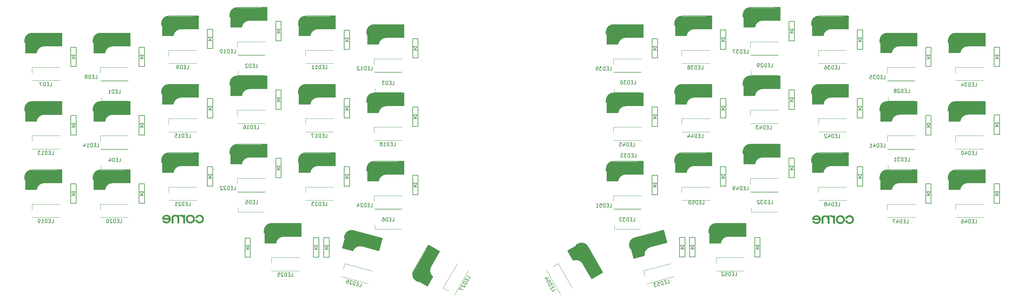
<source format=gbr>
G04 #@! TF.GenerationSoftware,KiCad,Pcbnew,5.1.5+dfsg1-2~bpo10+1*
G04 #@! TF.CreationDate,2020-11-03T09:18:59+00:00*
G04 #@! TF.ProjectId,corne-cherry,636f726e-652d-4636-9865-7272792e6b69,3.0.1*
G04 #@! TF.SameCoordinates,Original*
G04 #@! TF.FileFunction,Legend,Bot*
G04 #@! TF.FilePolarity,Positive*
%FSLAX46Y46*%
G04 Gerber Fmt 4.6, Leading zero omitted, Abs format (unit mm)*
G04 Created by KiCad (PCBNEW 5.1.5+dfsg1-2~bpo10+1) date 2020-11-03 09:18:59*
%MOMM*%
%LPD*%
G04 APERTURE LIST*
%ADD10C,0.300000*%
%ADD11C,0.800000*%
%ADD12C,3.000000*%
%ADD13C,0.500000*%
%ADD14C,1.000000*%
%ADD15C,3.500000*%
%ADD16C,0.150000*%
%ADD17C,0.400000*%
%ADD18C,0.120000*%
%ADD19C,0.010000*%
G04 APERTURE END LIST*
D10*
X123450097Y-98152947D02*
X122887181Y-97827947D01*
D11*
X125821859Y-98944935D02*
X124263014Y-98044935D01*
D12*
X123355770Y-96216326D02*
X125295667Y-97336326D01*
D13*
X129142917Y-89892693D02*
X128449616Y-90993526D01*
D14*
X126611348Y-88777501D02*
X128776411Y-90027501D01*
D15*
X127000578Y-90503334D02*
X123650578Y-96305704D01*
D16*
X129459424Y-89844488D02*
X126341732Y-88044488D01*
X128583398Y-89361809D02*
X126634841Y-88236809D01*
X123486700Y-98289550D02*
X123586700Y-98116345D01*
X122226059Y-97273044D02*
X126079872Y-99498044D01*
X122837181Y-97914550D02*
X123486700Y-98289550D01*
X126079872Y-99498044D02*
X127594872Y-96873987D01*
X127059424Y-94001410D02*
X129459424Y-89844488D01*
X126341732Y-88044488D02*
X122241732Y-95145897D01*
X127578119Y-96860062D02*
G75*
G02X127059424Y-94001410I1328080J1717360D01*
G01*
X122837181Y-97914550D02*
G75*
G02X122241732Y-95145897I1086602J1682051D01*
G01*
D14*
X127031709Y-97006472D02*
G75*
G02X126513014Y-94147820I1328080J1717360D01*
G01*
D13*
X126006667Y-99224838D02*
X127231667Y-97103076D01*
D17*
X126439937Y-88274392D02*
X125814937Y-89356924D01*
D10*
X167471903Y-88102053D02*
X168034819Y-87777053D01*
D11*
X165600141Y-89760065D02*
X167158986Y-88860066D01*
D12*
X169196230Y-88988674D02*
X167256333Y-90108674D01*
D13*
X171779083Y-97162307D02*
X171172384Y-96011474D01*
D14*
X174010652Y-95527499D02*
X171845589Y-96777499D01*
D15*
X172321422Y-95001666D02*
X168971422Y-89199296D01*
D16*
X171662576Y-97460512D02*
X174780268Y-95660512D01*
X172518602Y-96943191D02*
X174467159Y-95818191D01*
X167335300Y-88065450D02*
X167435300Y-88238655D01*
X168845941Y-87481956D02*
X164992128Y-89706956D01*
X167984819Y-87690450D02*
X167335300Y-88065450D01*
X164992128Y-89706956D02*
X166507128Y-92331013D01*
X169262576Y-93303590D02*
X171662576Y-97460512D01*
X174780268Y-95660512D02*
X170680267Y-88559103D01*
X166527563Y-92323467D02*
G75*
G02X169262576Y-93303590I823238J-2008831D01*
G01*
X167984819Y-87690451D02*
G75*
G02X170680267Y-88559103I913398J-1782050D01*
G01*
D14*
X166673973Y-91777057D02*
G75*
G02X169408986Y-92757180I823238J-2008831D01*
G01*
D13*
X165265333Y-89780162D02*
X166490333Y-91901924D01*
D17*
X174532063Y-95630608D02*
X173907063Y-94548076D01*
D18*
X35457500Y-48030000D02*
X35457500Y-46880000D01*
X42757500Y-48030000D02*
X35457500Y-48030000D01*
X42757500Y-42530000D02*
X35457500Y-42530000D01*
X73457500Y-40905000D02*
X73457500Y-39755000D01*
X80757500Y-40905000D02*
X73457500Y-40905000D01*
X80757500Y-35405000D02*
X73457500Y-35405000D01*
X111457500Y-45655000D02*
X111457500Y-44505000D01*
X118757500Y-45655000D02*
X111457500Y-45655000D01*
X118757500Y-40155000D02*
X111457500Y-40155000D01*
X35457500Y-67030000D02*
X35457500Y-65880000D01*
X42757500Y-67030000D02*
X35457500Y-67030000D01*
X42757500Y-61530000D02*
X35457500Y-61530000D01*
X73457500Y-78905000D02*
X73457500Y-77755000D01*
X80757500Y-78905000D02*
X73457500Y-78905000D01*
X80757500Y-73405000D02*
X73457500Y-73405000D01*
X111457500Y-83655000D02*
X111457500Y-82505000D01*
X118757500Y-83655000D02*
X111457500Y-83655000D01*
X118757500Y-78155000D02*
X111457500Y-78155000D01*
X253957500Y-48030000D02*
X253957500Y-46880000D01*
X261257500Y-48030000D02*
X253957500Y-48030000D01*
X261257500Y-42530000D02*
X253957500Y-42530000D01*
X215957500Y-40905000D02*
X215957500Y-39755000D01*
X223257500Y-40905000D02*
X215957500Y-40905000D01*
X223257500Y-35405000D02*
X215957500Y-35405000D01*
X177957500Y-45655000D02*
X177957500Y-44505000D01*
X185257500Y-45655000D02*
X177957500Y-45655000D01*
X185257500Y-40155000D02*
X177957500Y-40155000D01*
X253957500Y-67030000D02*
X253957500Y-65880000D01*
X261257500Y-67030000D02*
X253957500Y-67030000D01*
X261257500Y-61530000D02*
X253957500Y-61530000D01*
X215957500Y-78905000D02*
X215957500Y-77755000D01*
X223257500Y-78905000D02*
X215957500Y-78905000D01*
X223257500Y-73405000D02*
X215957500Y-73405000D01*
X177957500Y-83655000D02*
X177957500Y-82505000D01*
X185257500Y-83655000D02*
X177957500Y-83655000D01*
X185257500Y-78155000D02*
X177957500Y-78155000D01*
X102675704Y-94742272D02*
X103089815Y-93196791D01*
X109666405Y-98789505D02*
X102132184Y-96770717D01*
X103089815Y-93196791D02*
X110624036Y-95215579D01*
X16207500Y-40280000D02*
X16207500Y-38680000D01*
X24007500Y-42380000D02*
X16207500Y-42380000D01*
X16207500Y-38680000D02*
X24007500Y-38680000D01*
X35207500Y-40280000D02*
X35207500Y-38680000D01*
X43007500Y-42380000D02*
X35207500Y-42380000D01*
X35207500Y-38680000D02*
X43007500Y-38680000D01*
X54207500Y-35530000D02*
X54207500Y-33930000D01*
X62007500Y-37630000D02*
X54207500Y-37630000D01*
X54207500Y-33930000D02*
X62007500Y-33930000D01*
X73207500Y-33155000D02*
X73207500Y-31555000D01*
X81007500Y-35255000D02*
X73207500Y-35255000D01*
X73207500Y-31555000D02*
X81007500Y-31555000D01*
X92207500Y-35530000D02*
X92207500Y-33930000D01*
X100007500Y-37630000D02*
X92207500Y-37630000D01*
X92207500Y-33930000D02*
X100007500Y-33930000D01*
X111207500Y-37905000D02*
X111207500Y-36305000D01*
X119007500Y-40005000D02*
X111207500Y-40005000D01*
X111207500Y-36305000D02*
X119007500Y-36305000D01*
X16207500Y-59280000D02*
X16207500Y-57680000D01*
X24007500Y-61380000D02*
X16207500Y-61380000D01*
X16207500Y-57680000D02*
X24007500Y-57680000D01*
X35207500Y-59280000D02*
X35207500Y-57680000D01*
X43007500Y-61380000D02*
X35207500Y-61380000D01*
X35207500Y-57680000D02*
X43007500Y-57680000D01*
X54207500Y-54530000D02*
X54207500Y-52930000D01*
X62007500Y-56630000D02*
X54207500Y-56630000D01*
X54207500Y-52930000D02*
X62007500Y-52930000D01*
X73207500Y-52155000D02*
X73207500Y-50555000D01*
X81007500Y-54255000D02*
X73207500Y-54255000D01*
X73207500Y-50555000D02*
X81007500Y-50555000D01*
X92207500Y-54530000D02*
X92207500Y-52930000D01*
X100007500Y-56630000D02*
X92207500Y-56630000D01*
X92207500Y-52930000D02*
X100007500Y-52930000D01*
X111207500Y-56905000D02*
X111207500Y-55305000D01*
X119007500Y-59005000D02*
X111207500Y-59005000D01*
X111207500Y-55305000D02*
X119007500Y-55305000D01*
X16207500Y-78280000D02*
X16207500Y-76680000D01*
X24007500Y-80380000D02*
X16207500Y-80380000D01*
X16207500Y-76680000D02*
X24007500Y-76680000D01*
X35207500Y-78280000D02*
X35207500Y-76680000D01*
X43007500Y-80380000D02*
X35207500Y-80380000D01*
X35207500Y-76680000D02*
X43007500Y-76680000D01*
X54207500Y-73530000D02*
X54207500Y-71930000D01*
X62007500Y-75630000D02*
X54207500Y-75630000D01*
X54207500Y-71930000D02*
X62007500Y-71930000D01*
X73207500Y-71155000D02*
X73207500Y-69555000D01*
X81007500Y-73255000D02*
X73207500Y-73255000D01*
X73207500Y-69555000D02*
X81007500Y-69555000D01*
X111207500Y-75905000D02*
X111207500Y-74305000D01*
X119007500Y-78005000D02*
X111207500Y-78005000D01*
X111207500Y-74305000D02*
X119007500Y-74305000D01*
X82707500Y-93155000D02*
X82707500Y-91555000D01*
X90507500Y-95255000D02*
X82707500Y-95255000D01*
X82707500Y-91555000D02*
X90507500Y-91555000D01*
X131804615Y-100782499D02*
X130418974Y-99982499D01*
X137523268Y-95077501D02*
X133623268Y-101832499D01*
X130418974Y-99982499D02*
X134318974Y-93227501D01*
X215707500Y-52155000D02*
X215707500Y-50555000D01*
X223507500Y-54255000D02*
X215707500Y-54255000D01*
X215707500Y-50555000D02*
X223507500Y-50555000D01*
X196707500Y-54530000D02*
X196707500Y-52930000D01*
X204507500Y-56630000D02*
X196707500Y-56630000D01*
X196707500Y-52930000D02*
X204507500Y-52930000D01*
X177707500Y-56905000D02*
X177707500Y-55305000D01*
X185507500Y-59005000D02*
X177707500Y-59005000D01*
X177707500Y-55305000D02*
X185507500Y-55305000D01*
X272707500Y-78280000D02*
X272707500Y-76680000D01*
X280507500Y-80380000D02*
X272707500Y-80380000D01*
X272707500Y-76680000D02*
X280507500Y-76680000D01*
X253707500Y-78280000D02*
X253707500Y-76680000D01*
X261507500Y-80380000D02*
X253707500Y-80380000D01*
X253707500Y-76680000D02*
X261507500Y-76680000D01*
X234707500Y-73530000D02*
X234707500Y-71930000D01*
X242507500Y-75630000D02*
X234707500Y-75630000D01*
X234707500Y-71930000D02*
X242507500Y-71930000D01*
X215707500Y-71155000D02*
X215707500Y-69555000D01*
X223507500Y-73255000D02*
X215707500Y-73255000D01*
X215707500Y-69555000D02*
X223507500Y-69555000D01*
X196707500Y-73530000D02*
X196707500Y-71930000D01*
X204507500Y-75630000D02*
X196707500Y-75630000D01*
X196707500Y-71930000D02*
X204507500Y-71930000D01*
X177707500Y-75905000D02*
X177707500Y-74305000D01*
X185507500Y-78005000D02*
X177707500Y-78005000D01*
X177707500Y-74305000D02*
X185507500Y-74305000D01*
X206207500Y-93155000D02*
X206207500Y-91555000D01*
X214007500Y-95255000D02*
X206207500Y-95255000D01*
X206207500Y-91555000D02*
X214007500Y-91555000D01*
X186512075Y-96756061D02*
X186097964Y-95210579D01*
X194589816Y-96765717D02*
X187055595Y-98784505D01*
X186097964Y-95210579D02*
X193632185Y-93191791D01*
X161017385Y-94022501D02*
X162403026Y-93222501D01*
X163098732Y-101827499D02*
X159198732Y-95072501D01*
X162403026Y-93222501D02*
X166303026Y-99977499D01*
X92207500Y-73530000D02*
X92207500Y-71930000D01*
X100007500Y-75630000D02*
X92207500Y-75630000D01*
X92207500Y-71930000D02*
X100007500Y-71930000D01*
X272707500Y-40280000D02*
X272707500Y-38680000D01*
X280507500Y-42380000D02*
X272707500Y-42380000D01*
X272707500Y-38680000D02*
X280507500Y-38680000D01*
X253707500Y-40280000D02*
X253707500Y-38680000D01*
X261507500Y-42380000D02*
X253707500Y-42380000D01*
X253707500Y-38680000D02*
X261507500Y-38680000D01*
X234707500Y-35530000D02*
X234707500Y-33930000D01*
X242507500Y-37630000D02*
X234707500Y-37630000D01*
X234707500Y-33930000D02*
X242507500Y-33930000D01*
X215707500Y-33155000D02*
X215707500Y-31555000D01*
X223507500Y-35255000D02*
X215707500Y-35255000D01*
X215707500Y-31555000D02*
X223507500Y-31555000D01*
X196707500Y-35530000D02*
X196707500Y-33930000D01*
X204507500Y-37630000D02*
X196707500Y-37630000D01*
X196707500Y-33930000D02*
X204507500Y-33930000D01*
X177707500Y-37905000D02*
X177707500Y-36305000D01*
X185507500Y-40005000D02*
X177707500Y-40005000D01*
X177707500Y-36305000D02*
X185507500Y-36305000D01*
X272707500Y-59280000D02*
X272707500Y-57680000D01*
X280507500Y-61380000D02*
X272707500Y-61380000D01*
X272707500Y-57680000D02*
X280507500Y-57680000D01*
X253707500Y-59280000D02*
X253707500Y-57680000D01*
X261507500Y-61380000D02*
X253707500Y-61380000D01*
X253707500Y-57680000D02*
X261507500Y-57680000D01*
X234707500Y-54530000D02*
X234707500Y-52930000D01*
X242507500Y-56630000D02*
X234707500Y-56630000D01*
X234707500Y-52930000D02*
X242507500Y-52930000D01*
D10*
X109307500Y-29355000D02*
X109307500Y-28705000D01*
D11*
X109807500Y-31805000D02*
X109807500Y-30005001D01*
D12*
X110937500Y-28305000D02*
X110937500Y-30545000D01*
D13*
X119307500Y-30155000D02*
X118007500Y-30105000D01*
D14*
X119007500Y-27405000D02*
X119007500Y-29905000D01*
D15*
X117707500Y-28605000D02*
X111007500Y-28605000D01*
D16*
X119507500Y-30405000D02*
X119507500Y-26805000D01*
X119487500Y-29405000D02*
X119487500Y-27155000D01*
X109207500Y-29455000D02*
X109407500Y-29455000D01*
X109457500Y-27855000D02*
X109457500Y-32305000D01*
X109207500Y-28705000D02*
X109207500Y-29455000D01*
X109457500Y-32305000D02*
X112487500Y-32305000D01*
X114707500Y-30405000D02*
X119507500Y-30405000D01*
X119507500Y-26805000D02*
X111307499Y-26805000D01*
X112491182Y-32283529D02*
G75*
G02X114707500Y-30405000I2151318J-291471D01*
G01*
X109207500Y-28705001D02*
G75*
G02X111307499Y-26805000I2000000J-99999D01*
G01*
D14*
X112091182Y-31883529D02*
G75*
G02X114307500Y-30005000I2151318J-291471D01*
G01*
D13*
X109657500Y-32105000D02*
X112107500Y-32105000D01*
D17*
X119357500Y-27005000D02*
X118107500Y-27005000D01*
D10*
X175814500Y-48350000D02*
X175814500Y-47700000D01*
D11*
X176314500Y-50800000D02*
X176314500Y-49000001D01*
D12*
X177444500Y-47300000D02*
X177444500Y-49540000D01*
D13*
X185814500Y-49150000D02*
X184514500Y-49100000D01*
D14*
X185514500Y-46400000D02*
X185514500Y-48900000D01*
D15*
X184214500Y-47600000D02*
X177514500Y-47600000D01*
D16*
X186014500Y-49400000D02*
X186014500Y-45800000D01*
X185994500Y-48400000D02*
X185994500Y-46150000D01*
X175714500Y-48450000D02*
X175914500Y-48450000D01*
X175964500Y-46850000D02*
X175964500Y-51300000D01*
X175714500Y-47700000D02*
X175714500Y-48450000D01*
X175964500Y-51300000D02*
X178994500Y-51300000D01*
X181214500Y-49400000D02*
X186014500Y-49400000D01*
X186014500Y-45800000D02*
X177814499Y-45800000D01*
X178998182Y-51278529D02*
G75*
G02X181214500Y-49400000I2151318J-291471D01*
G01*
X175714500Y-47700001D02*
G75*
G02X177814499Y-45800000I2000000J-99999D01*
G01*
D14*
X178598182Y-50878529D02*
G75*
G02X180814500Y-49000000I2151318J-291471D01*
G01*
D13*
X176164500Y-51100000D02*
X178614500Y-51100000D01*
D17*
X185864500Y-46000000D02*
X184614500Y-46000000D01*
D10*
X175814500Y-67350000D02*
X175814500Y-66700000D01*
D11*
X176314500Y-69800000D02*
X176314500Y-68000001D01*
D12*
X177444500Y-66300000D02*
X177444500Y-68540000D01*
D13*
X185814500Y-68150000D02*
X184514500Y-68100000D01*
D14*
X185514500Y-65400000D02*
X185514500Y-67900000D01*
D15*
X184214500Y-66600000D02*
X177514500Y-66600000D01*
D16*
X186014500Y-68400000D02*
X186014500Y-64800000D01*
X185994500Y-67400000D02*
X185994500Y-65150000D01*
X175714500Y-67450000D02*
X175914500Y-67450000D01*
X175964500Y-65850000D02*
X175964500Y-70300000D01*
X175714500Y-66700000D02*
X175714500Y-67450000D01*
X175964500Y-70300000D02*
X178994500Y-70300000D01*
X181214500Y-68400000D02*
X186014500Y-68400000D01*
X186014500Y-64800000D02*
X177814499Y-64800000D01*
X178998182Y-70278529D02*
G75*
G02X181214500Y-68400000I2151318J-291471D01*
G01*
X175714500Y-66700001D02*
G75*
G02X177814499Y-64800000I2000000J-99999D01*
G01*
D14*
X178598182Y-69878529D02*
G75*
G02X180814500Y-68000000I2151318J-291471D01*
G01*
D13*
X176164500Y-70100000D02*
X178614500Y-70100000D01*
D17*
X185864500Y-65000000D02*
X184614500Y-65000000D01*
D10*
X14307500Y-69730000D02*
X14307500Y-69080000D01*
D11*
X14807500Y-72180000D02*
X14807500Y-70380001D01*
D12*
X15937500Y-68680000D02*
X15937500Y-70920000D01*
D13*
X24307500Y-70530000D02*
X23007500Y-70480000D01*
D14*
X24007500Y-67780000D02*
X24007500Y-70280000D01*
D15*
X22707500Y-68980000D02*
X16007500Y-68980000D01*
D16*
X24507500Y-70780000D02*
X24507500Y-67180000D01*
X24487500Y-69780000D02*
X24487500Y-67530000D01*
X14207500Y-69830000D02*
X14407500Y-69830000D01*
X14457500Y-68230000D02*
X14457500Y-72680000D01*
X14207500Y-69080000D02*
X14207500Y-69830000D01*
X14457500Y-72680000D02*
X17487500Y-72680000D01*
X19707500Y-70780000D02*
X24507500Y-70780000D01*
X24507500Y-67180000D02*
X16307499Y-67180000D01*
X17491182Y-72658529D02*
G75*
G02X19707500Y-70780000I2151318J-291471D01*
G01*
X14207500Y-69080001D02*
G75*
G02X16307499Y-67180000I2000000J-99999D01*
G01*
D14*
X17091182Y-72258529D02*
G75*
G02X19307500Y-70380000I2151318J-291471D01*
G01*
D13*
X14657500Y-72480000D02*
X17107500Y-72480000D01*
D17*
X24357500Y-67380000D02*
X23107500Y-67380000D01*
D10*
X251814500Y-69725000D02*
X251814500Y-69075000D01*
D11*
X252314500Y-72175000D02*
X252314500Y-70375001D01*
D12*
X253444500Y-68675000D02*
X253444500Y-70915000D01*
D13*
X261814500Y-70525000D02*
X260514500Y-70475000D01*
D14*
X261514500Y-67775000D02*
X261514500Y-70275000D01*
D15*
X260214500Y-68975000D02*
X253514500Y-68975000D01*
D16*
X262014500Y-70775000D02*
X262014500Y-67175000D01*
X261994500Y-69775000D02*
X261994500Y-67525000D01*
X251714500Y-69825000D02*
X251914500Y-69825000D01*
X251964500Y-68225000D02*
X251964500Y-72675000D01*
X251714500Y-69075000D02*
X251714500Y-69825000D01*
X251964500Y-72675000D02*
X254994500Y-72675000D01*
X257214500Y-70775000D02*
X262014500Y-70775000D01*
X262014500Y-67175000D02*
X253814499Y-67175000D01*
X254998182Y-72653529D02*
G75*
G02X257214500Y-70775000I2151318J-291471D01*
G01*
X251714500Y-69075001D02*
G75*
G02X253814499Y-67175000I2000000J-99999D01*
G01*
D14*
X254598182Y-72253529D02*
G75*
G02X256814500Y-70375000I2151318J-291471D01*
G01*
D13*
X252164500Y-72475000D02*
X254614500Y-72475000D01*
D17*
X261864500Y-67375000D02*
X260614500Y-67375000D01*
D10*
X213814500Y-62600000D02*
X213814500Y-61950000D01*
D11*
X214314500Y-65050000D02*
X214314500Y-63250001D01*
D12*
X215444500Y-61550000D02*
X215444500Y-63790000D01*
D13*
X223814500Y-63400000D02*
X222514500Y-63350000D01*
D14*
X223514500Y-60650000D02*
X223514500Y-63150000D01*
D15*
X222214500Y-61850000D02*
X215514500Y-61850000D01*
D16*
X224014500Y-63650000D02*
X224014500Y-60050000D01*
X223994500Y-62650000D02*
X223994500Y-60400000D01*
X213714500Y-62700000D02*
X213914500Y-62700000D01*
X213964500Y-61100000D02*
X213964500Y-65550000D01*
X213714500Y-61950000D02*
X213714500Y-62700000D01*
X213964500Y-65550000D02*
X216994500Y-65550000D01*
X219214500Y-63650000D02*
X224014500Y-63650000D01*
X224014500Y-60050000D02*
X215814499Y-60050000D01*
X216998182Y-65528529D02*
G75*
G02X219214500Y-63650000I2151318J-291471D01*
G01*
X213714500Y-61950001D02*
G75*
G02X215814499Y-60050000I2000000J-99999D01*
G01*
D14*
X216598182Y-65128529D02*
G75*
G02X218814500Y-63250000I2151318J-291471D01*
G01*
D13*
X214164500Y-65350000D02*
X216614500Y-65350000D01*
D17*
X223864500Y-60250000D02*
X222614500Y-60250000D01*
D10*
X33307500Y-69730000D02*
X33307500Y-69080000D01*
D11*
X33807500Y-72180000D02*
X33807500Y-70380001D01*
D12*
X34937500Y-68680000D02*
X34937500Y-70920000D01*
D13*
X43307500Y-70530000D02*
X42007500Y-70480000D01*
D14*
X43007500Y-67780000D02*
X43007500Y-70280000D01*
D15*
X41707500Y-68980000D02*
X35007500Y-68980000D01*
D16*
X43507500Y-70780000D02*
X43507500Y-67180000D01*
X43487500Y-69780000D02*
X43487500Y-67530000D01*
X33207500Y-69830000D02*
X33407500Y-69830000D01*
X33457500Y-68230000D02*
X33457500Y-72680000D01*
X33207500Y-69080000D02*
X33207500Y-69830000D01*
X33457500Y-72680000D02*
X36487500Y-72680000D01*
X38707500Y-70780000D02*
X43507500Y-70780000D01*
X43507500Y-67180000D02*
X35307499Y-67180000D01*
X36491182Y-72658529D02*
G75*
G02X38707500Y-70780000I2151318J-291471D01*
G01*
X33207500Y-69080001D02*
G75*
G02X35307499Y-67180000I2000000J-99999D01*
G01*
D14*
X36091182Y-72258529D02*
G75*
G02X38307500Y-70380000I2151318J-291471D01*
G01*
D13*
X33657500Y-72480000D02*
X36107500Y-72480000D01*
D17*
X43357500Y-67380000D02*
X42107500Y-67380000D01*
D10*
X14307500Y-50730000D02*
X14307500Y-50080000D01*
D11*
X14807500Y-53180000D02*
X14807500Y-51380001D01*
D12*
X15937500Y-49680000D02*
X15937500Y-51920000D01*
D13*
X24307500Y-51530000D02*
X23007500Y-51480000D01*
D14*
X24007500Y-48780000D02*
X24007500Y-51280000D01*
D15*
X22707500Y-49980000D02*
X16007500Y-49980000D01*
D16*
X24507500Y-51780000D02*
X24507500Y-48180000D01*
X24487500Y-50780000D02*
X24487500Y-48530000D01*
X14207500Y-50830000D02*
X14407500Y-50830000D01*
X14457500Y-49230000D02*
X14457500Y-53680000D01*
X14207500Y-50080000D02*
X14207500Y-50830000D01*
X14457500Y-53680000D02*
X17487500Y-53680000D01*
X19707500Y-51780000D02*
X24507500Y-51780000D01*
X24507500Y-48180000D02*
X16307499Y-48180000D01*
X17491182Y-53658529D02*
G75*
G02X19707500Y-51780000I2151318J-291471D01*
G01*
X14207500Y-50080001D02*
G75*
G02X16307499Y-48180000I2000000J-99999D01*
G01*
D14*
X17091182Y-53258529D02*
G75*
G02X19307500Y-51380000I2151318J-291471D01*
G01*
D13*
X14657500Y-53480000D02*
X17107500Y-53480000D01*
D17*
X24357500Y-48380000D02*
X23107500Y-48380000D01*
D10*
X33307500Y-50730000D02*
X33307500Y-50080000D01*
D11*
X33807500Y-53180000D02*
X33807500Y-51380001D01*
D12*
X34937500Y-49680000D02*
X34937500Y-51920000D01*
D13*
X43307500Y-51530000D02*
X42007500Y-51480000D01*
D14*
X43007500Y-48780000D02*
X43007500Y-51280000D01*
D15*
X41707500Y-49980000D02*
X35007500Y-49980000D01*
D16*
X43507500Y-51780000D02*
X43507500Y-48180000D01*
X43487500Y-50780000D02*
X43487500Y-48530000D01*
X33207500Y-50830000D02*
X33407500Y-50830000D01*
X33457500Y-49230000D02*
X33457500Y-53680000D01*
X33207500Y-50080000D02*
X33207500Y-50830000D01*
X33457500Y-53680000D02*
X36487500Y-53680000D01*
X38707500Y-51780000D02*
X43507500Y-51780000D01*
X43507500Y-48180000D02*
X35307499Y-48180000D01*
X36491182Y-53658529D02*
G75*
G02X38707500Y-51780000I2151318J-291471D01*
G01*
X33207500Y-50080001D02*
G75*
G02X35307499Y-48180000I2000000J-99999D01*
G01*
D14*
X36091182Y-53258529D02*
G75*
G02X38307500Y-51380000I2151318J-291471D01*
G01*
D13*
X33657500Y-53480000D02*
X36107500Y-53480000D01*
D17*
X43357500Y-48380000D02*
X42107500Y-48380000D01*
D10*
X14307500Y-31730000D02*
X14307500Y-31080000D01*
D11*
X14807500Y-34180000D02*
X14807500Y-32380001D01*
D12*
X15937500Y-30680000D02*
X15937500Y-32920000D01*
D13*
X24307500Y-32530000D02*
X23007500Y-32480000D01*
D14*
X24007500Y-29780000D02*
X24007500Y-32280000D01*
D15*
X22707500Y-30980000D02*
X16007500Y-30980000D01*
D16*
X24507500Y-32780000D02*
X24507500Y-29180000D01*
X24487500Y-31780000D02*
X24487500Y-29530000D01*
X14207500Y-31830000D02*
X14407500Y-31830000D01*
X14457500Y-30230000D02*
X14457500Y-34680000D01*
X14207500Y-31080000D02*
X14207500Y-31830000D01*
X14457500Y-34680000D02*
X17487500Y-34680000D01*
X19707500Y-32780000D02*
X24507500Y-32780000D01*
X24507500Y-29180000D02*
X16307499Y-29180000D01*
X17491182Y-34658529D02*
G75*
G02X19707500Y-32780000I2151318J-291471D01*
G01*
X14207500Y-31080001D02*
G75*
G02X16307499Y-29180000I2000000J-99999D01*
G01*
D14*
X17091182Y-34258529D02*
G75*
G02X19307500Y-32380000I2151318J-291471D01*
G01*
D13*
X14657500Y-34480000D02*
X17107500Y-34480000D01*
D17*
X24357500Y-29380000D02*
X23107500Y-29380000D01*
D10*
X33307500Y-31730000D02*
X33307500Y-31080000D01*
D11*
X33807500Y-34180000D02*
X33807500Y-32380001D01*
D12*
X34937500Y-30680000D02*
X34937500Y-32920000D01*
D13*
X43307500Y-32530000D02*
X42007500Y-32480000D01*
D14*
X43007500Y-29780000D02*
X43007500Y-32280000D01*
D15*
X41707500Y-30980000D02*
X35007500Y-30980000D01*
D16*
X43507500Y-32780000D02*
X43507500Y-29180000D01*
X43487500Y-31780000D02*
X43487500Y-29530000D01*
X33207500Y-31830000D02*
X33407500Y-31830000D01*
X33457500Y-30230000D02*
X33457500Y-34680000D01*
X33207500Y-31080000D02*
X33207500Y-31830000D01*
X33457500Y-34680000D02*
X36487500Y-34680000D01*
X38707500Y-32780000D02*
X43507500Y-32780000D01*
X43507500Y-29180000D02*
X35307499Y-29180000D01*
X36491182Y-34658529D02*
G75*
G02X38707500Y-32780000I2151318J-291471D01*
G01*
X33207500Y-31080001D02*
G75*
G02X35307499Y-29180000I2000000J-99999D01*
G01*
D14*
X36091182Y-34258529D02*
G75*
G02X38307500Y-32380000I2151318J-291471D01*
G01*
D13*
X33657500Y-34480000D02*
X36107500Y-34480000D01*
D17*
X43357500Y-29380000D02*
X42107500Y-29380000D01*
D10*
X52307500Y-26980000D02*
X52307500Y-26330000D01*
D11*
X52807500Y-29430000D02*
X52807500Y-27630001D01*
D12*
X53937500Y-25930000D02*
X53937500Y-28170000D01*
D13*
X62307500Y-27780000D02*
X61007500Y-27730000D01*
D14*
X62007500Y-25030000D02*
X62007500Y-27530000D01*
D15*
X60707500Y-26230000D02*
X54007500Y-26230000D01*
D16*
X62507500Y-28030000D02*
X62507500Y-24430000D01*
X62487500Y-27030000D02*
X62487500Y-24780000D01*
X52207500Y-27080000D02*
X52407500Y-27080000D01*
X52457500Y-25480000D02*
X52457500Y-29930000D01*
X52207500Y-26330000D02*
X52207500Y-27080000D01*
X52457500Y-29930000D02*
X55487500Y-29930000D01*
X57707500Y-28030000D02*
X62507500Y-28030000D01*
X62507500Y-24430000D02*
X54307499Y-24430000D01*
X55491182Y-29908529D02*
G75*
G02X57707500Y-28030000I2151318J-291471D01*
G01*
X52207500Y-26330001D02*
G75*
G02X54307499Y-24430000I2000000J-99999D01*
G01*
D14*
X55091182Y-29508529D02*
G75*
G02X57307500Y-27630000I2151318J-291471D01*
G01*
D13*
X52657500Y-29730000D02*
X55107500Y-29730000D01*
D17*
X62357500Y-24630000D02*
X61107500Y-24630000D01*
D10*
X71307500Y-24605000D02*
X71307500Y-23955000D01*
D11*
X71807500Y-27055000D02*
X71807500Y-25255001D01*
D12*
X72937500Y-23555000D02*
X72937500Y-25795000D01*
D13*
X81307500Y-25405000D02*
X80007500Y-25355000D01*
D14*
X81007500Y-22655000D02*
X81007500Y-25155000D01*
D15*
X79707500Y-23855000D02*
X73007500Y-23855000D01*
D16*
X81507500Y-25655000D02*
X81507500Y-22055000D01*
X81487500Y-24655000D02*
X81487500Y-22405000D01*
X71207500Y-24705000D02*
X71407500Y-24705000D01*
X71457500Y-23105000D02*
X71457500Y-27555000D01*
X71207500Y-23955000D02*
X71207500Y-24705000D01*
X71457500Y-27555000D02*
X74487500Y-27555000D01*
X76707500Y-25655000D02*
X81507500Y-25655000D01*
X81507500Y-22055000D02*
X73307499Y-22055000D01*
X74491182Y-27533529D02*
G75*
G02X76707500Y-25655000I2151318J-291471D01*
G01*
X71207500Y-23955001D02*
G75*
G02X73307499Y-22055000I2000000J-99999D01*
G01*
D14*
X74091182Y-27133529D02*
G75*
G02X76307500Y-25255000I2151318J-291471D01*
G01*
D13*
X71657500Y-27355000D02*
X74107500Y-27355000D01*
D17*
X81357500Y-22255000D02*
X80107500Y-22255000D01*
D10*
X90307500Y-26980000D02*
X90307500Y-26330000D01*
D11*
X90807500Y-29430000D02*
X90807500Y-27630001D01*
D12*
X91937500Y-25930000D02*
X91937500Y-28170000D01*
D13*
X100307500Y-27780000D02*
X99007500Y-27730000D01*
D14*
X100007500Y-25030000D02*
X100007500Y-27530000D01*
D15*
X98707500Y-26230000D02*
X92007500Y-26230000D01*
D16*
X100507500Y-28030000D02*
X100507500Y-24430000D01*
X100487500Y-27030000D02*
X100487500Y-24780000D01*
X90207500Y-27080000D02*
X90407500Y-27080000D01*
X90457500Y-25480000D02*
X90457500Y-29930000D01*
X90207500Y-26330000D02*
X90207500Y-27080000D01*
X90457500Y-29930000D02*
X93487500Y-29930000D01*
X95707500Y-28030000D02*
X100507500Y-28030000D01*
X100507500Y-24430000D02*
X92307499Y-24430000D01*
X93491182Y-29908529D02*
G75*
G02X95707500Y-28030000I2151318J-291471D01*
G01*
X90207500Y-26330001D02*
G75*
G02X92307499Y-24430000I2000000J-99999D01*
G01*
D14*
X93091182Y-29508529D02*
G75*
G02X95307500Y-27630000I2151318J-291471D01*
G01*
D13*
X90657500Y-29730000D02*
X93107500Y-29730000D01*
D17*
X100357500Y-24630000D02*
X99107500Y-24630000D01*
D10*
X52307500Y-45980000D02*
X52307500Y-45330000D01*
D11*
X52807500Y-48430000D02*
X52807500Y-46630001D01*
D12*
X53937500Y-44930000D02*
X53937500Y-47170000D01*
D13*
X62307500Y-46780000D02*
X61007500Y-46730000D01*
D14*
X62007500Y-44030000D02*
X62007500Y-46530000D01*
D15*
X60707500Y-45230000D02*
X54007500Y-45230000D01*
D16*
X62507500Y-47030000D02*
X62507500Y-43430000D01*
X62487500Y-46030000D02*
X62487500Y-43780000D01*
X52207500Y-46080000D02*
X52407500Y-46080000D01*
X52457500Y-44480000D02*
X52457500Y-48930000D01*
X52207500Y-45330000D02*
X52207500Y-46080000D01*
X52457500Y-48930000D02*
X55487500Y-48930000D01*
X57707500Y-47030000D02*
X62507500Y-47030000D01*
X62507500Y-43430000D02*
X54307499Y-43430000D01*
X55491182Y-48908529D02*
G75*
G02X57707500Y-47030000I2151318J-291471D01*
G01*
X52207500Y-45330001D02*
G75*
G02X54307499Y-43430000I2000000J-99999D01*
G01*
D14*
X55091182Y-48508529D02*
G75*
G02X57307500Y-46630000I2151318J-291471D01*
G01*
D13*
X52657500Y-48730000D02*
X55107500Y-48730000D01*
D17*
X62357500Y-43630000D02*
X61107500Y-43630000D01*
D10*
X71307500Y-43605000D02*
X71307500Y-42955000D01*
D11*
X71807500Y-46055000D02*
X71807500Y-44255001D01*
D12*
X72937500Y-42555000D02*
X72937500Y-44795000D01*
D13*
X81307500Y-44405000D02*
X80007500Y-44355000D01*
D14*
X81007500Y-41655000D02*
X81007500Y-44155000D01*
D15*
X79707500Y-42855000D02*
X73007500Y-42855000D01*
D16*
X81507500Y-44655000D02*
X81507500Y-41055000D01*
X81487500Y-43655000D02*
X81487500Y-41405000D01*
X71207500Y-43705000D02*
X71407500Y-43705000D01*
X71457500Y-42105000D02*
X71457500Y-46555000D01*
X71207500Y-42955000D02*
X71207500Y-43705000D01*
X71457500Y-46555000D02*
X74487500Y-46555000D01*
X76707500Y-44655000D02*
X81507500Y-44655000D01*
X81507500Y-41055000D02*
X73307499Y-41055000D01*
X74491182Y-46533529D02*
G75*
G02X76707500Y-44655000I2151318J-291471D01*
G01*
X71207500Y-42955001D02*
G75*
G02X73307499Y-41055000I2000000J-99999D01*
G01*
D14*
X74091182Y-46133529D02*
G75*
G02X76307500Y-44255000I2151318J-291471D01*
G01*
D13*
X71657500Y-46355000D02*
X74107500Y-46355000D01*
D17*
X81357500Y-41255000D02*
X80107500Y-41255000D01*
D10*
X90307500Y-45980000D02*
X90307500Y-45330000D01*
D11*
X90807500Y-48430000D02*
X90807500Y-46630001D01*
D12*
X91937500Y-44930000D02*
X91937500Y-47170000D01*
D13*
X100307500Y-46780000D02*
X99007500Y-46730000D01*
D14*
X100007500Y-44030000D02*
X100007500Y-46530000D01*
D15*
X98707500Y-45230000D02*
X92007500Y-45230000D01*
D16*
X100507500Y-47030000D02*
X100507500Y-43430000D01*
X100487500Y-46030000D02*
X100487500Y-43780000D01*
X90207500Y-46080000D02*
X90407500Y-46080000D01*
X90457500Y-44480000D02*
X90457500Y-48930000D01*
X90207500Y-45330000D02*
X90207500Y-46080000D01*
X90457500Y-48930000D02*
X93487500Y-48930000D01*
X95707500Y-47030000D02*
X100507500Y-47030000D01*
X100507500Y-43430000D02*
X92307499Y-43430000D01*
X93491182Y-48908529D02*
G75*
G02X95707500Y-47030000I2151318J-291471D01*
G01*
X90207500Y-45330001D02*
G75*
G02X92307499Y-43430000I2000000J-99999D01*
G01*
D14*
X93091182Y-48508529D02*
G75*
G02X95307500Y-46630000I2151318J-291471D01*
G01*
D13*
X90657500Y-48730000D02*
X93107500Y-48730000D01*
D17*
X100357500Y-43630000D02*
X99107500Y-43630000D01*
D10*
X109307500Y-48355000D02*
X109307500Y-47705000D01*
D11*
X109807500Y-50805000D02*
X109807500Y-49005001D01*
D12*
X110937500Y-47305000D02*
X110937500Y-49545000D01*
D13*
X119307500Y-49155000D02*
X118007500Y-49105000D01*
D14*
X119007500Y-46405000D02*
X119007500Y-48905000D01*
D15*
X117707500Y-47605000D02*
X111007500Y-47605000D01*
D16*
X119507500Y-49405000D02*
X119507500Y-45805000D01*
X119487500Y-48405000D02*
X119487500Y-46155000D01*
X109207500Y-48455000D02*
X109407500Y-48455000D01*
X109457500Y-46855000D02*
X109457500Y-51305000D01*
X109207500Y-47705000D02*
X109207500Y-48455000D01*
X109457500Y-51305000D02*
X112487500Y-51305000D01*
X114707500Y-49405000D02*
X119507500Y-49405000D01*
X119507500Y-45805000D02*
X111307499Y-45805000D01*
X112491182Y-51283529D02*
G75*
G02X114707500Y-49405000I2151318J-291471D01*
G01*
X109207500Y-47705001D02*
G75*
G02X111307499Y-45805000I2000000J-99999D01*
G01*
D14*
X112091182Y-50883529D02*
G75*
G02X114307500Y-49005000I2151318J-291471D01*
G01*
D13*
X109657500Y-51105000D02*
X112107500Y-51105000D01*
D17*
X119357500Y-46005000D02*
X118107500Y-46005000D01*
D10*
X52307500Y-64980000D02*
X52307500Y-64330000D01*
D11*
X52807500Y-67430000D02*
X52807500Y-65630001D01*
D12*
X53937500Y-63930000D02*
X53937500Y-66170000D01*
D13*
X62307500Y-65780000D02*
X61007500Y-65730000D01*
D14*
X62007500Y-63030000D02*
X62007500Y-65530000D01*
D15*
X60707500Y-64230000D02*
X54007500Y-64230000D01*
D16*
X62507500Y-66030000D02*
X62507500Y-62430000D01*
X62487500Y-65030000D02*
X62487500Y-62780000D01*
X52207500Y-65080000D02*
X52407500Y-65080000D01*
X52457500Y-63480000D02*
X52457500Y-67930000D01*
X52207500Y-64330000D02*
X52207500Y-65080000D01*
X52457500Y-67930000D02*
X55487500Y-67930000D01*
X57707500Y-66030000D02*
X62507500Y-66030000D01*
X62507500Y-62430000D02*
X54307499Y-62430000D01*
X55491182Y-67908529D02*
G75*
G02X57707500Y-66030000I2151318J-291471D01*
G01*
X52207500Y-64330001D02*
G75*
G02X54307499Y-62430000I2000000J-99999D01*
G01*
D14*
X55091182Y-67508529D02*
G75*
G02X57307500Y-65630000I2151318J-291471D01*
G01*
D13*
X52657500Y-67730000D02*
X55107500Y-67730000D01*
D17*
X62357500Y-62630000D02*
X61107500Y-62630000D01*
D10*
X71307500Y-62605000D02*
X71307500Y-61955000D01*
D11*
X71807500Y-65055000D02*
X71807500Y-63255001D01*
D12*
X72937500Y-61555000D02*
X72937500Y-63795000D01*
D13*
X81307500Y-63405000D02*
X80007500Y-63355000D01*
D14*
X81007500Y-60655000D02*
X81007500Y-63155000D01*
D15*
X79707500Y-61855000D02*
X73007500Y-61855000D01*
D16*
X81507500Y-63655000D02*
X81507500Y-60055000D01*
X81487500Y-62655000D02*
X81487500Y-60405000D01*
X71207500Y-62705000D02*
X71407500Y-62705000D01*
X71457500Y-61105000D02*
X71457500Y-65555000D01*
X71207500Y-61955000D02*
X71207500Y-62705000D01*
X71457500Y-65555000D02*
X74487500Y-65555000D01*
X76707500Y-63655000D02*
X81507500Y-63655000D01*
X81507500Y-60055000D02*
X73307499Y-60055000D01*
X74491182Y-65533529D02*
G75*
G02X76707500Y-63655000I2151318J-291471D01*
G01*
X71207500Y-61955001D02*
G75*
G02X73307499Y-60055000I2000000J-99999D01*
G01*
D14*
X74091182Y-65133529D02*
G75*
G02X76307500Y-63255000I2151318J-291471D01*
G01*
D13*
X71657500Y-65355000D02*
X74107500Y-65355000D01*
D17*
X81357500Y-60255000D02*
X80107500Y-60255000D01*
D10*
X90307500Y-64980000D02*
X90307500Y-64330000D01*
D11*
X90807500Y-67430000D02*
X90807500Y-65630001D01*
D12*
X91937500Y-63930000D02*
X91937500Y-66170000D01*
D13*
X100307500Y-65780000D02*
X99007500Y-65730000D01*
D14*
X100007500Y-63030000D02*
X100007500Y-65530000D01*
D15*
X98707500Y-64230000D02*
X92007500Y-64230000D01*
D16*
X100507500Y-66030000D02*
X100507500Y-62430000D01*
X100487500Y-65030000D02*
X100487500Y-62780000D01*
X90207500Y-65080000D02*
X90407500Y-65080000D01*
X90457500Y-63480000D02*
X90457500Y-67930000D01*
X90207500Y-64330000D02*
X90207500Y-65080000D01*
X90457500Y-67930000D02*
X93487500Y-67930000D01*
X95707500Y-66030000D02*
X100507500Y-66030000D01*
X100507500Y-62430000D02*
X92307499Y-62430000D01*
X93491182Y-67908529D02*
G75*
G02X95707500Y-66030000I2151318J-291471D01*
G01*
X90207500Y-64330001D02*
G75*
G02X92307499Y-62430000I2000000J-99999D01*
G01*
D14*
X93091182Y-67508529D02*
G75*
G02X95307500Y-65630000I2151318J-291471D01*
G01*
D13*
X90657500Y-67730000D02*
X93107500Y-67730000D01*
D17*
X100357500Y-62630000D02*
X99107500Y-62630000D01*
D10*
X109307500Y-67355000D02*
X109307500Y-66705000D01*
D11*
X109807500Y-69805000D02*
X109807500Y-68005001D01*
D12*
X110937500Y-66305000D02*
X110937500Y-68545000D01*
D13*
X119307500Y-68155000D02*
X118007500Y-68105000D01*
D14*
X119007500Y-65405000D02*
X119007500Y-67905000D01*
D15*
X117707500Y-66605000D02*
X111007500Y-66605000D01*
D16*
X119507500Y-68405000D02*
X119507500Y-64805000D01*
X119487500Y-67405000D02*
X119487500Y-65155000D01*
X109207500Y-67455000D02*
X109407500Y-67455000D01*
X109457500Y-65855000D02*
X109457500Y-70305000D01*
X109207500Y-66705000D02*
X109207500Y-67455000D01*
X109457500Y-70305000D02*
X112487500Y-70305000D01*
X114707500Y-68405000D02*
X119507500Y-68405000D01*
X119507500Y-64805000D02*
X111307499Y-64805000D01*
X112491182Y-70283529D02*
G75*
G02X114707500Y-68405000I2151318J-291471D01*
G01*
X109207500Y-66705001D02*
G75*
G02X111307499Y-64805000I2000000J-99999D01*
G01*
D14*
X112091182Y-69883529D02*
G75*
G02X114307500Y-68005000I2151318J-291471D01*
G01*
D13*
X109657500Y-70105000D02*
X112107500Y-70105000D01*
D17*
X119357500Y-65005000D02*
X118107500Y-65005000D01*
D10*
X80807500Y-84605000D02*
X80807500Y-83955000D01*
D11*
X81307500Y-87055000D02*
X81307500Y-85255001D01*
D12*
X82437500Y-83555000D02*
X82437500Y-85795000D01*
D13*
X90807500Y-85405000D02*
X89507500Y-85355000D01*
D14*
X90507500Y-82655000D02*
X90507500Y-85155000D01*
D15*
X89207500Y-83855000D02*
X82507500Y-83855000D01*
D16*
X91007500Y-85655000D02*
X91007500Y-82055000D01*
X90987500Y-84655000D02*
X90987500Y-82405000D01*
X80707500Y-84705000D02*
X80907500Y-84705000D01*
X80957500Y-83105000D02*
X80957500Y-87555000D01*
X80707500Y-83955000D02*
X80707500Y-84705000D01*
X80957500Y-87555000D02*
X83987500Y-87555000D01*
X86207500Y-85655000D02*
X91007500Y-85655000D01*
X91007500Y-82055000D02*
X82807499Y-82055000D01*
X83991182Y-87533529D02*
G75*
G02X86207500Y-85655000I2151318J-291471D01*
G01*
X80707500Y-83955001D02*
G75*
G02X82807499Y-82055000I2000000J-99999D01*
G01*
D14*
X83591182Y-87133529D02*
G75*
G02X85807500Y-85255000I2151318J-291471D01*
G01*
D13*
X81157500Y-87355000D02*
X83607500Y-87355000D01*
D17*
X90857500Y-82255000D02*
X89607500Y-82255000D01*
D10*
X103053347Y-85991850D02*
X103221580Y-85363998D01*
D11*
X102902204Y-88487778D02*
X103368078Y-86749112D01*
D12*
X104899566Y-85399503D02*
X104319812Y-87563177D01*
D13*
X112505550Y-89352781D02*
X111262788Y-88968020D01*
D14*
X112927525Y-86618839D02*
X112280477Y-89033654D01*
D15*
X111361239Y-87441486D02*
X104889536Y-85707398D01*
D16*
X112634031Y-89646026D02*
X113565779Y-86168693D01*
X112873531Y-88674924D02*
X113455874Y-86501591D01*
X102930873Y-86062561D02*
X103124058Y-86114324D01*
X103586465Y-84581784D02*
X102434720Y-88880154D01*
X103124987Y-85338116D02*
X102930873Y-86062561D01*
X102434720Y-88880154D02*
X105361475Y-89664376D01*
X107997587Y-88403695D02*
X112634031Y-89646026D01*
X113565779Y-86168693D02*
X105645187Y-84046377D01*
X105370588Y-89644589D02*
G75*
G02X107997587Y-88403695I2002576J-838342D01*
G01*
X103124987Y-85338117D02*
G75*
G02X105645187Y-84046377I1905970J-614230D01*
G01*
D14*
X105087746Y-89154692D02*
G75*
G02X107714744Y-87913797I2002576J-838341D01*
G01*
D13*
X102679669Y-88738733D02*
X105046187Y-89372839D01*
D17*
X113369127Y-86323056D02*
X112161719Y-85999532D01*
D10*
X270814500Y-31725000D02*
X270814500Y-31075000D01*
D11*
X271314500Y-34175000D02*
X271314500Y-32375001D01*
D12*
X272444500Y-30675000D02*
X272444500Y-32915000D01*
D13*
X280814500Y-32525000D02*
X279514500Y-32475000D01*
D14*
X280514500Y-29775000D02*
X280514500Y-32275000D01*
D15*
X279214500Y-30975000D02*
X272514500Y-30975000D01*
D16*
X281014500Y-32775000D02*
X281014500Y-29175000D01*
X280994500Y-31775000D02*
X280994500Y-29525000D01*
X270714500Y-31825000D02*
X270914500Y-31825000D01*
X270964500Y-30225000D02*
X270964500Y-34675000D01*
X270714500Y-31075000D02*
X270714500Y-31825000D01*
X270964500Y-34675000D02*
X273994500Y-34675000D01*
X276214500Y-32775000D02*
X281014500Y-32775000D01*
X281014500Y-29175000D02*
X272814499Y-29175000D01*
X273998182Y-34653529D02*
G75*
G02X276214500Y-32775000I2151318J-291471D01*
G01*
X270714500Y-31075001D02*
G75*
G02X272814499Y-29175000I2000000J-99999D01*
G01*
D14*
X273598182Y-34253529D02*
G75*
G02X275814500Y-32375000I2151318J-291471D01*
G01*
D13*
X271164500Y-34475000D02*
X273614500Y-34475000D01*
D17*
X280864500Y-29375000D02*
X279614500Y-29375000D01*
D10*
X251814500Y-31725000D02*
X251814500Y-31075000D01*
D11*
X252314500Y-34175000D02*
X252314500Y-32375001D01*
D12*
X253444500Y-30675000D02*
X253444500Y-32915000D01*
D13*
X261814500Y-32525000D02*
X260514500Y-32475000D01*
D14*
X261514500Y-29775000D02*
X261514500Y-32275000D01*
D15*
X260214500Y-30975000D02*
X253514500Y-30975000D01*
D16*
X262014500Y-32775000D02*
X262014500Y-29175000D01*
X261994500Y-31775000D02*
X261994500Y-29525000D01*
X251714500Y-31825000D02*
X251914500Y-31825000D01*
X251964500Y-30225000D02*
X251964500Y-34675000D01*
X251714500Y-31075000D02*
X251714500Y-31825000D01*
X251964500Y-34675000D02*
X254994500Y-34675000D01*
X257214500Y-32775000D02*
X262014500Y-32775000D01*
X262014500Y-29175000D02*
X253814499Y-29175000D01*
X254998182Y-34653529D02*
G75*
G02X257214500Y-32775000I2151318J-291471D01*
G01*
X251714500Y-31075001D02*
G75*
G02X253814499Y-29175000I2000000J-99999D01*
G01*
D14*
X254598182Y-34253529D02*
G75*
G02X256814500Y-32375000I2151318J-291471D01*
G01*
D13*
X252164500Y-34475000D02*
X254614500Y-34475000D01*
D17*
X261864500Y-29375000D02*
X260614500Y-29375000D01*
D10*
X232814500Y-26975000D02*
X232814500Y-26325000D01*
D11*
X233314500Y-29425000D02*
X233314500Y-27625001D01*
D12*
X234444500Y-25925000D02*
X234444500Y-28165000D01*
D13*
X242814500Y-27775000D02*
X241514500Y-27725000D01*
D14*
X242514500Y-25025000D02*
X242514500Y-27525000D01*
D15*
X241214500Y-26225000D02*
X234514500Y-26225000D01*
D16*
X243014500Y-28025000D02*
X243014500Y-24425000D01*
X242994500Y-27025000D02*
X242994500Y-24775000D01*
X232714500Y-27075000D02*
X232914500Y-27075000D01*
X232964500Y-25475000D02*
X232964500Y-29925000D01*
X232714500Y-26325000D02*
X232714500Y-27075000D01*
X232964500Y-29925000D02*
X235994500Y-29925000D01*
X238214500Y-28025000D02*
X243014500Y-28025000D01*
X243014500Y-24425000D02*
X234814499Y-24425000D01*
X235998182Y-29903529D02*
G75*
G02X238214500Y-28025000I2151318J-291471D01*
G01*
X232714500Y-26325001D02*
G75*
G02X234814499Y-24425000I2000000J-99999D01*
G01*
D14*
X235598182Y-29503529D02*
G75*
G02X237814500Y-27625000I2151318J-291471D01*
G01*
D13*
X233164500Y-29725000D02*
X235614500Y-29725000D01*
D17*
X242864500Y-24625000D02*
X241614500Y-24625000D01*
D10*
X213814500Y-24600000D02*
X213814500Y-23950000D01*
D11*
X214314500Y-27050000D02*
X214314500Y-25250001D01*
D12*
X215444500Y-23550000D02*
X215444500Y-25790000D01*
D13*
X223814500Y-25400000D02*
X222514500Y-25350000D01*
D14*
X223514500Y-22650000D02*
X223514500Y-25150000D01*
D15*
X222214500Y-23850000D02*
X215514500Y-23850000D01*
D16*
X224014500Y-25650000D02*
X224014500Y-22050000D01*
X223994500Y-24650000D02*
X223994500Y-22400000D01*
X213714500Y-24700000D02*
X213914500Y-24700000D01*
X213964500Y-23100000D02*
X213964500Y-27550000D01*
X213714500Y-23950000D02*
X213714500Y-24700000D01*
X213964500Y-27550000D02*
X216994500Y-27550000D01*
X219214500Y-25650000D02*
X224014500Y-25650000D01*
X224014500Y-22050000D02*
X215814499Y-22050000D01*
X216998182Y-27528529D02*
G75*
G02X219214500Y-25650000I2151318J-291471D01*
G01*
X213714500Y-23950001D02*
G75*
G02X215814499Y-22050000I2000000J-99999D01*
G01*
D14*
X216598182Y-27128529D02*
G75*
G02X218814500Y-25250000I2151318J-291471D01*
G01*
D13*
X214164500Y-27350000D02*
X216614500Y-27350000D01*
D17*
X223864500Y-22250000D02*
X222614500Y-22250000D01*
D10*
X194814500Y-26975000D02*
X194814500Y-26325000D01*
D11*
X195314500Y-29425000D02*
X195314500Y-27625001D01*
D12*
X196444500Y-25925000D02*
X196444500Y-28165000D01*
D13*
X204814500Y-27775000D02*
X203514500Y-27725000D01*
D14*
X204514500Y-25025000D02*
X204514500Y-27525000D01*
D15*
X203214500Y-26225000D02*
X196514500Y-26225000D01*
D16*
X205014500Y-28025000D02*
X205014500Y-24425000D01*
X204994500Y-27025000D02*
X204994500Y-24775000D01*
X194714500Y-27075000D02*
X194914500Y-27075000D01*
X194964500Y-25475000D02*
X194964500Y-29925000D01*
X194714500Y-26325000D02*
X194714500Y-27075000D01*
X194964500Y-29925000D02*
X197994500Y-29925000D01*
X200214500Y-28025000D02*
X205014500Y-28025000D01*
X205014500Y-24425000D02*
X196814499Y-24425000D01*
X197998182Y-29903529D02*
G75*
G02X200214500Y-28025000I2151318J-291471D01*
G01*
X194714500Y-26325001D02*
G75*
G02X196814499Y-24425000I2000000J-99999D01*
G01*
D14*
X197598182Y-29503529D02*
G75*
G02X199814500Y-27625000I2151318J-291471D01*
G01*
D13*
X195164500Y-29725000D02*
X197614500Y-29725000D01*
D17*
X204864500Y-24625000D02*
X203614500Y-24625000D01*
D10*
X175807500Y-29355000D02*
X175807500Y-28705000D01*
D11*
X176307500Y-31805000D02*
X176307500Y-30005001D01*
D12*
X177437500Y-28305000D02*
X177437500Y-30545000D01*
D13*
X185807500Y-30155000D02*
X184507500Y-30105000D01*
D14*
X185507500Y-27405000D02*
X185507500Y-29905000D01*
D15*
X184207500Y-28605000D02*
X177507500Y-28605000D01*
D16*
X186007500Y-30405000D02*
X186007500Y-26805000D01*
X185987500Y-29405000D02*
X185987500Y-27155000D01*
X175707500Y-29455000D02*
X175907500Y-29455000D01*
X175957500Y-27855000D02*
X175957500Y-32305000D01*
X175707500Y-28705000D02*
X175707500Y-29455000D01*
X175957500Y-32305000D02*
X178987500Y-32305000D01*
X181207500Y-30405000D02*
X186007500Y-30405000D01*
X186007500Y-26805000D02*
X177807499Y-26805000D01*
X178991182Y-32283529D02*
G75*
G02X181207500Y-30405000I2151318J-291471D01*
G01*
X175707500Y-28705001D02*
G75*
G02X177807499Y-26805000I2000000J-99999D01*
G01*
D14*
X178591182Y-31883529D02*
G75*
G02X180807500Y-30005000I2151318J-291471D01*
G01*
D13*
X176157500Y-32105000D02*
X178607500Y-32105000D01*
D17*
X185857500Y-27005000D02*
X184607500Y-27005000D01*
D10*
X270814500Y-50725000D02*
X270814500Y-50075000D01*
D11*
X271314500Y-53175000D02*
X271314500Y-51375001D01*
D12*
X272444500Y-49675000D02*
X272444500Y-51915000D01*
D13*
X280814500Y-51525000D02*
X279514500Y-51475000D01*
D14*
X280514500Y-48775000D02*
X280514500Y-51275000D01*
D15*
X279214500Y-49975000D02*
X272514500Y-49975000D01*
D16*
X281014500Y-51775000D02*
X281014500Y-48175000D01*
X280994500Y-50775000D02*
X280994500Y-48525000D01*
X270714500Y-50825000D02*
X270914500Y-50825000D01*
X270964500Y-49225000D02*
X270964500Y-53675000D01*
X270714500Y-50075000D02*
X270714500Y-50825000D01*
X270964500Y-53675000D02*
X273994500Y-53675000D01*
X276214500Y-51775000D02*
X281014500Y-51775000D01*
X281014500Y-48175000D02*
X272814499Y-48175000D01*
X273998182Y-53653529D02*
G75*
G02X276214500Y-51775000I2151318J-291471D01*
G01*
X270714500Y-50075001D02*
G75*
G02X272814499Y-48175000I2000000J-99999D01*
G01*
D14*
X273598182Y-53253529D02*
G75*
G02X275814500Y-51375000I2151318J-291471D01*
G01*
D13*
X271164500Y-53475000D02*
X273614500Y-53475000D01*
D17*
X280864500Y-48375000D02*
X279614500Y-48375000D01*
D10*
X251814500Y-50725000D02*
X251814500Y-50075000D01*
D11*
X252314500Y-53175000D02*
X252314500Y-51375001D01*
D12*
X253444500Y-49675000D02*
X253444500Y-51915000D01*
D13*
X261814500Y-51525000D02*
X260514500Y-51475000D01*
D14*
X261514500Y-48775000D02*
X261514500Y-51275000D01*
D15*
X260214500Y-49975000D02*
X253514500Y-49975000D01*
D16*
X262014500Y-51775000D02*
X262014500Y-48175000D01*
X261994500Y-50775000D02*
X261994500Y-48525000D01*
X251714500Y-50825000D02*
X251914500Y-50825000D01*
X251964500Y-49225000D02*
X251964500Y-53675000D01*
X251714500Y-50075000D02*
X251714500Y-50825000D01*
X251964500Y-53675000D02*
X254994500Y-53675000D01*
X257214500Y-51775000D02*
X262014500Y-51775000D01*
X262014500Y-48175000D02*
X253814499Y-48175000D01*
X254998182Y-53653529D02*
G75*
G02X257214500Y-51775000I2151318J-291471D01*
G01*
X251714500Y-50075001D02*
G75*
G02X253814499Y-48175000I2000000J-99999D01*
G01*
D14*
X254598182Y-53253529D02*
G75*
G02X256814500Y-51375000I2151318J-291471D01*
G01*
D13*
X252164500Y-53475000D02*
X254614500Y-53475000D01*
D17*
X261864500Y-48375000D02*
X260614500Y-48375000D01*
D10*
X232814500Y-45975000D02*
X232814500Y-45325000D01*
D11*
X233314500Y-48425000D02*
X233314500Y-46625001D01*
D12*
X234444500Y-44925000D02*
X234444500Y-47165000D01*
D13*
X242814500Y-46775000D02*
X241514500Y-46725000D01*
D14*
X242514500Y-44025000D02*
X242514500Y-46525000D01*
D15*
X241214500Y-45225000D02*
X234514500Y-45225000D01*
D16*
X243014500Y-47025000D02*
X243014500Y-43425000D01*
X242994500Y-46025000D02*
X242994500Y-43775000D01*
X232714500Y-46075000D02*
X232914500Y-46075000D01*
X232964500Y-44475000D02*
X232964500Y-48925000D01*
X232714500Y-45325000D02*
X232714500Y-46075000D01*
X232964500Y-48925000D02*
X235994500Y-48925000D01*
X238214500Y-47025000D02*
X243014500Y-47025000D01*
X243014500Y-43425000D02*
X234814499Y-43425000D01*
X235998182Y-48903529D02*
G75*
G02X238214500Y-47025000I2151318J-291471D01*
G01*
X232714500Y-45325001D02*
G75*
G02X234814499Y-43425000I2000000J-99999D01*
G01*
D14*
X235598182Y-48503529D02*
G75*
G02X237814500Y-46625000I2151318J-291471D01*
G01*
D13*
X233164500Y-48725000D02*
X235614500Y-48725000D01*
D17*
X242864500Y-43625000D02*
X241614500Y-43625000D01*
D10*
X213814500Y-43600000D02*
X213814500Y-42950000D01*
D11*
X214314500Y-46050000D02*
X214314500Y-44250001D01*
D12*
X215444500Y-42550000D02*
X215444500Y-44790000D01*
D13*
X223814500Y-44400000D02*
X222514500Y-44350000D01*
D14*
X223514500Y-41650000D02*
X223514500Y-44150000D01*
D15*
X222214500Y-42850000D02*
X215514500Y-42850000D01*
D16*
X224014500Y-44650000D02*
X224014500Y-41050000D01*
X223994500Y-43650000D02*
X223994500Y-41400000D01*
X213714500Y-43700000D02*
X213914500Y-43700000D01*
X213964500Y-42100000D02*
X213964500Y-46550000D01*
X213714500Y-42950000D02*
X213714500Y-43700000D01*
X213964500Y-46550000D02*
X216994500Y-46550000D01*
X219214500Y-44650000D02*
X224014500Y-44650000D01*
X224014500Y-41050000D02*
X215814499Y-41050000D01*
X216998182Y-46528529D02*
G75*
G02X219214500Y-44650000I2151318J-291471D01*
G01*
X213714500Y-42950001D02*
G75*
G02X215814499Y-41050000I2000000J-99999D01*
G01*
D14*
X216598182Y-46128529D02*
G75*
G02X218814500Y-44250000I2151318J-291471D01*
G01*
D13*
X214164500Y-46350000D02*
X216614500Y-46350000D01*
D17*
X223864500Y-41250000D02*
X222614500Y-41250000D01*
D10*
X194814500Y-45975000D02*
X194814500Y-45325000D01*
D11*
X195314500Y-48425000D02*
X195314500Y-46625001D01*
D12*
X196444500Y-44925000D02*
X196444500Y-47165000D01*
D13*
X204814500Y-46775000D02*
X203514500Y-46725000D01*
D14*
X204514500Y-44025000D02*
X204514500Y-46525000D01*
D15*
X203214500Y-45225000D02*
X196514500Y-45225000D01*
D16*
X205014500Y-47025000D02*
X205014500Y-43425000D01*
X204994500Y-46025000D02*
X204994500Y-43775000D01*
X194714500Y-46075000D02*
X194914500Y-46075000D01*
X194964500Y-44475000D02*
X194964500Y-48925000D01*
X194714500Y-45325000D02*
X194714500Y-46075000D01*
X194964500Y-48925000D02*
X197994500Y-48925000D01*
X200214500Y-47025000D02*
X205014500Y-47025000D01*
X205014500Y-43425000D02*
X196814499Y-43425000D01*
X197998182Y-48903529D02*
G75*
G02X200214500Y-47025000I2151318J-291471D01*
G01*
X194714500Y-45325001D02*
G75*
G02X196814499Y-43425000I2000000J-99999D01*
G01*
D14*
X197598182Y-48503529D02*
G75*
G02X199814500Y-46625000I2151318J-291471D01*
G01*
D13*
X195164500Y-48725000D02*
X197614500Y-48725000D01*
D17*
X204864500Y-43625000D02*
X203614500Y-43625000D01*
D10*
X270814500Y-69725000D02*
X270814500Y-69075000D01*
D11*
X271314500Y-72175000D02*
X271314500Y-70375001D01*
D12*
X272444500Y-68675000D02*
X272444500Y-70915000D01*
D13*
X280814500Y-70525000D02*
X279514500Y-70475000D01*
D14*
X280514500Y-67775000D02*
X280514500Y-70275000D01*
D15*
X279214500Y-68975000D02*
X272514500Y-68975000D01*
D16*
X281014500Y-70775000D02*
X281014500Y-67175000D01*
X280994500Y-69775000D02*
X280994500Y-67525000D01*
X270714500Y-69825000D02*
X270914500Y-69825000D01*
X270964500Y-68225000D02*
X270964500Y-72675000D01*
X270714500Y-69075000D02*
X270714500Y-69825000D01*
X270964500Y-72675000D02*
X273994500Y-72675000D01*
X276214500Y-70775000D02*
X281014500Y-70775000D01*
X281014500Y-67175000D02*
X272814499Y-67175000D01*
X273998182Y-72653529D02*
G75*
G02X276214500Y-70775000I2151318J-291471D01*
G01*
X270714500Y-69075001D02*
G75*
G02X272814499Y-67175000I2000000J-99999D01*
G01*
D14*
X273598182Y-72253529D02*
G75*
G02X275814500Y-70375000I2151318J-291471D01*
G01*
D13*
X271164500Y-72475000D02*
X273614500Y-72475000D01*
D17*
X280864500Y-67375000D02*
X279614500Y-67375000D01*
D10*
X232814500Y-64975000D02*
X232814500Y-64325000D01*
D11*
X233314500Y-67425000D02*
X233314500Y-65625001D01*
D12*
X234444500Y-63925000D02*
X234444500Y-66165000D01*
D13*
X242814500Y-65775000D02*
X241514500Y-65725000D01*
D14*
X242514500Y-63025000D02*
X242514500Y-65525000D01*
D15*
X241214500Y-64225000D02*
X234514500Y-64225000D01*
D16*
X243014500Y-66025000D02*
X243014500Y-62425000D01*
X242994500Y-65025000D02*
X242994500Y-62775000D01*
X232714500Y-65075000D02*
X232914500Y-65075000D01*
X232964500Y-63475000D02*
X232964500Y-67925000D01*
X232714500Y-64325000D02*
X232714500Y-65075000D01*
X232964500Y-67925000D02*
X235994500Y-67925000D01*
X238214500Y-66025000D02*
X243014500Y-66025000D01*
X243014500Y-62425000D02*
X234814499Y-62425000D01*
X235998182Y-67903529D02*
G75*
G02X238214500Y-66025000I2151318J-291471D01*
G01*
X232714500Y-64325001D02*
G75*
G02X234814499Y-62425000I2000000J-99999D01*
G01*
D14*
X235598182Y-67503529D02*
G75*
G02X237814500Y-65625000I2151318J-291471D01*
G01*
D13*
X233164500Y-67725000D02*
X235614500Y-67725000D01*
D17*
X242864500Y-62625000D02*
X241614500Y-62625000D01*
D10*
X194814500Y-64975000D02*
X194814500Y-64325000D01*
D11*
X195314500Y-67425000D02*
X195314500Y-65625001D01*
D12*
X196444500Y-63925000D02*
X196444500Y-66165000D01*
D13*
X204814500Y-65775000D02*
X203514500Y-65725000D01*
D14*
X204514500Y-63025000D02*
X204514500Y-65525000D01*
D15*
X203214500Y-64225000D02*
X196514500Y-64225000D01*
D16*
X205014500Y-66025000D02*
X205014500Y-62425000D01*
X204994500Y-65025000D02*
X204994500Y-62775000D01*
X194714500Y-65075000D02*
X194914500Y-65075000D01*
X194964500Y-63475000D02*
X194964500Y-67925000D01*
X194714500Y-64325000D02*
X194714500Y-65075000D01*
X194964500Y-67925000D02*
X197994500Y-67925000D01*
X200214500Y-66025000D02*
X205014500Y-66025000D01*
X205014500Y-62425000D02*
X196814499Y-62425000D01*
X197998182Y-67903529D02*
G75*
G02X200214500Y-66025000I2151318J-291471D01*
G01*
X194714500Y-64325001D02*
G75*
G02X196814499Y-62425000I2000000J-99999D01*
G01*
D14*
X197598182Y-67503529D02*
G75*
G02X199814500Y-65625000I2151318J-291471D01*
G01*
D13*
X195164500Y-67725000D02*
X197614500Y-67725000D01*
D17*
X204864500Y-62625000D02*
X203614500Y-62625000D01*
D10*
X204314500Y-84600000D02*
X204314500Y-83950000D01*
D11*
X204814500Y-87050000D02*
X204814500Y-85250001D01*
D12*
X205944500Y-83550000D02*
X205944500Y-85790000D01*
D13*
X214314500Y-85400000D02*
X213014500Y-85350000D01*
D14*
X214014500Y-82650000D02*
X214014500Y-85150000D01*
D15*
X212714500Y-83850000D02*
X206014500Y-83850000D01*
D16*
X214514500Y-85650000D02*
X214514500Y-82050000D01*
X214494500Y-84650000D02*
X214494500Y-82400000D01*
X204214500Y-84700000D02*
X204414500Y-84700000D01*
X204464500Y-83100000D02*
X204464500Y-87550000D01*
X204214500Y-83950000D02*
X204214500Y-84700000D01*
X204464500Y-87550000D02*
X207494500Y-87550000D01*
X209714500Y-85650000D02*
X214514500Y-85650000D01*
X214514500Y-82050000D02*
X206314499Y-82050000D01*
X207498182Y-87528529D02*
G75*
G02X209714500Y-85650000I2151318J-291471D01*
G01*
X204214500Y-83950001D02*
G75*
G02X206314499Y-82050000I2000000J-99999D01*
G01*
D14*
X207098182Y-87128529D02*
G75*
G02X209314500Y-85250000I2151318J-291471D01*
G01*
D13*
X204664500Y-87350000D02*
X207114500Y-87350000D01*
D17*
X214364500Y-82250000D02*
X213114500Y-82250000D01*
D10*
X182463913Y-88989151D02*
X182295681Y-88361299D01*
D11*
X183580983Y-91226260D02*
X183115109Y-89487594D01*
D12*
X183766612Y-87553054D02*
X184346367Y-89716728D01*
D13*
X192330227Y-87173701D02*
X191061582Y-87461870D01*
D14*
X191328696Y-84595051D02*
X191975744Y-87009865D01*
D15*
X190383576Y-86090627D02*
X183911873Y-87824714D01*
D16*
X192588117Y-87363419D02*
X191656368Y-83886086D01*
X192309979Y-86402669D02*
X191727636Y-84229336D01*
X182393202Y-89111625D02*
X182586388Y-89059862D01*
X182220573Y-87501439D02*
X183372318Y-91799809D01*
X182199088Y-88387181D02*
X182393202Y-89111625D01*
X183372318Y-91799809D02*
X186299073Y-91015587D01*
X187951673Y-88605750D02*
X192588117Y-87363419D01*
X191656368Y-83886086D02*
X183735775Y-86008402D01*
X186297073Y-90993895D02*
G75*
G02X187951673Y-88605750I2153452J275263D01*
G01*
X182199089Y-88387182D02*
G75*
G02X183735775Y-86008402I1957733J421047D01*
G01*
D14*
X185807174Y-90711053D02*
G75*
G02X187461775Y-88322907I2153453J275263D01*
G01*
D13*
X183513739Y-91554860D02*
X185880258Y-90920754D01*
D17*
X191563243Y-84118094D02*
X190355836Y-84441618D01*
D19*
G36*
X236365509Y-79808791D02*
G01*
X236271425Y-79812451D01*
X236201010Y-79821455D01*
X236140699Y-79838181D01*
X236076930Y-79865005D01*
X236022749Y-79891171D01*
X235851702Y-79999513D01*
X235718452Y-80138673D01*
X235621121Y-80311378D01*
X235557832Y-80520354D01*
X235546425Y-80582800D01*
X235539136Y-80653770D01*
X235532597Y-80766525D01*
X235527097Y-80912049D01*
X235522926Y-81081330D01*
X235520373Y-81265353D01*
X235519692Y-81414650D01*
X235519500Y-82081400D01*
X235951300Y-82081400D01*
X235951300Y-81362110D01*
X235951907Y-81133457D01*
X235953900Y-80949758D01*
X235957537Y-80805177D01*
X235963078Y-80693882D01*
X235970781Y-80610037D01*
X235980905Y-80547809D01*
X235988803Y-80516534D01*
X236053563Y-80378307D01*
X236154470Y-80275106D01*
X236289897Y-80207984D01*
X236458220Y-80177999D01*
X236512688Y-80176400D01*
X236675159Y-80186817D01*
X236805138Y-80221694D01*
X236917236Y-80286472D01*
X236997140Y-80356726D01*
X237051327Y-80413731D01*
X237094709Y-80469501D01*
X237128477Y-80530365D01*
X237153821Y-80602652D01*
X237171933Y-80692689D01*
X237184004Y-80806805D01*
X237191223Y-80951327D01*
X237194783Y-81132585D01*
X237195874Y-81356907D01*
X237195900Y-81412910D01*
X237195900Y-82081400D01*
X237627700Y-82081400D01*
X237627700Y-79820800D01*
X237195900Y-79820800D01*
X237195900Y-80078707D01*
X237113636Y-79996442D01*
X237027248Y-79920836D01*
X236936545Y-79867569D01*
X236830522Y-79833282D01*
X236698176Y-79814616D01*
X236528505Y-79808211D01*
X236496826Y-79808100D01*
X236365509Y-79808791D01*
G37*
X236365509Y-79808791D02*
X236271425Y-79812451D01*
X236201010Y-79821455D01*
X236140699Y-79838181D01*
X236076930Y-79865005D01*
X236022749Y-79891171D01*
X235851702Y-79999513D01*
X235718452Y-80138673D01*
X235621121Y-80311378D01*
X235557832Y-80520354D01*
X235546425Y-80582800D01*
X235539136Y-80653770D01*
X235532597Y-80766525D01*
X235527097Y-80912049D01*
X235522926Y-81081330D01*
X235520373Y-81265353D01*
X235519692Y-81414650D01*
X235519500Y-82081400D01*
X235951300Y-82081400D01*
X235951300Y-81362110D01*
X235951907Y-81133457D01*
X235953900Y-80949758D01*
X235957537Y-80805177D01*
X235963078Y-80693882D01*
X235970781Y-80610037D01*
X235980905Y-80547809D01*
X235988803Y-80516534D01*
X236053563Y-80378307D01*
X236154470Y-80275106D01*
X236289897Y-80207984D01*
X236458220Y-80177999D01*
X236512688Y-80176400D01*
X236675159Y-80186817D01*
X236805138Y-80221694D01*
X236917236Y-80286472D01*
X236997140Y-80356726D01*
X237051327Y-80413731D01*
X237094709Y-80469501D01*
X237128477Y-80530365D01*
X237153821Y-80602652D01*
X237171933Y-80692689D01*
X237184004Y-80806805D01*
X237191223Y-80951327D01*
X237194783Y-81132585D01*
X237195874Y-81356907D01*
X237195900Y-81412910D01*
X237195900Y-82081400D01*
X237627700Y-82081400D01*
X237627700Y-79820800D01*
X237195900Y-79820800D01*
X237195900Y-80078707D01*
X237113636Y-79996442D01*
X237027248Y-79920836D01*
X236936545Y-79867569D01*
X236830522Y-79833282D01*
X236698176Y-79814616D01*
X236528505Y-79808211D01*
X236496826Y-79808100D01*
X236365509Y-79808791D01*
G36*
X238027763Y-79785436D02*
G01*
X237881700Y-79801961D01*
X237881700Y-80172729D01*
X238015050Y-80159068D01*
X238199149Y-80164139D01*
X238368548Y-80215922D01*
X238517119Y-80311056D01*
X238638734Y-80446179D01*
X238687611Y-80527869D01*
X238770700Y-80688838D01*
X238770700Y-82081400D01*
X239202500Y-82081400D01*
X239202500Y-79818745D01*
X238992950Y-79826122D01*
X238783400Y-79833500D01*
X238758000Y-80055358D01*
X238707231Y-79998946D01*
X238589054Y-79902357D01*
X238437202Y-79831267D01*
X238263958Y-79789536D01*
X238081610Y-79781025D01*
X238027763Y-79785436D01*
G37*
X238027763Y-79785436D02*
X237881700Y-79801961D01*
X237881700Y-80172729D01*
X238015050Y-80159068D01*
X238199149Y-80164139D01*
X238368548Y-80215922D01*
X238517119Y-80311056D01*
X238638734Y-80446179D01*
X238687611Y-80527869D01*
X238770700Y-80688838D01*
X238770700Y-82081400D01*
X239202500Y-82081400D01*
X239202500Y-79818745D01*
X238992950Y-79826122D01*
X238783400Y-79833500D01*
X238758000Y-80055358D01*
X238707231Y-79998946D01*
X238589054Y-79902357D01*
X238437202Y-79831267D01*
X238263958Y-79789536D01*
X238081610Y-79781025D01*
X238027763Y-79785436D01*
G36*
X233833470Y-79818406D02*
G01*
X233611106Y-79884705D01*
X233412867Y-79990213D01*
X233242921Y-80130847D01*
X233105441Y-80302524D01*
X233004596Y-80501162D01*
X232944557Y-80722678D01*
X232928700Y-80918336D01*
X232928700Y-81065400D01*
X234833700Y-81065400D01*
X234833700Y-81138498D01*
X234810783Y-81261649D01*
X234747345Y-81389172D01*
X234651357Y-81510298D01*
X234530789Y-81614256D01*
X234441612Y-81668239D01*
X234305758Y-81719647D01*
X234145096Y-81744683D01*
X234132128Y-81745596D01*
X233949871Y-81743127D01*
X233796197Y-81706329D01*
X233658505Y-81630614D01*
X233543807Y-81531419D01*
X233407987Y-81395600D01*
X233204732Y-81395600D01*
X233104189Y-81396246D01*
X233044967Y-81400122D01*
X233017590Y-81410133D01*
X233012581Y-81429182D01*
X233018270Y-81452750D01*
X233056583Y-81538398D01*
X233121501Y-81641086D01*
X233201226Y-81744606D01*
X233283956Y-81832746D01*
X233314143Y-81859173D01*
X233513010Y-81988773D01*
X233735698Y-82078237D01*
X233972404Y-82125509D01*
X234213327Y-82128535D01*
X234424643Y-82092004D01*
X234645755Y-82007879D01*
X234840575Y-81884023D01*
X235004175Y-81725554D01*
X235131626Y-81537590D01*
X235217999Y-81325249D01*
X235237156Y-81248299D01*
X235267692Y-80998242D01*
X235253959Y-80758661D01*
X235241778Y-80709800D01*
X234832443Y-80709800D01*
X234109172Y-80709800D01*
X233896586Y-80709528D01*
X233729501Y-80708521D01*
X233602621Y-80706494D01*
X233510649Y-80703158D01*
X233448288Y-80698229D01*
X233410241Y-80691420D01*
X233391212Y-80682444D01*
X233385903Y-80671014D01*
X233385900Y-80670688D01*
X233406277Y-80588758D01*
X233460975Y-80493173D01*
X233540348Y-80395722D01*
X233634752Y-80308195D01*
X233734539Y-80242383D01*
X233737597Y-80240826D01*
X233876653Y-80193277D01*
X234040767Y-80172014D01*
X234211572Y-80176960D01*
X234370702Y-80208039D01*
X234462440Y-80243844D01*
X234608974Y-80345486D01*
X234727851Y-80486797D01*
X234808235Y-80646127D01*
X234832443Y-80709800D01*
X235241778Y-80709800D01*
X235198133Y-80534735D01*
X235102394Y-80331643D01*
X234968921Y-80154563D01*
X234799892Y-80008672D01*
X234687001Y-79940689D01*
X234492397Y-79856746D01*
X234295074Y-79809901D01*
X234075787Y-79795400D01*
X233833470Y-79818406D01*
G37*
X233833470Y-79818406D02*
X233611106Y-79884705D01*
X233412867Y-79990213D01*
X233242921Y-80130847D01*
X233105441Y-80302524D01*
X233004596Y-80501162D01*
X232944557Y-80722678D01*
X232928700Y-80918336D01*
X232928700Y-81065400D01*
X234833700Y-81065400D01*
X234833700Y-81138498D01*
X234810783Y-81261649D01*
X234747345Y-81389172D01*
X234651357Y-81510298D01*
X234530789Y-81614256D01*
X234441612Y-81668239D01*
X234305758Y-81719647D01*
X234145096Y-81744683D01*
X234132128Y-81745596D01*
X233949871Y-81743127D01*
X233796197Y-81706329D01*
X233658505Y-81630614D01*
X233543807Y-81531419D01*
X233407987Y-81395600D01*
X233204732Y-81395600D01*
X233104189Y-81396246D01*
X233044967Y-81400122D01*
X233017590Y-81410133D01*
X233012581Y-81429182D01*
X233018270Y-81452750D01*
X233056583Y-81538398D01*
X233121501Y-81641086D01*
X233201226Y-81744606D01*
X233283956Y-81832746D01*
X233314143Y-81859173D01*
X233513010Y-81988773D01*
X233735698Y-82078237D01*
X233972404Y-82125509D01*
X234213327Y-82128535D01*
X234424643Y-82092004D01*
X234645755Y-82007879D01*
X234840575Y-81884023D01*
X235004175Y-81725554D01*
X235131626Y-81537590D01*
X235217999Y-81325249D01*
X235237156Y-81248299D01*
X235267692Y-80998242D01*
X235253959Y-80758661D01*
X235241778Y-80709800D01*
X234832443Y-80709800D01*
X234109172Y-80709800D01*
X233896586Y-80709528D01*
X233729501Y-80708521D01*
X233602621Y-80706494D01*
X233510649Y-80703158D01*
X233448288Y-80698229D01*
X233410241Y-80691420D01*
X233391212Y-80682444D01*
X233385903Y-80671014D01*
X233385900Y-80670688D01*
X233406277Y-80588758D01*
X233460975Y-80493173D01*
X233540348Y-80395722D01*
X233634752Y-80308195D01*
X233734539Y-80242383D01*
X233737597Y-80240826D01*
X233876653Y-80193277D01*
X234040767Y-80172014D01*
X234211572Y-80176960D01*
X234370702Y-80208039D01*
X234462440Y-80243844D01*
X234608974Y-80345486D01*
X234727851Y-80486797D01*
X234808235Y-80646127D01*
X234832443Y-80709800D01*
X235241778Y-80709800D01*
X235198133Y-80534735D01*
X235102394Y-80331643D01*
X234968921Y-80154563D01*
X234799892Y-80008672D01*
X234687001Y-79940689D01*
X234492397Y-79856746D01*
X234295074Y-79809901D01*
X234075787Y-79795400D01*
X233833470Y-79818406D01*
G36*
X240625014Y-79801840D02*
G01*
X240371560Y-79837111D01*
X240143475Y-79913807D01*
X239943825Y-80029865D01*
X239775675Y-80183222D01*
X239642092Y-80371816D01*
X239577544Y-80506600D01*
X239545982Y-80620705D01*
X239525715Y-80768371D01*
X239516970Y-80933580D01*
X239519975Y-81100313D01*
X239534957Y-81252551D01*
X239562144Y-81374275D01*
X239565095Y-81382900D01*
X239661481Y-81580172D01*
X239800725Y-81756574D01*
X239977321Y-81906769D01*
X240185759Y-82025421D01*
X240260660Y-82056770D01*
X240392679Y-82093019D01*
X240555665Y-82116467D01*
X240731219Y-82126287D01*
X240900940Y-82121650D01*
X241046426Y-82101729D01*
X241079247Y-82093599D01*
X241293147Y-82011401D01*
X241487879Y-81893093D01*
X241654845Y-81745635D01*
X241785444Y-81575986D01*
X241836318Y-81480895D01*
X241874663Y-81378102D01*
X241908849Y-81253876D01*
X241928901Y-81150628D01*
X241936252Y-81009224D01*
X241511926Y-81009224D01*
X241497591Y-81156866D01*
X241477459Y-81238207D01*
X241424206Y-81350941D01*
X241343805Y-81466333D01*
X241249822Y-81567702D01*
X241155826Y-81638365D01*
X241149042Y-81642020D01*
X240952302Y-81718118D01*
X240747311Y-81748463D01*
X240543896Y-81732243D01*
X240431336Y-81701468D01*
X240254056Y-81614347D01*
X240109590Y-81490677D01*
X240002413Y-81334341D01*
X239997980Y-81325466D01*
X239944990Y-81169401D01*
X239923007Y-80992298D01*
X239932361Y-80813017D01*
X239973379Y-80650421D01*
X239985711Y-80620900D01*
X240083042Y-80461906D01*
X240210739Y-80337092D01*
X240361436Y-80246623D01*
X240527764Y-80190666D01*
X240702358Y-80169386D01*
X240877851Y-80182949D01*
X241046876Y-80231522D01*
X241202066Y-80315270D01*
X241336055Y-80434360D01*
X241441035Y-80588101D01*
X241482581Y-80705807D01*
X241506567Y-80852526D01*
X241511926Y-81009224D01*
X241936252Y-81009224D01*
X241941762Y-80903236D01*
X241909350Y-80668693D01*
X241834150Y-80452052D01*
X241718643Y-80258365D01*
X241565313Y-80092687D01*
X241376640Y-79960069D01*
X241332581Y-79936803D01*
X241158295Y-79862053D01*
X240986970Y-79817281D01*
X240801095Y-79799147D01*
X240625014Y-79801840D01*
G37*
X240625014Y-79801840D02*
X240371560Y-79837111D01*
X240143475Y-79913807D01*
X239943825Y-80029865D01*
X239775675Y-80183222D01*
X239642092Y-80371816D01*
X239577544Y-80506600D01*
X239545982Y-80620705D01*
X239525715Y-80768371D01*
X239516970Y-80933580D01*
X239519975Y-81100313D01*
X239534957Y-81252551D01*
X239562144Y-81374275D01*
X239565095Y-81382900D01*
X239661481Y-81580172D01*
X239800725Y-81756574D01*
X239977321Y-81906769D01*
X240185759Y-82025421D01*
X240260660Y-82056770D01*
X240392679Y-82093019D01*
X240555665Y-82116467D01*
X240731219Y-82126287D01*
X240900940Y-82121650D01*
X241046426Y-82101729D01*
X241079247Y-82093599D01*
X241293147Y-82011401D01*
X241487879Y-81893093D01*
X241654845Y-81745635D01*
X241785444Y-81575986D01*
X241836318Y-81480895D01*
X241874663Y-81378102D01*
X241908849Y-81253876D01*
X241928901Y-81150628D01*
X241936252Y-81009224D01*
X241511926Y-81009224D01*
X241497591Y-81156866D01*
X241477459Y-81238207D01*
X241424206Y-81350941D01*
X241343805Y-81466333D01*
X241249822Y-81567702D01*
X241155826Y-81638365D01*
X241149042Y-81642020D01*
X240952302Y-81718118D01*
X240747311Y-81748463D01*
X240543896Y-81732243D01*
X240431336Y-81701468D01*
X240254056Y-81614347D01*
X240109590Y-81490677D01*
X240002413Y-81334341D01*
X239997980Y-81325466D01*
X239944990Y-81169401D01*
X239923007Y-80992298D01*
X239932361Y-80813017D01*
X239973379Y-80650421D01*
X239985711Y-80620900D01*
X240083042Y-80461906D01*
X240210739Y-80337092D01*
X240361436Y-80246623D01*
X240527764Y-80190666D01*
X240702358Y-80169386D01*
X240877851Y-80182949D01*
X241046876Y-80231522D01*
X241202066Y-80315270D01*
X241336055Y-80434360D01*
X241441035Y-80588101D01*
X241482581Y-80705807D01*
X241506567Y-80852526D01*
X241511926Y-81009224D01*
X241936252Y-81009224D01*
X241941762Y-80903236D01*
X241909350Y-80668693D01*
X241834150Y-80452052D01*
X241718643Y-80258365D01*
X241565313Y-80092687D01*
X241376640Y-79960069D01*
X241332581Y-79936803D01*
X241158295Y-79862053D01*
X240986970Y-79817281D01*
X240801095Y-79799147D01*
X240625014Y-79801840D01*
G36*
X243007951Y-79815988D02*
G01*
X242893252Y-79842102D01*
X242672150Y-79932639D01*
X242480707Y-80059036D01*
X242323778Y-80216988D01*
X242206218Y-80402188D01*
X242171563Y-80482254D01*
X242137536Y-80575731D01*
X242125917Y-80634761D01*
X242143202Y-80667261D01*
X242195888Y-80681149D01*
X242290471Y-80684343D01*
X242337431Y-80684400D01*
X242551361Y-80684399D01*
X242582267Y-80590754D01*
X242648857Y-80464894D01*
X242755362Y-80353503D01*
X242891537Y-80263012D01*
X243047136Y-80199854D01*
X243211915Y-80170461D01*
X243253801Y-80169142D01*
X243436131Y-80191910D01*
X243606435Y-80256221D01*
X243755984Y-80356089D01*
X243876047Y-80485526D01*
X243957895Y-80638547D01*
X243964093Y-80656267D01*
X243997644Y-80814924D01*
X244003427Y-80990402D01*
X243982741Y-81164327D01*
X243936887Y-81318322D01*
X243913825Y-81366531D01*
X243808096Y-81517138D01*
X243673221Y-81629303D01*
X243525898Y-81700915D01*
X243347211Y-81743926D01*
X243167741Y-81743773D01*
X242995928Y-81703785D01*
X242840210Y-81627291D01*
X242709026Y-81517622D01*
X242610816Y-81378106D01*
X242589233Y-81331389D01*
X242542600Y-81217990D01*
X242333050Y-81217895D01*
X242230332Y-81218561D01*
X242168216Y-81222620D01*
X242136505Y-81232992D01*
X242125003Y-81252594D01*
X242123500Y-81277887D01*
X242139025Y-81352902D01*
X242180576Y-81452781D01*
X242240622Y-81564252D01*
X242311631Y-81674041D01*
X242386071Y-81768876D01*
X242424962Y-81809119D01*
X242604736Y-81944131D01*
X242813593Y-82044811D01*
X243040440Y-82107913D01*
X243274182Y-82130194D01*
X243469700Y-82114664D01*
X243662913Y-82063943D01*
X243850549Y-81980877D01*
X244020240Y-81872860D01*
X244159617Y-81747289D01*
X244226511Y-81662165D01*
X244307840Y-81527841D01*
X244363730Y-81402887D01*
X244398309Y-81272138D01*
X244415707Y-81120430D01*
X244420086Y-80951100D01*
X244418581Y-80810194D01*
X244412879Y-80706188D01*
X244401202Y-80625236D01*
X244381770Y-80553494D01*
X244362149Y-80500197D01*
X244256503Y-80300543D01*
X244110238Y-80124026D01*
X243931124Y-79978316D01*
X243726931Y-79871085D01*
X243723700Y-79869802D01*
X243567717Y-79825914D01*
X243383745Y-79801892D01*
X243190813Y-79798372D01*
X243007951Y-79815988D01*
G37*
X243007951Y-79815988D02*
X242893252Y-79842102D01*
X242672150Y-79932639D01*
X242480707Y-80059036D01*
X242323778Y-80216988D01*
X242206218Y-80402188D01*
X242171563Y-80482254D01*
X242137536Y-80575731D01*
X242125917Y-80634761D01*
X242143202Y-80667261D01*
X242195888Y-80681149D01*
X242290471Y-80684343D01*
X242337431Y-80684400D01*
X242551361Y-80684399D01*
X242582267Y-80590754D01*
X242648857Y-80464894D01*
X242755362Y-80353503D01*
X242891537Y-80263012D01*
X243047136Y-80199854D01*
X243211915Y-80170461D01*
X243253801Y-80169142D01*
X243436131Y-80191910D01*
X243606435Y-80256221D01*
X243755984Y-80356089D01*
X243876047Y-80485526D01*
X243957895Y-80638547D01*
X243964093Y-80656267D01*
X243997644Y-80814924D01*
X244003427Y-80990402D01*
X243982741Y-81164327D01*
X243936887Y-81318322D01*
X243913825Y-81366531D01*
X243808096Y-81517138D01*
X243673221Y-81629303D01*
X243525898Y-81700915D01*
X243347211Y-81743926D01*
X243167741Y-81743773D01*
X242995928Y-81703785D01*
X242840210Y-81627291D01*
X242709026Y-81517622D01*
X242610816Y-81378106D01*
X242589233Y-81331389D01*
X242542600Y-81217990D01*
X242333050Y-81217895D01*
X242230332Y-81218561D01*
X242168216Y-81222620D01*
X242136505Y-81232992D01*
X242125003Y-81252594D01*
X242123500Y-81277887D01*
X242139025Y-81352902D01*
X242180576Y-81452781D01*
X242240622Y-81564252D01*
X242311631Y-81674041D01*
X242386071Y-81768876D01*
X242424962Y-81809119D01*
X242604736Y-81944131D01*
X242813593Y-82044811D01*
X243040440Y-82107913D01*
X243274182Y-82130194D01*
X243469700Y-82114664D01*
X243662913Y-82063943D01*
X243850549Y-81980877D01*
X244020240Y-81872860D01*
X244159617Y-81747289D01*
X244226511Y-81662165D01*
X244307840Y-81527841D01*
X244363730Y-81402887D01*
X244398309Y-81272138D01*
X244415707Y-81120430D01*
X244420086Y-80951100D01*
X244418581Y-80810194D01*
X244412879Y-80706188D01*
X244401202Y-80625236D01*
X244381770Y-80553494D01*
X244362149Y-80500197D01*
X244256503Y-80300543D01*
X244110238Y-80124026D01*
X243931124Y-79978316D01*
X243726931Y-79871085D01*
X243723700Y-79869802D01*
X243567717Y-79825914D01*
X243383745Y-79801892D01*
X243190813Y-79798372D01*
X243007951Y-79815988D01*
G36*
X62477951Y-79665988D02*
G01*
X62363252Y-79692102D01*
X62142150Y-79782639D01*
X61950707Y-79909036D01*
X61793778Y-80066988D01*
X61676218Y-80252188D01*
X61641563Y-80332254D01*
X61607536Y-80425731D01*
X61595917Y-80484761D01*
X61613202Y-80517261D01*
X61665888Y-80531149D01*
X61760471Y-80534343D01*
X61807431Y-80534400D01*
X62021361Y-80534399D01*
X62052267Y-80440754D01*
X62118857Y-80314894D01*
X62225362Y-80203503D01*
X62361537Y-80113012D01*
X62517136Y-80049854D01*
X62681915Y-80020461D01*
X62723801Y-80019142D01*
X62906131Y-80041910D01*
X63076435Y-80106221D01*
X63225984Y-80206089D01*
X63346047Y-80335526D01*
X63427895Y-80488547D01*
X63434093Y-80506267D01*
X63467644Y-80664924D01*
X63473427Y-80840402D01*
X63452741Y-81014327D01*
X63406887Y-81168322D01*
X63383825Y-81216531D01*
X63278096Y-81367138D01*
X63143221Y-81479303D01*
X62995898Y-81550915D01*
X62817211Y-81593926D01*
X62637741Y-81593773D01*
X62465928Y-81553785D01*
X62310210Y-81477291D01*
X62179026Y-81367622D01*
X62080816Y-81228106D01*
X62059233Y-81181389D01*
X62012600Y-81067990D01*
X61803050Y-81067895D01*
X61700332Y-81068561D01*
X61638216Y-81072620D01*
X61606505Y-81082992D01*
X61595003Y-81102594D01*
X61593500Y-81127887D01*
X61609025Y-81202902D01*
X61650576Y-81302781D01*
X61710622Y-81414252D01*
X61781631Y-81524041D01*
X61856071Y-81618876D01*
X61894962Y-81659119D01*
X62074736Y-81794131D01*
X62283593Y-81894811D01*
X62510440Y-81957913D01*
X62744182Y-81980194D01*
X62939700Y-81964664D01*
X63132913Y-81913943D01*
X63320549Y-81830877D01*
X63490240Y-81722860D01*
X63629617Y-81597289D01*
X63696511Y-81512165D01*
X63777840Y-81377841D01*
X63833730Y-81252887D01*
X63868309Y-81122138D01*
X63885707Y-80970430D01*
X63890086Y-80801100D01*
X63888581Y-80660194D01*
X63882879Y-80556188D01*
X63871202Y-80475236D01*
X63851770Y-80403494D01*
X63832149Y-80350197D01*
X63726503Y-80150543D01*
X63580238Y-79974026D01*
X63401124Y-79828316D01*
X63196931Y-79721085D01*
X63193700Y-79719802D01*
X63037717Y-79675914D01*
X62853745Y-79651892D01*
X62660813Y-79648372D01*
X62477951Y-79665988D01*
G37*
X62477951Y-79665988D02*
X62363252Y-79692102D01*
X62142150Y-79782639D01*
X61950707Y-79909036D01*
X61793778Y-80066988D01*
X61676218Y-80252188D01*
X61641563Y-80332254D01*
X61607536Y-80425731D01*
X61595917Y-80484761D01*
X61613202Y-80517261D01*
X61665888Y-80531149D01*
X61760471Y-80534343D01*
X61807431Y-80534400D01*
X62021361Y-80534399D01*
X62052267Y-80440754D01*
X62118857Y-80314894D01*
X62225362Y-80203503D01*
X62361537Y-80113012D01*
X62517136Y-80049854D01*
X62681915Y-80020461D01*
X62723801Y-80019142D01*
X62906131Y-80041910D01*
X63076435Y-80106221D01*
X63225984Y-80206089D01*
X63346047Y-80335526D01*
X63427895Y-80488547D01*
X63434093Y-80506267D01*
X63467644Y-80664924D01*
X63473427Y-80840402D01*
X63452741Y-81014327D01*
X63406887Y-81168322D01*
X63383825Y-81216531D01*
X63278096Y-81367138D01*
X63143221Y-81479303D01*
X62995898Y-81550915D01*
X62817211Y-81593926D01*
X62637741Y-81593773D01*
X62465928Y-81553785D01*
X62310210Y-81477291D01*
X62179026Y-81367622D01*
X62080816Y-81228106D01*
X62059233Y-81181389D01*
X62012600Y-81067990D01*
X61803050Y-81067895D01*
X61700332Y-81068561D01*
X61638216Y-81072620D01*
X61606505Y-81082992D01*
X61595003Y-81102594D01*
X61593500Y-81127887D01*
X61609025Y-81202902D01*
X61650576Y-81302781D01*
X61710622Y-81414252D01*
X61781631Y-81524041D01*
X61856071Y-81618876D01*
X61894962Y-81659119D01*
X62074736Y-81794131D01*
X62283593Y-81894811D01*
X62510440Y-81957913D01*
X62744182Y-81980194D01*
X62939700Y-81964664D01*
X63132913Y-81913943D01*
X63320549Y-81830877D01*
X63490240Y-81722860D01*
X63629617Y-81597289D01*
X63696511Y-81512165D01*
X63777840Y-81377841D01*
X63833730Y-81252887D01*
X63868309Y-81122138D01*
X63885707Y-80970430D01*
X63890086Y-80801100D01*
X63888581Y-80660194D01*
X63882879Y-80556188D01*
X63871202Y-80475236D01*
X63851770Y-80403494D01*
X63832149Y-80350197D01*
X63726503Y-80150543D01*
X63580238Y-79974026D01*
X63401124Y-79828316D01*
X63196931Y-79721085D01*
X63193700Y-79719802D01*
X63037717Y-79675914D01*
X62853745Y-79651892D01*
X62660813Y-79648372D01*
X62477951Y-79665988D01*
G36*
X60095014Y-79651840D02*
G01*
X59841560Y-79687111D01*
X59613475Y-79763807D01*
X59413825Y-79879865D01*
X59245675Y-80033222D01*
X59112092Y-80221816D01*
X59047544Y-80356600D01*
X59015982Y-80470705D01*
X58995715Y-80618371D01*
X58986970Y-80783580D01*
X58989975Y-80950313D01*
X59004957Y-81102551D01*
X59032144Y-81224275D01*
X59035095Y-81232900D01*
X59131481Y-81430172D01*
X59270725Y-81606574D01*
X59447321Y-81756769D01*
X59655759Y-81875421D01*
X59730660Y-81906770D01*
X59862679Y-81943019D01*
X60025665Y-81966467D01*
X60201219Y-81976287D01*
X60370940Y-81971650D01*
X60516426Y-81951729D01*
X60549247Y-81943599D01*
X60763147Y-81861401D01*
X60957879Y-81743093D01*
X61124845Y-81595635D01*
X61255444Y-81425986D01*
X61306318Y-81330895D01*
X61344663Y-81228102D01*
X61378849Y-81103876D01*
X61398901Y-81000628D01*
X61406252Y-80859224D01*
X60981926Y-80859224D01*
X60967591Y-81006866D01*
X60947459Y-81088207D01*
X60894206Y-81200941D01*
X60813805Y-81316333D01*
X60719822Y-81417702D01*
X60625826Y-81488365D01*
X60619042Y-81492020D01*
X60422302Y-81568118D01*
X60217311Y-81598463D01*
X60013896Y-81582243D01*
X59901336Y-81551468D01*
X59724056Y-81464347D01*
X59579590Y-81340677D01*
X59472413Y-81184341D01*
X59467980Y-81175466D01*
X59414990Y-81019401D01*
X59393007Y-80842298D01*
X59402361Y-80663017D01*
X59443379Y-80500421D01*
X59455711Y-80470900D01*
X59553042Y-80311906D01*
X59680739Y-80187092D01*
X59831436Y-80096623D01*
X59997764Y-80040666D01*
X60172358Y-80019386D01*
X60347851Y-80032949D01*
X60516876Y-80081522D01*
X60672066Y-80165270D01*
X60806055Y-80284360D01*
X60911035Y-80438101D01*
X60952581Y-80555807D01*
X60976567Y-80702526D01*
X60981926Y-80859224D01*
X61406252Y-80859224D01*
X61411762Y-80753236D01*
X61379350Y-80518693D01*
X61304150Y-80302052D01*
X61188643Y-80108365D01*
X61035313Y-79942687D01*
X60846640Y-79810069D01*
X60802581Y-79786803D01*
X60628295Y-79712053D01*
X60456970Y-79667281D01*
X60271095Y-79649147D01*
X60095014Y-79651840D01*
G37*
X60095014Y-79651840D02*
X59841560Y-79687111D01*
X59613475Y-79763807D01*
X59413825Y-79879865D01*
X59245675Y-80033222D01*
X59112092Y-80221816D01*
X59047544Y-80356600D01*
X59015982Y-80470705D01*
X58995715Y-80618371D01*
X58986970Y-80783580D01*
X58989975Y-80950313D01*
X59004957Y-81102551D01*
X59032144Y-81224275D01*
X59035095Y-81232900D01*
X59131481Y-81430172D01*
X59270725Y-81606574D01*
X59447321Y-81756769D01*
X59655759Y-81875421D01*
X59730660Y-81906770D01*
X59862679Y-81943019D01*
X60025665Y-81966467D01*
X60201219Y-81976287D01*
X60370940Y-81971650D01*
X60516426Y-81951729D01*
X60549247Y-81943599D01*
X60763147Y-81861401D01*
X60957879Y-81743093D01*
X61124845Y-81595635D01*
X61255444Y-81425986D01*
X61306318Y-81330895D01*
X61344663Y-81228102D01*
X61378849Y-81103876D01*
X61398901Y-81000628D01*
X61406252Y-80859224D01*
X60981926Y-80859224D01*
X60967591Y-81006866D01*
X60947459Y-81088207D01*
X60894206Y-81200941D01*
X60813805Y-81316333D01*
X60719822Y-81417702D01*
X60625826Y-81488365D01*
X60619042Y-81492020D01*
X60422302Y-81568118D01*
X60217311Y-81598463D01*
X60013896Y-81582243D01*
X59901336Y-81551468D01*
X59724056Y-81464347D01*
X59579590Y-81340677D01*
X59472413Y-81184341D01*
X59467980Y-81175466D01*
X59414990Y-81019401D01*
X59393007Y-80842298D01*
X59402361Y-80663017D01*
X59443379Y-80500421D01*
X59455711Y-80470900D01*
X59553042Y-80311906D01*
X59680739Y-80187092D01*
X59831436Y-80096623D01*
X59997764Y-80040666D01*
X60172358Y-80019386D01*
X60347851Y-80032949D01*
X60516876Y-80081522D01*
X60672066Y-80165270D01*
X60806055Y-80284360D01*
X60911035Y-80438101D01*
X60952581Y-80555807D01*
X60976567Y-80702526D01*
X60981926Y-80859224D01*
X61406252Y-80859224D01*
X61411762Y-80753236D01*
X61379350Y-80518693D01*
X61304150Y-80302052D01*
X61188643Y-80108365D01*
X61035313Y-79942687D01*
X60846640Y-79810069D01*
X60802581Y-79786803D01*
X60628295Y-79712053D01*
X60456970Y-79667281D01*
X60271095Y-79649147D01*
X60095014Y-79651840D01*
G36*
X53303470Y-79668406D02*
G01*
X53081106Y-79734705D01*
X52882867Y-79840213D01*
X52712921Y-79980847D01*
X52575441Y-80152524D01*
X52474596Y-80351162D01*
X52414557Y-80572678D01*
X52398700Y-80768336D01*
X52398700Y-80915400D01*
X54303700Y-80915400D01*
X54303700Y-80988498D01*
X54280783Y-81111649D01*
X54217345Y-81239172D01*
X54121357Y-81360298D01*
X54000789Y-81464256D01*
X53911612Y-81518239D01*
X53775758Y-81569647D01*
X53615096Y-81594683D01*
X53602128Y-81595596D01*
X53419871Y-81593127D01*
X53266197Y-81556329D01*
X53128505Y-81480614D01*
X53013807Y-81381419D01*
X52877987Y-81245600D01*
X52674732Y-81245600D01*
X52574189Y-81246246D01*
X52514967Y-81250122D01*
X52487590Y-81260133D01*
X52482581Y-81279182D01*
X52488270Y-81302750D01*
X52526583Y-81388398D01*
X52591501Y-81491086D01*
X52671226Y-81594606D01*
X52753956Y-81682746D01*
X52784143Y-81709173D01*
X52983010Y-81838773D01*
X53205698Y-81928237D01*
X53442404Y-81975509D01*
X53683327Y-81978535D01*
X53894643Y-81942004D01*
X54115755Y-81857879D01*
X54310575Y-81734023D01*
X54474175Y-81575554D01*
X54601626Y-81387590D01*
X54687999Y-81175249D01*
X54707156Y-81098299D01*
X54737692Y-80848242D01*
X54723959Y-80608661D01*
X54711778Y-80559800D01*
X54302443Y-80559800D01*
X53579172Y-80559800D01*
X53366586Y-80559528D01*
X53199501Y-80558521D01*
X53072621Y-80556494D01*
X52980649Y-80553158D01*
X52918288Y-80548229D01*
X52880241Y-80541420D01*
X52861212Y-80532444D01*
X52855903Y-80521014D01*
X52855900Y-80520688D01*
X52876277Y-80438758D01*
X52930975Y-80343173D01*
X53010348Y-80245722D01*
X53104752Y-80158195D01*
X53204539Y-80092383D01*
X53207597Y-80090826D01*
X53346653Y-80043277D01*
X53510767Y-80022014D01*
X53681572Y-80026960D01*
X53840702Y-80058039D01*
X53932440Y-80093844D01*
X54078974Y-80195486D01*
X54197851Y-80336797D01*
X54278235Y-80496127D01*
X54302443Y-80559800D01*
X54711778Y-80559800D01*
X54668133Y-80384735D01*
X54572394Y-80181643D01*
X54438921Y-80004563D01*
X54269892Y-79858672D01*
X54157001Y-79790689D01*
X53962397Y-79706746D01*
X53765074Y-79659901D01*
X53545787Y-79645400D01*
X53303470Y-79668406D01*
G37*
X53303470Y-79668406D02*
X53081106Y-79734705D01*
X52882867Y-79840213D01*
X52712921Y-79980847D01*
X52575441Y-80152524D01*
X52474596Y-80351162D01*
X52414557Y-80572678D01*
X52398700Y-80768336D01*
X52398700Y-80915400D01*
X54303700Y-80915400D01*
X54303700Y-80988498D01*
X54280783Y-81111649D01*
X54217345Y-81239172D01*
X54121357Y-81360298D01*
X54000789Y-81464256D01*
X53911612Y-81518239D01*
X53775758Y-81569647D01*
X53615096Y-81594683D01*
X53602128Y-81595596D01*
X53419871Y-81593127D01*
X53266197Y-81556329D01*
X53128505Y-81480614D01*
X53013807Y-81381419D01*
X52877987Y-81245600D01*
X52674732Y-81245600D01*
X52574189Y-81246246D01*
X52514967Y-81250122D01*
X52487590Y-81260133D01*
X52482581Y-81279182D01*
X52488270Y-81302750D01*
X52526583Y-81388398D01*
X52591501Y-81491086D01*
X52671226Y-81594606D01*
X52753956Y-81682746D01*
X52784143Y-81709173D01*
X52983010Y-81838773D01*
X53205698Y-81928237D01*
X53442404Y-81975509D01*
X53683327Y-81978535D01*
X53894643Y-81942004D01*
X54115755Y-81857879D01*
X54310575Y-81734023D01*
X54474175Y-81575554D01*
X54601626Y-81387590D01*
X54687999Y-81175249D01*
X54707156Y-81098299D01*
X54737692Y-80848242D01*
X54723959Y-80608661D01*
X54711778Y-80559800D01*
X54302443Y-80559800D01*
X53579172Y-80559800D01*
X53366586Y-80559528D01*
X53199501Y-80558521D01*
X53072621Y-80556494D01*
X52980649Y-80553158D01*
X52918288Y-80548229D01*
X52880241Y-80541420D01*
X52861212Y-80532444D01*
X52855903Y-80521014D01*
X52855900Y-80520688D01*
X52876277Y-80438758D01*
X52930975Y-80343173D01*
X53010348Y-80245722D01*
X53104752Y-80158195D01*
X53204539Y-80092383D01*
X53207597Y-80090826D01*
X53346653Y-80043277D01*
X53510767Y-80022014D01*
X53681572Y-80026960D01*
X53840702Y-80058039D01*
X53932440Y-80093844D01*
X54078974Y-80195486D01*
X54197851Y-80336797D01*
X54278235Y-80496127D01*
X54302443Y-80559800D01*
X54711778Y-80559800D01*
X54668133Y-80384735D01*
X54572394Y-80181643D01*
X54438921Y-80004563D01*
X54269892Y-79858672D01*
X54157001Y-79790689D01*
X53962397Y-79706746D01*
X53765074Y-79659901D01*
X53545787Y-79645400D01*
X53303470Y-79668406D01*
G36*
X57497763Y-79635436D02*
G01*
X57351700Y-79651961D01*
X57351700Y-80022729D01*
X57485050Y-80009068D01*
X57669149Y-80014139D01*
X57838548Y-80065922D01*
X57987119Y-80161056D01*
X58108734Y-80296179D01*
X58157611Y-80377869D01*
X58240700Y-80538838D01*
X58240700Y-81931400D01*
X58672500Y-81931400D01*
X58672500Y-79668745D01*
X58462950Y-79676122D01*
X58253400Y-79683500D01*
X58228000Y-79905358D01*
X58177231Y-79848946D01*
X58059054Y-79752357D01*
X57907202Y-79681267D01*
X57733958Y-79639536D01*
X57551610Y-79631025D01*
X57497763Y-79635436D01*
G37*
X57497763Y-79635436D02*
X57351700Y-79651961D01*
X57351700Y-80022729D01*
X57485050Y-80009068D01*
X57669149Y-80014139D01*
X57838548Y-80065922D01*
X57987119Y-80161056D01*
X58108734Y-80296179D01*
X58157611Y-80377869D01*
X58240700Y-80538838D01*
X58240700Y-81931400D01*
X58672500Y-81931400D01*
X58672500Y-79668745D01*
X58462950Y-79676122D01*
X58253400Y-79683500D01*
X58228000Y-79905358D01*
X58177231Y-79848946D01*
X58059054Y-79752357D01*
X57907202Y-79681267D01*
X57733958Y-79639536D01*
X57551610Y-79631025D01*
X57497763Y-79635436D01*
G36*
X55835509Y-79658791D02*
G01*
X55741425Y-79662451D01*
X55671010Y-79671455D01*
X55610699Y-79688181D01*
X55546930Y-79715005D01*
X55492749Y-79741171D01*
X55321702Y-79849513D01*
X55188452Y-79988673D01*
X55091121Y-80161378D01*
X55027832Y-80370354D01*
X55016425Y-80432800D01*
X55009136Y-80503770D01*
X55002597Y-80616525D01*
X54997097Y-80762049D01*
X54992926Y-80931330D01*
X54990373Y-81115353D01*
X54989692Y-81264650D01*
X54989500Y-81931400D01*
X55421300Y-81931400D01*
X55421300Y-81212110D01*
X55421907Y-80983457D01*
X55423900Y-80799758D01*
X55427537Y-80655177D01*
X55433078Y-80543882D01*
X55440781Y-80460037D01*
X55450905Y-80397809D01*
X55458803Y-80366534D01*
X55523563Y-80228307D01*
X55624470Y-80125106D01*
X55759897Y-80057984D01*
X55928220Y-80027999D01*
X55982688Y-80026400D01*
X56145159Y-80036817D01*
X56275138Y-80071694D01*
X56387236Y-80136472D01*
X56467140Y-80206726D01*
X56521327Y-80263731D01*
X56564709Y-80319501D01*
X56598477Y-80380365D01*
X56623821Y-80452652D01*
X56641933Y-80542689D01*
X56654004Y-80656805D01*
X56661223Y-80801327D01*
X56664783Y-80982585D01*
X56665874Y-81206907D01*
X56665900Y-81262910D01*
X56665900Y-81931400D01*
X57097700Y-81931400D01*
X57097700Y-79670800D01*
X56665900Y-79670800D01*
X56665900Y-79928707D01*
X56583636Y-79846442D01*
X56497248Y-79770836D01*
X56406545Y-79717569D01*
X56300522Y-79683282D01*
X56168176Y-79664616D01*
X55998505Y-79658211D01*
X55966826Y-79658100D01*
X55835509Y-79658791D01*
G37*
X55835509Y-79658791D02*
X55741425Y-79662451D01*
X55671010Y-79671455D01*
X55610699Y-79688181D01*
X55546930Y-79715005D01*
X55492749Y-79741171D01*
X55321702Y-79849513D01*
X55188452Y-79988673D01*
X55091121Y-80161378D01*
X55027832Y-80370354D01*
X55016425Y-80432800D01*
X55009136Y-80503770D01*
X55002597Y-80616525D01*
X54997097Y-80762049D01*
X54992926Y-80931330D01*
X54990373Y-81115353D01*
X54989692Y-81264650D01*
X54989500Y-81931400D01*
X55421300Y-81931400D01*
X55421300Y-81212110D01*
X55421907Y-80983457D01*
X55423900Y-80799758D01*
X55427537Y-80655177D01*
X55433078Y-80543882D01*
X55440781Y-80460037D01*
X55450905Y-80397809D01*
X55458803Y-80366534D01*
X55523563Y-80228307D01*
X55624470Y-80125106D01*
X55759897Y-80057984D01*
X55928220Y-80027999D01*
X55982688Y-80026400D01*
X56145159Y-80036817D01*
X56275138Y-80071694D01*
X56387236Y-80136472D01*
X56467140Y-80206726D01*
X56521327Y-80263731D01*
X56564709Y-80319501D01*
X56598477Y-80380365D01*
X56623821Y-80452652D01*
X56641933Y-80542689D01*
X56654004Y-80656805D01*
X56661223Y-80801327D01*
X56664783Y-80982585D01*
X56665874Y-81206907D01*
X56665900Y-81262910D01*
X56665900Y-81931400D01*
X57097700Y-81931400D01*
X57097700Y-79670800D01*
X56665900Y-79670800D01*
X56665900Y-79928707D01*
X56583636Y-79846442D01*
X56497248Y-79770836D01*
X56406545Y-79717569D01*
X56300522Y-79683282D01*
X56168176Y-79664616D01*
X55998505Y-79658211D01*
X55966826Y-79658100D01*
X55835509Y-79658791D01*
D16*
X102957500Y-52730000D02*
X102957500Y-47330000D01*
X104457500Y-47330000D02*
X104457500Y-52730000D01*
X104457500Y-52730000D02*
X102957500Y-52730000D01*
X104457500Y-47330000D02*
X102957500Y-47330000D01*
X104207500Y-49530000D02*
X103207500Y-49530000D01*
X103207500Y-49530000D02*
X103707500Y-50430000D01*
X103707500Y-50430000D02*
X104207500Y-49530000D01*
X104207500Y-50530000D02*
X103207500Y-50530000D01*
X64957500Y-52730000D02*
X64957500Y-47330000D01*
X66457500Y-47330000D02*
X66457500Y-52730000D01*
X66457500Y-52730000D02*
X64957500Y-52730000D01*
X66457500Y-47330000D02*
X64957500Y-47330000D01*
X66207500Y-49530000D02*
X65207500Y-49530000D01*
X65207500Y-49530000D02*
X65707500Y-50430000D01*
X65707500Y-50430000D02*
X66207500Y-49530000D01*
X66207500Y-50530000D02*
X65207500Y-50530000D01*
X226464500Y-31350000D02*
X226464500Y-25950000D01*
X227964500Y-25950000D02*
X227964500Y-31350000D01*
X227964500Y-31350000D02*
X226464500Y-31350000D01*
X227964500Y-25950000D02*
X226464500Y-25950000D01*
X227714500Y-28150000D02*
X226714500Y-28150000D01*
X226714500Y-28150000D02*
X227214500Y-29050000D01*
X227214500Y-29050000D02*
X227714500Y-28150000D01*
X227714500Y-29150000D02*
X226714500Y-29150000D01*
X26984500Y-38476875D02*
X26984500Y-33076875D01*
X28484500Y-33076875D02*
X28484500Y-38476875D01*
X28484500Y-38476875D02*
X26984500Y-38476875D01*
X28484500Y-33076875D02*
X26984500Y-33076875D01*
X28234500Y-35276875D02*
X27234500Y-35276875D01*
X27234500Y-35276875D02*
X27734500Y-36176875D01*
X27734500Y-36176875D02*
X28234500Y-35276875D01*
X28234500Y-36276875D02*
X27234500Y-36276875D01*
X45984500Y-38480000D02*
X45984500Y-33080000D01*
X47484500Y-33080000D02*
X47484500Y-38480000D01*
X47484500Y-38480000D02*
X45984500Y-38480000D01*
X47484500Y-33080000D02*
X45984500Y-33080000D01*
X47234500Y-35280000D02*
X46234500Y-35280000D01*
X46234500Y-35280000D02*
X46734500Y-36180000D01*
X46734500Y-36180000D02*
X47234500Y-35280000D01*
X47234500Y-36280000D02*
X46234500Y-36280000D01*
X64957500Y-33480000D02*
X64957500Y-28080000D01*
X66457500Y-28080000D02*
X66457500Y-33480000D01*
X66457500Y-33480000D02*
X64957500Y-33480000D01*
X66457500Y-28080000D02*
X64957500Y-28080000D01*
X66207500Y-30280000D02*
X65207500Y-30280000D01*
X65207500Y-30280000D02*
X65707500Y-31180000D01*
X65707500Y-31180000D02*
X66207500Y-30280000D01*
X66207500Y-31280000D02*
X65207500Y-31280000D01*
X83957500Y-31355000D02*
X83957500Y-25955000D01*
X85457500Y-25955000D02*
X85457500Y-31355000D01*
X85457500Y-31355000D02*
X83957500Y-31355000D01*
X85457500Y-25955000D02*
X83957500Y-25955000D01*
X85207500Y-28155000D02*
X84207500Y-28155000D01*
X84207500Y-28155000D02*
X84707500Y-29055000D01*
X84707500Y-29055000D02*
X85207500Y-28155000D01*
X85207500Y-29155000D02*
X84207500Y-29155000D01*
X102957500Y-33730000D02*
X102957500Y-28330000D01*
X104457500Y-28330000D02*
X104457500Y-33730000D01*
X104457500Y-33730000D02*
X102957500Y-33730000D01*
X104457500Y-28330000D02*
X102957500Y-28330000D01*
X104207500Y-30530000D02*
X103207500Y-30530000D01*
X103207500Y-30530000D02*
X103707500Y-31430000D01*
X103707500Y-31430000D02*
X104207500Y-30530000D01*
X104207500Y-31530000D02*
X103207500Y-31530000D01*
X121957500Y-36105000D02*
X121957500Y-30705000D01*
X123457500Y-30705000D02*
X123457500Y-36105000D01*
X123457500Y-36105000D02*
X121957500Y-36105000D01*
X123457500Y-30705000D02*
X121957500Y-30705000D01*
X123207500Y-32905000D02*
X122207500Y-32905000D01*
X122207500Y-32905000D02*
X122707500Y-33805000D01*
X122707500Y-33805000D02*
X123207500Y-32905000D01*
X123207500Y-33905000D02*
X122207500Y-33905000D01*
X26984500Y-57476875D02*
X26984500Y-52076875D01*
X28484500Y-52076875D02*
X28484500Y-57476875D01*
X28484500Y-57476875D02*
X26984500Y-57476875D01*
X28484500Y-52076875D02*
X26984500Y-52076875D01*
X28234500Y-54276875D02*
X27234500Y-54276875D01*
X27234500Y-54276875D02*
X27734500Y-55176875D01*
X27734500Y-55176875D02*
X28234500Y-54276875D01*
X28234500Y-55276875D02*
X27234500Y-55276875D01*
X45984500Y-57480000D02*
X45984500Y-52080000D01*
X47484500Y-52080000D02*
X47484500Y-57480000D01*
X47484500Y-57480000D02*
X45984500Y-57480000D01*
X47484500Y-52080000D02*
X45984500Y-52080000D01*
X47234500Y-54280000D02*
X46234500Y-54280000D01*
X46234500Y-54280000D02*
X46734500Y-55180000D01*
X46734500Y-55180000D02*
X47234500Y-54280000D01*
X47234500Y-55280000D02*
X46234500Y-55280000D01*
X83957500Y-50355000D02*
X83957500Y-44955000D01*
X85457500Y-44955000D02*
X85457500Y-50355000D01*
X85457500Y-50355000D02*
X83957500Y-50355000D01*
X85457500Y-44955000D02*
X83957500Y-44955000D01*
X85207500Y-47155000D02*
X84207500Y-47155000D01*
X84207500Y-47155000D02*
X84707500Y-48055000D01*
X84707500Y-48055000D02*
X85207500Y-47155000D01*
X85207500Y-48155000D02*
X84207500Y-48155000D01*
X121957500Y-55105000D02*
X121957500Y-49705000D01*
X123457500Y-49705000D02*
X123457500Y-55105000D01*
X123457500Y-55105000D02*
X121957500Y-55105000D01*
X123457500Y-49705000D02*
X121957500Y-49705000D01*
X123207500Y-51905000D02*
X122207500Y-51905000D01*
X122207500Y-51905000D02*
X122707500Y-52805000D01*
X122707500Y-52805000D02*
X123207500Y-51905000D01*
X123207500Y-52905000D02*
X122207500Y-52905000D01*
X26984500Y-76476875D02*
X26984500Y-71076875D01*
X28484500Y-71076875D02*
X28484500Y-76476875D01*
X28484500Y-76476875D02*
X26984500Y-76476875D01*
X28484500Y-71076875D02*
X26984500Y-71076875D01*
X28234500Y-73276875D02*
X27234500Y-73276875D01*
X27234500Y-73276875D02*
X27734500Y-74176875D01*
X27734500Y-74176875D02*
X28234500Y-73276875D01*
X28234500Y-74276875D02*
X27234500Y-74276875D01*
X45984500Y-76480000D02*
X45984500Y-71080000D01*
X47484500Y-71080000D02*
X47484500Y-76480000D01*
X47484500Y-76480000D02*
X45984500Y-76480000D01*
X47484500Y-71080000D02*
X45984500Y-71080000D01*
X47234500Y-73280000D02*
X46234500Y-73280000D01*
X46234500Y-73280000D02*
X46734500Y-74180000D01*
X46734500Y-74180000D02*
X47234500Y-73280000D01*
X47234500Y-74280000D02*
X46234500Y-74280000D01*
X64957500Y-71730000D02*
X64957500Y-66330000D01*
X66457500Y-66330000D02*
X66457500Y-71730000D01*
X66457500Y-71730000D02*
X64957500Y-71730000D01*
X66457500Y-66330000D02*
X64957500Y-66330000D01*
X66207500Y-68530000D02*
X65207500Y-68530000D01*
X65207500Y-68530000D02*
X65707500Y-69430000D01*
X65707500Y-69430000D02*
X66207500Y-68530000D01*
X66207500Y-69530000D02*
X65207500Y-69530000D01*
X83957500Y-69355000D02*
X83957500Y-63955000D01*
X85457500Y-63955000D02*
X85457500Y-69355000D01*
X85457500Y-69355000D02*
X83957500Y-69355000D01*
X85457500Y-63955000D02*
X83957500Y-63955000D01*
X85207500Y-66155000D02*
X84207500Y-66155000D01*
X84207500Y-66155000D02*
X84707500Y-67055000D01*
X84707500Y-67055000D02*
X85207500Y-66155000D01*
X85207500Y-67155000D02*
X84207500Y-67155000D01*
X102957500Y-71730000D02*
X102957500Y-66330000D01*
X104457500Y-66330000D02*
X104457500Y-71730000D01*
X104457500Y-71730000D02*
X102957500Y-71730000D01*
X104457500Y-66330000D02*
X102957500Y-66330000D01*
X104207500Y-68530000D02*
X103207500Y-68530000D01*
X103207500Y-68530000D02*
X103707500Y-69430000D01*
X103707500Y-69430000D02*
X104207500Y-68530000D01*
X104207500Y-69530000D02*
X103207500Y-69530000D01*
X121957500Y-74105000D02*
X121957500Y-68705000D01*
X123457500Y-68705000D02*
X123457500Y-74105000D01*
X123457500Y-74105000D02*
X121957500Y-74105000D01*
X123457500Y-68705000D02*
X121957500Y-68705000D01*
X123207500Y-70905000D02*
X122207500Y-70905000D01*
X122207500Y-70905000D02*
X122707500Y-71805000D01*
X122707500Y-71805000D02*
X123207500Y-70905000D01*
X123207500Y-71905000D02*
X122207500Y-71905000D01*
X75407500Y-91470000D02*
X75407500Y-86070000D01*
X76907500Y-86070000D02*
X76907500Y-91470000D01*
X76907500Y-91470000D02*
X75407500Y-91470000D01*
X76907500Y-86070000D02*
X75407500Y-86070000D01*
X76657500Y-88270000D02*
X75657500Y-88270000D01*
X75657500Y-88270000D02*
X76157500Y-89170000D01*
X76157500Y-89170000D02*
X76657500Y-88270000D01*
X76657500Y-89270000D02*
X75657500Y-89270000D01*
X94414500Y-91465000D02*
X94414500Y-86065000D01*
X95914500Y-86065000D02*
X95914500Y-91465000D01*
X95914500Y-91465000D02*
X94414500Y-91465000D01*
X95914500Y-86065000D02*
X94414500Y-86065000D01*
X95664500Y-88265000D02*
X94664500Y-88265000D01*
X94664500Y-88265000D02*
X95164500Y-89165000D01*
X95164500Y-89165000D02*
X95664500Y-88265000D01*
X95664500Y-89265000D02*
X94664500Y-89265000D01*
X97257500Y-91465000D02*
X97257500Y-86065000D01*
X98757500Y-86065000D02*
X98757500Y-91465000D01*
X98757500Y-91465000D02*
X97257500Y-91465000D01*
X98757500Y-86065000D02*
X97257500Y-86065000D01*
X98507500Y-88265000D02*
X97507500Y-88265000D01*
X97507500Y-88265000D02*
X98007500Y-89165000D01*
X98007500Y-89165000D02*
X98507500Y-88265000D01*
X98507500Y-89265000D02*
X97507500Y-89265000D01*
X283464500Y-38475000D02*
X283464500Y-33075000D01*
X284964500Y-33075000D02*
X284964500Y-38475000D01*
X284964500Y-38475000D02*
X283464500Y-38475000D01*
X284964500Y-33075000D02*
X283464500Y-33075000D01*
X284714500Y-35275000D02*
X283714500Y-35275000D01*
X283714500Y-35275000D02*
X284214500Y-36175000D01*
X284214500Y-36175000D02*
X284714500Y-35275000D01*
X284714500Y-36275000D02*
X283714500Y-36275000D01*
X264464500Y-38475000D02*
X264464500Y-33075000D01*
X265964500Y-33075000D02*
X265964500Y-38475000D01*
X265964500Y-38475000D02*
X264464500Y-38475000D01*
X265964500Y-33075000D02*
X264464500Y-33075000D01*
X265714500Y-35275000D02*
X264714500Y-35275000D01*
X264714500Y-35275000D02*
X265214500Y-36175000D01*
X265214500Y-36175000D02*
X265714500Y-35275000D01*
X265714500Y-36275000D02*
X264714500Y-36275000D01*
X245464500Y-33725000D02*
X245464500Y-28325000D01*
X246964500Y-28325000D02*
X246964500Y-33725000D01*
X246964500Y-33725000D02*
X245464500Y-33725000D01*
X246964500Y-28325000D02*
X245464500Y-28325000D01*
X246714500Y-30525000D02*
X245714500Y-30525000D01*
X245714500Y-30525000D02*
X246214500Y-31425000D01*
X246214500Y-31425000D02*
X246714500Y-30525000D01*
X246714500Y-31525000D02*
X245714500Y-31525000D01*
X207464500Y-33725000D02*
X207464500Y-28325000D01*
X208964500Y-28325000D02*
X208964500Y-33725000D01*
X208964500Y-33725000D02*
X207464500Y-33725000D01*
X208964500Y-28325000D02*
X207464500Y-28325000D01*
X208714500Y-30525000D02*
X207714500Y-30525000D01*
X207714500Y-30525000D02*
X208214500Y-31425000D01*
X208214500Y-31425000D02*
X208714500Y-30525000D01*
X208714500Y-31525000D02*
X207714500Y-31525000D01*
X188457500Y-36105000D02*
X188457500Y-30705000D01*
X189957500Y-30705000D02*
X189957500Y-36105000D01*
X189957500Y-36105000D02*
X188457500Y-36105000D01*
X189957500Y-30705000D02*
X188457500Y-30705000D01*
X189707500Y-32905000D02*
X188707500Y-32905000D01*
X188707500Y-32905000D02*
X189207500Y-33805000D01*
X189207500Y-33805000D02*
X189707500Y-32905000D01*
X189707500Y-33905000D02*
X188707500Y-33905000D01*
X283464500Y-57325000D02*
X283464500Y-51925000D01*
X284964500Y-51925000D02*
X284964500Y-57325000D01*
X284964500Y-57325000D02*
X283464500Y-57325000D01*
X284964500Y-51925000D02*
X283464500Y-51925000D01*
X284714500Y-54125000D02*
X283714500Y-54125000D01*
X283714500Y-54125000D02*
X284214500Y-55025000D01*
X284214500Y-55025000D02*
X284714500Y-54125000D01*
X284714500Y-55125000D02*
X283714500Y-55125000D01*
X264464500Y-57475000D02*
X264464500Y-52075000D01*
X265964500Y-52075000D02*
X265964500Y-57475000D01*
X265964500Y-57475000D02*
X264464500Y-57475000D01*
X265964500Y-52075000D02*
X264464500Y-52075000D01*
X265714500Y-54275000D02*
X264714500Y-54275000D01*
X264714500Y-54275000D02*
X265214500Y-55175000D01*
X265214500Y-55175000D02*
X265714500Y-54275000D01*
X265714500Y-55275000D02*
X264714500Y-55275000D01*
X245464500Y-52725000D02*
X245464500Y-47325000D01*
X246964500Y-47325000D02*
X246964500Y-52725000D01*
X246964500Y-52725000D02*
X245464500Y-52725000D01*
X246964500Y-47325000D02*
X245464500Y-47325000D01*
X246714500Y-49525000D02*
X245714500Y-49525000D01*
X245714500Y-49525000D02*
X246214500Y-50425000D01*
X246214500Y-50425000D02*
X246714500Y-49525000D01*
X246714500Y-50525000D02*
X245714500Y-50525000D01*
X226464500Y-50350000D02*
X226464500Y-44950000D01*
X227964500Y-44950000D02*
X227964500Y-50350000D01*
X227964500Y-50350000D02*
X226464500Y-50350000D01*
X227964500Y-44950000D02*
X226464500Y-44950000D01*
X227714500Y-47150000D02*
X226714500Y-47150000D01*
X226714500Y-47150000D02*
X227214500Y-48050000D01*
X227214500Y-48050000D02*
X227714500Y-47150000D01*
X227714500Y-48150000D02*
X226714500Y-48150000D01*
X207464500Y-52725000D02*
X207464500Y-47325000D01*
X208964500Y-47325000D02*
X208964500Y-52725000D01*
X208964500Y-52725000D02*
X207464500Y-52725000D01*
X208964500Y-47325000D02*
X207464500Y-47325000D01*
X208714500Y-49525000D02*
X207714500Y-49525000D01*
X207714500Y-49525000D02*
X208214500Y-50425000D01*
X208214500Y-50425000D02*
X208714500Y-49525000D01*
X208714500Y-50525000D02*
X207714500Y-50525000D01*
X188457500Y-55105000D02*
X188457500Y-49705000D01*
X189957500Y-49705000D02*
X189957500Y-55105000D01*
X189957500Y-55105000D02*
X188457500Y-55105000D01*
X189957500Y-49705000D02*
X188457500Y-49705000D01*
X189707500Y-51905000D02*
X188707500Y-51905000D01*
X188707500Y-51905000D02*
X189207500Y-52805000D01*
X189207500Y-52805000D02*
X189707500Y-51905000D01*
X189707500Y-52905000D02*
X188707500Y-52905000D01*
X283464500Y-76475000D02*
X283464500Y-71075000D01*
X284964500Y-71075000D02*
X284964500Y-76475000D01*
X284964500Y-76475000D02*
X283464500Y-76475000D01*
X284964500Y-71075000D02*
X283464500Y-71075000D01*
X284714500Y-73275000D02*
X283714500Y-73275000D01*
X283714500Y-73275000D02*
X284214500Y-74175000D01*
X284214500Y-74175000D02*
X284714500Y-73275000D01*
X284714500Y-74275000D02*
X283714500Y-74275000D01*
X264464500Y-76475000D02*
X264464500Y-71075000D01*
X265964500Y-71075000D02*
X265964500Y-76475000D01*
X265964500Y-76475000D02*
X264464500Y-76475000D01*
X265964500Y-71075000D02*
X264464500Y-71075000D01*
X265714500Y-73275000D02*
X264714500Y-73275000D01*
X264714500Y-73275000D02*
X265214500Y-74175000D01*
X265214500Y-74175000D02*
X265714500Y-73275000D01*
X265714500Y-74275000D02*
X264714500Y-74275000D01*
X245464500Y-71725000D02*
X245464500Y-66325000D01*
X246964500Y-66325000D02*
X246964500Y-71725000D01*
X246964500Y-71725000D02*
X245464500Y-71725000D01*
X246964500Y-66325000D02*
X245464500Y-66325000D01*
X246714500Y-68525000D02*
X245714500Y-68525000D01*
X245714500Y-68525000D02*
X246214500Y-69425000D01*
X246214500Y-69425000D02*
X246714500Y-68525000D01*
X246714500Y-69525000D02*
X245714500Y-69525000D01*
X226464500Y-69350000D02*
X226464500Y-63950000D01*
X227964500Y-63950000D02*
X227964500Y-69350000D01*
X227964500Y-69350000D02*
X226464500Y-69350000D01*
X227964500Y-63950000D02*
X226464500Y-63950000D01*
X227714500Y-66150000D02*
X226714500Y-66150000D01*
X226714500Y-66150000D02*
X227214500Y-67050000D01*
X227214500Y-67050000D02*
X227714500Y-66150000D01*
X227714500Y-67150000D02*
X226714500Y-67150000D01*
X207464500Y-71725000D02*
X207464500Y-66325000D01*
X208964500Y-66325000D02*
X208964500Y-71725000D01*
X208964500Y-71725000D02*
X207464500Y-71725000D01*
X208964500Y-66325000D02*
X207464500Y-66325000D01*
X208714500Y-68525000D02*
X207714500Y-68525000D01*
X207714500Y-68525000D02*
X208214500Y-69425000D01*
X208214500Y-69425000D02*
X208714500Y-68525000D01*
X208714500Y-69525000D02*
X207714500Y-69525000D01*
X188457500Y-74105000D02*
X188457500Y-68705000D01*
X189957500Y-68705000D02*
X189957500Y-74105000D01*
X189957500Y-74105000D02*
X188457500Y-74105000D01*
X189957500Y-68705000D02*
X188457500Y-68705000D01*
X189707500Y-70905000D02*
X188707500Y-70905000D01*
X188707500Y-70905000D02*
X189207500Y-71805000D01*
X189207500Y-71805000D02*
X189707500Y-70905000D01*
X189707500Y-71905000D02*
X188707500Y-71905000D01*
X216964500Y-91335000D02*
X216964500Y-85935000D01*
X218464500Y-85935000D02*
X218464500Y-91335000D01*
X218464500Y-91335000D02*
X216964500Y-91335000D01*
X218464500Y-85935000D02*
X216964500Y-85935000D01*
X218214500Y-88135000D02*
X217214500Y-88135000D01*
X217214500Y-88135000D02*
X217714500Y-89035000D01*
X217714500Y-89035000D02*
X218214500Y-88135000D01*
X218214500Y-89135000D02*
X217214500Y-89135000D01*
X198914500Y-91350000D02*
X198914500Y-85950000D01*
X200414500Y-85950000D02*
X200414500Y-91350000D01*
X200414500Y-91350000D02*
X198914500Y-91350000D01*
X200414500Y-85950000D02*
X198914500Y-85950000D01*
X200164500Y-88150000D02*
X199164500Y-88150000D01*
X199164500Y-88150000D02*
X199664500Y-89050000D01*
X199664500Y-89050000D02*
X200164500Y-88150000D01*
X200164500Y-89150000D02*
X199164500Y-89150000D01*
X196064500Y-91350000D02*
X196064500Y-85950000D01*
X197564500Y-85950000D02*
X197564500Y-91350000D01*
X197564500Y-91350000D02*
X196064500Y-91350000D01*
X197564500Y-85950000D02*
X196064500Y-85950000D01*
X197314500Y-88150000D02*
X196314500Y-88150000D01*
X196314500Y-88150000D02*
X196814500Y-89050000D01*
X196814500Y-89050000D02*
X197314500Y-88150000D01*
X197314500Y-89150000D02*
X196314500Y-89150000D01*
X40236547Y-45867380D02*
X40712738Y-45867380D01*
X40712738Y-44867380D01*
X39903214Y-45343571D02*
X39569880Y-45343571D01*
X39427023Y-45867380D02*
X39903214Y-45867380D01*
X39903214Y-44867380D01*
X39427023Y-44867380D01*
X38998452Y-45867380D02*
X38998452Y-44867380D01*
X38760357Y-44867380D01*
X38617500Y-44915000D01*
X38522261Y-45010238D01*
X38474642Y-45105476D01*
X38427023Y-45295952D01*
X38427023Y-45438809D01*
X38474642Y-45629285D01*
X38522261Y-45724523D01*
X38617500Y-45819761D01*
X38760357Y-45867380D01*
X38998452Y-45867380D01*
X37474642Y-45867380D02*
X38046071Y-45867380D01*
X37760357Y-45867380D02*
X37760357Y-44867380D01*
X37855595Y-45010238D01*
X37950833Y-45105476D01*
X38046071Y-45153095D01*
X78286547Y-38747380D02*
X78762738Y-38747380D01*
X78762738Y-37747380D01*
X77953214Y-38223571D02*
X77619880Y-38223571D01*
X77477023Y-38747380D02*
X77953214Y-38747380D01*
X77953214Y-37747380D01*
X77477023Y-37747380D01*
X77048452Y-38747380D02*
X77048452Y-37747380D01*
X76810357Y-37747380D01*
X76667500Y-37795000D01*
X76572261Y-37890238D01*
X76524642Y-37985476D01*
X76477023Y-38175952D01*
X76477023Y-38318809D01*
X76524642Y-38509285D01*
X76572261Y-38604523D01*
X76667500Y-38699761D01*
X76810357Y-38747380D01*
X77048452Y-38747380D01*
X76096071Y-37842619D02*
X76048452Y-37795000D01*
X75953214Y-37747380D01*
X75715119Y-37747380D01*
X75619880Y-37795000D01*
X75572261Y-37842619D01*
X75524642Y-37937857D01*
X75524642Y-38033095D01*
X75572261Y-38175952D01*
X76143690Y-38747380D01*
X75524642Y-38747380D01*
X116306547Y-43497380D02*
X116782738Y-43497380D01*
X116782738Y-42497380D01*
X115973214Y-42973571D02*
X115639880Y-42973571D01*
X115497023Y-43497380D02*
X115973214Y-43497380D01*
X115973214Y-42497380D01*
X115497023Y-42497380D01*
X115068452Y-43497380D02*
X115068452Y-42497380D01*
X114830357Y-42497380D01*
X114687500Y-42545000D01*
X114592261Y-42640238D01*
X114544642Y-42735476D01*
X114497023Y-42925952D01*
X114497023Y-43068809D01*
X114544642Y-43259285D01*
X114592261Y-43354523D01*
X114687500Y-43449761D01*
X114830357Y-43497380D01*
X115068452Y-43497380D01*
X114163690Y-42497380D02*
X113544642Y-42497380D01*
X113877976Y-42878333D01*
X113735119Y-42878333D01*
X113639880Y-42925952D01*
X113592261Y-42973571D01*
X113544642Y-43068809D01*
X113544642Y-43306904D01*
X113592261Y-43402142D01*
X113639880Y-43449761D01*
X113735119Y-43497380D01*
X114020833Y-43497380D01*
X114116071Y-43449761D01*
X114163690Y-43402142D01*
X40356547Y-64897380D02*
X40832738Y-64897380D01*
X40832738Y-63897380D01*
X40023214Y-64373571D02*
X39689880Y-64373571D01*
X39547023Y-64897380D02*
X40023214Y-64897380D01*
X40023214Y-63897380D01*
X39547023Y-63897380D01*
X39118452Y-64897380D02*
X39118452Y-63897380D01*
X38880357Y-63897380D01*
X38737500Y-63945000D01*
X38642261Y-64040238D01*
X38594642Y-64135476D01*
X38547023Y-64325952D01*
X38547023Y-64468809D01*
X38594642Y-64659285D01*
X38642261Y-64754523D01*
X38737500Y-64849761D01*
X38880357Y-64897380D01*
X39118452Y-64897380D01*
X37689880Y-64230714D02*
X37689880Y-64897380D01*
X37927976Y-63849761D02*
X38166071Y-64564047D01*
X37547023Y-64564047D01*
X78356547Y-76627380D02*
X78832738Y-76627380D01*
X78832738Y-75627380D01*
X78023214Y-76103571D02*
X77689880Y-76103571D01*
X77547023Y-76627380D02*
X78023214Y-76627380D01*
X78023214Y-75627380D01*
X77547023Y-75627380D01*
X77118452Y-76627380D02*
X77118452Y-75627380D01*
X76880357Y-75627380D01*
X76737500Y-75675000D01*
X76642261Y-75770238D01*
X76594642Y-75865476D01*
X76547023Y-76055952D01*
X76547023Y-76198809D01*
X76594642Y-76389285D01*
X76642261Y-76484523D01*
X76737500Y-76579761D01*
X76880357Y-76627380D01*
X77118452Y-76627380D01*
X75642261Y-75627380D02*
X76118452Y-75627380D01*
X76166071Y-76103571D01*
X76118452Y-76055952D01*
X76023214Y-76008333D01*
X75785119Y-76008333D01*
X75689880Y-76055952D01*
X75642261Y-76103571D01*
X75594642Y-76198809D01*
X75594642Y-76436904D01*
X75642261Y-76532142D01*
X75689880Y-76579761D01*
X75785119Y-76627380D01*
X76023214Y-76627380D01*
X76118452Y-76579761D01*
X76166071Y-76532142D01*
X116276547Y-81437380D02*
X116752738Y-81437380D01*
X116752738Y-80437380D01*
X115943214Y-80913571D02*
X115609880Y-80913571D01*
X115467023Y-81437380D02*
X115943214Y-81437380D01*
X115943214Y-80437380D01*
X115467023Y-80437380D01*
X115038452Y-81437380D02*
X115038452Y-80437380D01*
X114800357Y-80437380D01*
X114657500Y-80485000D01*
X114562261Y-80580238D01*
X114514642Y-80675476D01*
X114467023Y-80865952D01*
X114467023Y-81008809D01*
X114514642Y-81199285D01*
X114562261Y-81294523D01*
X114657500Y-81389761D01*
X114800357Y-81437380D01*
X115038452Y-81437380D01*
X113609880Y-80437380D02*
X113800357Y-80437380D01*
X113895595Y-80485000D01*
X113943214Y-80532619D01*
X114038452Y-80675476D01*
X114086071Y-80865952D01*
X114086071Y-81246904D01*
X114038452Y-81342142D01*
X113990833Y-81389761D01*
X113895595Y-81437380D01*
X113705119Y-81437380D01*
X113609880Y-81389761D01*
X113562261Y-81342142D01*
X113514642Y-81246904D01*
X113514642Y-81008809D01*
X113562261Y-80913571D01*
X113609880Y-80865952D01*
X113705119Y-80818333D01*
X113895595Y-80818333D01*
X113990833Y-80865952D01*
X114038452Y-80913571D01*
X114086071Y-81008809D01*
X259402738Y-45742380D02*
X259878928Y-45742380D01*
X259878928Y-44742380D01*
X259069404Y-45218571D02*
X258736071Y-45218571D01*
X258593214Y-45742380D02*
X259069404Y-45742380D01*
X259069404Y-44742380D01*
X258593214Y-44742380D01*
X258164642Y-45742380D02*
X258164642Y-44742380D01*
X257926547Y-44742380D01*
X257783690Y-44790000D01*
X257688452Y-44885238D01*
X257640833Y-44980476D01*
X257593214Y-45170952D01*
X257593214Y-45313809D01*
X257640833Y-45504285D01*
X257688452Y-45599523D01*
X257783690Y-45694761D01*
X257926547Y-45742380D01*
X258164642Y-45742380D01*
X257212261Y-44837619D02*
X257164642Y-44790000D01*
X257069404Y-44742380D01*
X256831309Y-44742380D01*
X256736071Y-44790000D01*
X256688452Y-44837619D01*
X256640833Y-44932857D01*
X256640833Y-45028095D01*
X256688452Y-45170952D01*
X257259880Y-45742380D01*
X256640833Y-45742380D01*
X256069404Y-45170952D02*
X256164642Y-45123333D01*
X256212261Y-45075714D01*
X256259880Y-44980476D01*
X256259880Y-44932857D01*
X256212261Y-44837619D01*
X256164642Y-44790000D01*
X256069404Y-44742380D01*
X255878928Y-44742380D01*
X255783690Y-44790000D01*
X255736071Y-44837619D01*
X255688452Y-44932857D01*
X255688452Y-44980476D01*
X255736071Y-45075714D01*
X255783690Y-45123333D01*
X255878928Y-45170952D01*
X256069404Y-45170952D01*
X256164642Y-45218571D01*
X256212261Y-45266190D01*
X256259880Y-45361428D01*
X256259880Y-45551904D01*
X256212261Y-45647142D01*
X256164642Y-45694761D01*
X256069404Y-45742380D01*
X255878928Y-45742380D01*
X255783690Y-45694761D01*
X255736071Y-45647142D01*
X255688452Y-45551904D01*
X255688452Y-45361428D01*
X255736071Y-45266190D01*
X255783690Y-45218571D01*
X255878928Y-45170952D01*
X221402738Y-38617380D02*
X221878928Y-38617380D01*
X221878928Y-37617380D01*
X221069404Y-38093571D02*
X220736071Y-38093571D01*
X220593214Y-38617380D02*
X221069404Y-38617380D01*
X221069404Y-37617380D01*
X220593214Y-37617380D01*
X220164642Y-38617380D02*
X220164642Y-37617380D01*
X219926547Y-37617380D01*
X219783690Y-37665000D01*
X219688452Y-37760238D01*
X219640833Y-37855476D01*
X219593214Y-38045952D01*
X219593214Y-38188809D01*
X219640833Y-38379285D01*
X219688452Y-38474523D01*
X219783690Y-38569761D01*
X219926547Y-38617380D01*
X220164642Y-38617380D01*
X219212261Y-37712619D02*
X219164642Y-37665000D01*
X219069404Y-37617380D01*
X218831309Y-37617380D01*
X218736071Y-37665000D01*
X218688452Y-37712619D01*
X218640833Y-37807857D01*
X218640833Y-37903095D01*
X218688452Y-38045952D01*
X219259880Y-38617380D01*
X218640833Y-38617380D01*
X218164642Y-38617380D02*
X217974166Y-38617380D01*
X217878928Y-38569761D01*
X217831309Y-38522142D01*
X217736071Y-38379285D01*
X217688452Y-38188809D01*
X217688452Y-37807857D01*
X217736071Y-37712619D01*
X217783690Y-37665000D01*
X217878928Y-37617380D01*
X218069404Y-37617380D01*
X218164642Y-37665000D01*
X218212261Y-37712619D01*
X218259880Y-37807857D01*
X218259880Y-38045952D01*
X218212261Y-38141190D01*
X218164642Y-38188809D01*
X218069404Y-38236428D01*
X217878928Y-38236428D01*
X217783690Y-38188809D01*
X217736071Y-38141190D01*
X217688452Y-38045952D01*
X183402738Y-43367380D02*
X183878928Y-43367380D01*
X183878928Y-42367380D01*
X183069404Y-42843571D02*
X182736071Y-42843571D01*
X182593214Y-43367380D02*
X183069404Y-43367380D01*
X183069404Y-42367380D01*
X182593214Y-42367380D01*
X182164642Y-43367380D02*
X182164642Y-42367380D01*
X181926547Y-42367380D01*
X181783690Y-42415000D01*
X181688452Y-42510238D01*
X181640833Y-42605476D01*
X181593214Y-42795952D01*
X181593214Y-42938809D01*
X181640833Y-43129285D01*
X181688452Y-43224523D01*
X181783690Y-43319761D01*
X181926547Y-43367380D01*
X182164642Y-43367380D01*
X181259880Y-42367380D02*
X180640833Y-42367380D01*
X180974166Y-42748333D01*
X180831309Y-42748333D01*
X180736071Y-42795952D01*
X180688452Y-42843571D01*
X180640833Y-42938809D01*
X180640833Y-43176904D01*
X180688452Y-43272142D01*
X180736071Y-43319761D01*
X180831309Y-43367380D01*
X181117023Y-43367380D01*
X181212261Y-43319761D01*
X181259880Y-43272142D01*
X180021785Y-42367380D02*
X179926547Y-42367380D01*
X179831309Y-42415000D01*
X179783690Y-42462619D01*
X179736071Y-42557857D01*
X179688452Y-42748333D01*
X179688452Y-42986428D01*
X179736071Y-43176904D01*
X179783690Y-43272142D01*
X179831309Y-43319761D01*
X179926547Y-43367380D01*
X180021785Y-43367380D01*
X180117023Y-43319761D01*
X180164642Y-43272142D01*
X180212261Y-43176904D01*
X180259880Y-42986428D01*
X180259880Y-42748333D01*
X180212261Y-42557857D01*
X180164642Y-42462619D01*
X180117023Y-42415000D01*
X180021785Y-42367380D01*
X259402738Y-64742380D02*
X259878928Y-64742380D01*
X259878928Y-63742380D01*
X259069404Y-64218571D02*
X258736071Y-64218571D01*
X258593214Y-64742380D02*
X259069404Y-64742380D01*
X259069404Y-63742380D01*
X258593214Y-63742380D01*
X258164642Y-64742380D02*
X258164642Y-63742380D01*
X257926547Y-63742380D01*
X257783690Y-63790000D01*
X257688452Y-63885238D01*
X257640833Y-63980476D01*
X257593214Y-64170952D01*
X257593214Y-64313809D01*
X257640833Y-64504285D01*
X257688452Y-64599523D01*
X257783690Y-64694761D01*
X257926547Y-64742380D01*
X258164642Y-64742380D01*
X257259880Y-63742380D02*
X256640833Y-63742380D01*
X256974166Y-64123333D01*
X256831309Y-64123333D01*
X256736071Y-64170952D01*
X256688452Y-64218571D01*
X256640833Y-64313809D01*
X256640833Y-64551904D01*
X256688452Y-64647142D01*
X256736071Y-64694761D01*
X256831309Y-64742380D01*
X257117023Y-64742380D01*
X257212261Y-64694761D01*
X257259880Y-64647142D01*
X255688452Y-64742380D02*
X256259880Y-64742380D01*
X255974166Y-64742380D02*
X255974166Y-63742380D01*
X256069404Y-63885238D01*
X256164642Y-63980476D01*
X256259880Y-64028095D01*
X221402738Y-76617380D02*
X221878928Y-76617380D01*
X221878928Y-75617380D01*
X221069404Y-76093571D02*
X220736071Y-76093571D01*
X220593214Y-76617380D02*
X221069404Y-76617380D01*
X221069404Y-75617380D01*
X220593214Y-75617380D01*
X220164642Y-76617380D02*
X220164642Y-75617380D01*
X219926547Y-75617380D01*
X219783690Y-75665000D01*
X219688452Y-75760238D01*
X219640833Y-75855476D01*
X219593214Y-76045952D01*
X219593214Y-76188809D01*
X219640833Y-76379285D01*
X219688452Y-76474523D01*
X219783690Y-76569761D01*
X219926547Y-76617380D01*
X220164642Y-76617380D01*
X219259880Y-75617380D02*
X218640833Y-75617380D01*
X218974166Y-75998333D01*
X218831309Y-75998333D01*
X218736071Y-76045952D01*
X218688452Y-76093571D01*
X218640833Y-76188809D01*
X218640833Y-76426904D01*
X218688452Y-76522142D01*
X218736071Y-76569761D01*
X218831309Y-76617380D01*
X219117023Y-76617380D01*
X219212261Y-76569761D01*
X219259880Y-76522142D01*
X218259880Y-75712619D02*
X218212261Y-75665000D01*
X218117023Y-75617380D01*
X217878928Y-75617380D01*
X217783690Y-75665000D01*
X217736071Y-75712619D01*
X217688452Y-75807857D01*
X217688452Y-75903095D01*
X217736071Y-76045952D01*
X218307500Y-76617380D01*
X217688452Y-76617380D01*
X183522738Y-63669880D02*
X183998928Y-63669880D01*
X183998928Y-62669880D01*
X183189404Y-63146071D02*
X182856071Y-63146071D01*
X182713214Y-63669880D02*
X183189404Y-63669880D01*
X183189404Y-62669880D01*
X182713214Y-62669880D01*
X182284642Y-63669880D02*
X182284642Y-62669880D01*
X182046547Y-62669880D01*
X181903690Y-62717500D01*
X181808452Y-62812738D01*
X181760833Y-62907976D01*
X181713214Y-63098452D01*
X181713214Y-63241309D01*
X181760833Y-63431785D01*
X181808452Y-63527023D01*
X181903690Y-63622261D01*
X182046547Y-63669880D01*
X182284642Y-63669880D01*
X181379880Y-62669880D02*
X180760833Y-62669880D01*
X181094166Y-63050833D01*
X180951309Y-63050833D01*
X180856071Y-63098452D01*
X180808452Y-63146071D01*
X180760833Y-63241309D01*
X180760833Y-63479404D01*
X180808452Y-63574642D01*
X180856071Y-63622261D01*
X180951309Y-63669880D01*
X181237023Y-63669880D01*
X181332261Y-63622261D01*
X181379880Y-63574642D01*
X180427500Y-62669880D02*
X179808452Y-62669880D01*
X180141785Y-63050833D01*
X179998928Y-63050833D01*
X179903690Y-63098452D01*
X179856071Y-63146071D01*
X179808452Y-63241309D01*
X179808452Y-63479404D01*
X179856071Y-63574642D01*
X179903690Y-63622261D01*
X179998928Y-63669880D01*
X180284642Y-63669880D01*
X180379880Y-63622261D01*
X180427500Y-63574642D01*
X183162738Y-81432380D02*
X183638928Y-81432380D01*
X183638928Y-80432380D01*
X182829404Y-80908571D02*
X182496071Y-80908571D01*
X182353214Y-81432380D02*
X182829404Y-81432380D01*
X182829404Y-80432380D01*
X182353214Y-80432380D01*
X181924642Y-81432380D02*
X181924642Y-80432380D01*
X181686547Y-80432380D01*
X181543690Y-80480000D01*
X181448452Y-80575238D01*
X181400833Y-80670476D01*
X181353214Y-80860952D01*
X181353214Y-81003809D01*
X181400833Y-81194285D01*
X181448452Y-81289523D01*
X181543690Y-81384761D01*
X181686547Y-81432380D01*
X181924642Y-81432380D01*
X181019880Y-80432380D02*
X180400833Y-80432380D01*
X180734166Y-80813333D01*
X180591309Y-80813333D01*
X180496071Y-80860952D01*
X180448452Y-80908571D01*
X180400833Y-81003809D01*
X180400833Y-81241904D01*
X180448452Y-81337142D01*
X180496071Y-81384761D01*
X180591309Y-81432380D01*
X180877023Y-81432380D01*
X180972261Y-81384761D01*
X181019880Y-81337142D01*
X180067500Y-80432380D02*
X179448452Y-80432380D01*
X179781785Y-80813333D01*
X179638928Y-80813333D01*
X179543690Y-80860952D01*
X179496071Y-80908571D01*
X179448452Y-81003809D01*
X179448452Y-81241904D01*
X179496071Y-81337142D01*
X179543690Y-81384761D01*
X179638928Y-81432380D01*
X179924642Y-81432380D01*
X180019880Y-81384761D01*
X180067500Y-81337142D01*
X107031296Y-99567344D02*
X107491261Y-99690591D01*
X107750080Y-98724665D01*
X106844893Y-98975110D02*
X106522918Y-98888837D01*
X106249356Y-99357824D02*
X106709321Y-99481071D01*
X106968140Y-98515145D01*
X106508175Y-98391898D01*
X105835388Y-99246901D02*
X106094207Y-98280975D01*
X105864225Y-98219352D01*
X105713911Y-98228374D01*
X105597268Y-98295718D01*
X105526623Y-98375386D01*
X105431327Y-98547047D01*
X105394353Y-98685037D01*
X105391051Y-98881347D01*
X105412398Y-98985665D01*
X105479741Y-99102307D01*
X105605406Y-99185278D01*
X105835388Y-99246901D01*
X105149628Y-98126474D02*
X105115957Y-98068153D01*
X105036288Y-97997507D01*
X104806306Y-97935883D01*
X104701988Y-97957230D01*
X104643667Y-97990902D01*
X104573021Y-98070570D01*
X104548372Y-98162563D01*
X104557394Y-98312877D01*
X104961455Y-99012732D01*
X104363501Y-98852510D01*
X103794384Y-97664740D02*
X103978370Y-97714039D01*
X104058038Y-97784684D01*
X104091710Y-97843006D01*
X104146728Y-98005644D01*
X104143426Y-98201955D01*
X104044828Y-98569927D01*
X103974182Y-98649595D01*
X103915861Y-98683267D01*
X103811544Y-98704614D01*
X103627558Y-98655315D01*
X103547890Y-98584669D01*
X103514218Y-98526348D01*
X103492871Y-98422030D01*
X103554494Y-98192048D01*
X103625140Y-98112380D01*
X103683461Y-98078708D01*
X103787779Y-98057361D01*
X103971765Y-98106660D01*
X104051433Y-98177306D01*
X104085105Y-98235627D01*
X104106452Y-98339944D01*
X21196547Y-43889880D02*
X21672738Y-43889880D01*
X21672738Y-42889880D01*
X20863214Y-43366071D02*
X20529880Y-43366071D01*
X20387023Y-43889880D02*
X20863214Y-43889880D01*
X20863214Y-42889880D01*
X20387023Y-42889880D01*
X19958452Y-43889880D02*
X19958452Y-42889880D01*
X19720357Y-42889880D01*
X19577500Y-42937500D01*
X19482261Y-43032738D01*
X19434642Y-43127976D01*
X19387023Y-43318452D01*
X19387023Y-43461309D01*
X19434642Y-43651785D01*
X19482261Y-43747023D01*
X19577500Y-43842261D01*
X19720357Y-43889880D01*
X19958452Y-43889880D01*
X19053690Y-42889880D02*
X18387023Y-42889880D01*
X18815595Y-43889880D01*
X33766547Y-41819880D02*
X34242738Y-41819880D01*
X34242738Y-40819880D01*
X33433214Y-41296071D02*
X33099880Y-41296071D01*
X32957023Y-41819880D02*
X33433214Y-41819880D01*
X33433214Y-40819880D01*
X32957023Y-40819880D01*
X32528452Y-41819880D02*
X32528452Y-40819880D01*
X32290357Y-40819880D01*
X32147500Y-40867500D01*
X32052261Y-40962738D01*
X32004642Y-41057976D01*
X31957023Y-41248452D01*
X31957023Y-41391309D01*
X32004642Y-41581785D01*
X32052261Y-41677023D01*
X32147500Y-41772261D01*
X32290357Y-41819880D01*
X32528452Y-41819880D01*
X31385595Y-41248452D02*
X31480833Y-41200833D01*
X31528452Y-41153214D01*
X31576071Y-41057976D01*
X31576071Y-41010357D01*
X31528452Y-40915119D01*
X31480833Y-40867500D01*
X31385595Y-40819880D01*
X31195119Y-40819880D01*
X31099880Y-40867500D01*
X31052261Y-40915119D01*
X31004642Y-41010357D01*
X31004642Y-41057976D01*
X31052261Y-41153214D01*
X31099880Y-41200833D01*
X31195119Y-41248452D01*
X31385595Y-41248452D01*
X31480833Y-41296071D01*
X31528452Y-41343690D01*
X31576071Y-41438928D01*
X31576071Y-41629404D01*
X31528452Y-41724642D01*
X31480833Y-41772261D01*
X31385595Y-41819880D01*
X31195119Y-41819880D01*
X31099880Y-41772261D01*
X31052261Y-41724642D01*
X31004642Y-41629404D01*
X31004642Y-41438928D01*
X31052261Y-41343690D01*
X31099880Y-41296071D01*
X31195119Y-41248452D01*
X59196547Y-39139880D02*
X59672738Y-39139880D01*
X59672738Y-38139880D01*
X58863214Y-38616071D02*
X58529880Y-38616071D01*
X58387023Y-39139880D02*
X58863214Y-39139880D01*
X58863214Y-38139880D01*
X58387023Y-38139880D01*
X57958452Y-39139880D02*
X57958452Y-38139880D01*
X57720357Y-38139880D01*
X57577500Y-38187500D01*
X57482261Y-38282738D01*
X57434642Y-38377976D01*
X57387023Y-38568452D01*
X57387023Y-38711309D01*
X57434642Y-38901785D01*
X57482261Y-38997023D01*
X57577500Y-39092261D01*
X57720357Y-39139880D01*
X57958452Y-39139880D01*
X56910833Y-39139880D02*
X56720357Y-39139880D01*
X56625119Y-39092261D01*
X56577500Y-39044642D01*
X56482261Y-38901785D01*
X56434642Y-38711309D01*
X56434642Y-38330357D01*
X56482261Y-38235119D01*
X56529880Y-38187500D01*
X56625119Y-38139880D01*
X56815595Y-38139880D01*
X56910833Y-38187500D01*
X56958452Y-38235119D01*
X57006071Y-38330357D01*
X57006071Y-38568452D01*
X56958452Y-38663690D01*
X56910833Y-38711309D01*
X56815595Y-38758928D01*
X56625119Y-38758928D01*
X56529880Y-38711309D01*
X56482261Y-38663690D01*
X56434642Y-38568452D01*
X72242738Y-34694880D02*
X72718928Y-34694880D01*
X72718928Y-33694880D01*
X71909404Y-34171071D02*
X71576071Y-34171071D01*
X71433214Y-34694880D02*
X71909404Y-34694880D01*
X71909404Y-33694880D01*
X71433214Y-33694880D01*
X71004642Y-34694880D02*
X71004642Y-33694880D01*
X70766547Y-33694880D01*
X70623690Y-33742500D01*
X70528452Y-33837738D01*
X70480833Y-33932976D01*
X70433214Y-34123452D01*
X70433214Y-34266309D01*
X70480833Y-34456785D01*
X70528452Y-34552023D01*
X70623690Y-34647261D01*
X70766547Y-34694880D01*
X71004642Y-34694880D01*
X69480833Y-34694880D02*
X70052261Y-34694880D01*
X69766547Y-34694880D02*
X69766547Y-33694880D01*
X69861785Y-33837738D01*
X69957023Y-33932976D01*
X70052261Y-33980595D01*
X68861785Y-33694880D02*
X68766547Y-33694880D01*
X68671309Y-33742500D01*
X68623690Y-33790119D01*
X68576071Y-33885357D01*
X68528452Y-34075833D01*
X68528452Y-34313928D01*
X68576071Y-34504404D01*
X68623690Y-34599642D01*
X68671309Y-34647261D01*
X68766547Y-34694880D01*
X68861785Y-34694880D01*
X68957023Y-34647261D01*
X69004642Y-34599642D01*
X69052261Y-34504404D01*
X69099880Y-34313928D01*
X69099880Y-34075833D01*
X69052261Y-33885357D01*
X69004642Y-33790119D01*
X68957023Y-33742500D01*
X68861785Y-33694880D01*
X97672738Y-39139880D02*
X98148928Y-39139880D01*
X98148928Y-38139880D01*
X97339404Y-38616071D02*
X97006071Y-38616071D01*
X96863214Y-39139880D02*
X97339404Y-39139880D01*
X97339404Y-38139880D01*
X96863214Y-38139880D01*
X96434642Y-39139880D02*
X96434642Y-38139880D01*
X96196547Y-38139880D01*
X96053690Y-38187500D01*
X95958452Y-38282738D01*
X95910833Y-38377976D01*
X95863214Y-38568452D01*
X95863214Y-38711309D01*
X95910833Y-38901785D01*
X95958452Y-38997023D01*
X96053690Y-39092261D01*
X96196547Y-39139880D01*
X96434642Y-39139880D01*
X94910833Y-39139880D02*
X95482261Y-39139880D01*
X95196547Y-39139880D02*
X95196547Y-38139880D01*
X95291785Y-38282738D01*
X95387023Y-38377976D01*
X95482261Y-38425595D01*
X93958452Y-39139880D02*
X94529880Y-39139880D01*
X94244166Y-39139880D02*
X94244166Y-38139880D01*
X94339404Y-38282738D01*
X94434642Y-38377976D01*
X94529880Y-38425595D01*
X110242738Y-39444880D02*
X110718928Y-39444880D01*
X110718928Y-38444880D01*
X109909404Y-38921071D02*
X109576071Y-38921071D01*
X109433214Y-39444880D02*
X109909404Y-39444880D01*
X109909404Y-38444880D01*
X109433214Y-38444880D01*
X109004642Y-39444880D02*
X109004642Y-38444880D01*
X108766547Y-38444880D01*
X108623690Y-38492500D01*
X108528452Y-38587738D01*
X108480833Y-38682976D01*
X108433214Y-38873452D01*
X108433214Y-39016309D01*
X108480833Y-39206785D01*
X108528452Y-39302023D01*
X108623690Y-39397261D01*
X108766547Y-39444880D01*
X109004642Y-39444880D01*
X107480833Y-39444880D02*
X108052261Y-39444880D01*
X107766547Y-39444880D02*
X107766547Y-38444880D01*
X107861785Y-38587738D01*
X107957023Y-38682976D01*
X108052261Y-38730595D01*
X107099880Y-38540119D02*
X107052261Y-38492500D01*
X106957023Y-38444880D01*
X106718928Y-38444880D01*
X106623690Y-38492500D01*
X106576071Y-38540119D01*
X106528452Y-38635357D01*
X106528452Y-38730595D01*
X106576071Y-38873452D01*
X107147500Y-39444880D01*
X106528452Y-39444880D01*
X21672738Y-62889880D02*
X22148928Y-62889880D01*
X22148928Y-61889880D01*
X21339404Y-62366071D02*
X21006071Y-62366071D01*
X20863214Y-62889880D02*
X21339404Y-62889880D01*
X21339404Y-61889880D01*
X20863214Y-61889880D01*
X20434642Y-62889880D02*
X20434642Y-61889880D01*
X20196547Y-61889880D01*
X20053690Y-61937500D01*
X19958452Y-62032738D01*
X19910833Y-62127976D01*
X19863214Y-62318452D01*
X19863214Y-62461309D01*
X19910833Y-62651785D01*
X19958452Y-62747023D01*
X20053690Y-62842261D01*
X20196547Y-62889880D01*
X20434642Y-62889880D01*
X18910833Y-62889880D02*
X19482261Y-62889880D01*
X19196547Y-62889880D02*
X19196547Y-61889880D01*
X19291785Y-62032738D01*
X19387023Y-62127976D01*
X19482261Y-62175595D01*
X18577500Y-61889880D02*
X17958452Y-61889880D01*
X18291785Y-62270833D01*
X18148928Y-62270833D01*
X18053690Y-62318452D01*
X18006071Y-62366071D01*
X17958452Y-62461309D01*
X17958452Y-62699404D01*
X18006071Y-62794642D01*
X18053690Y-62842261D01*
X18148928Y-62889880D01*
X18434642Y-62889880D01*
X18529880Y-62842261D01*
X18577500Y-62794642D01*
X34242738Y-60819880D02*
X34718928Y-60819880D01*
X34718928Y-59819880D01*
X33909404Y-60296071D02*
X33576071Y-60296071D01*
X33433214Y-60819880D02*
X33909404Y-60819880D01*
X33909404Y-59819880D01*
X33433214Y-59819880D01*
X33004642Y-60819880D02*
X33004642Y-59819880D01*
X32766547Y-59819880D01*
X32623690Y-59867500D01*
X32528452Y-59962738D01*
X32480833Y-60057976D01*
X32433214Y-60248452D01*
X32433214Y-60391309D01*
X32480833Y-60581785D01*
X32528452Y-60677023D01*
X32623690Y-60772261D01*
X32766547Y-60819880D01*
X33004642Y-60819880D01*
X31480833Y-60819880D02*
X32052261Y-60819880D01*
X31766547Y-60819880D02*
X31766547Y-59819880D01*
X31861785Y-59962738D01*
X31957023Y-60057976D01*
X32052261Y-60105595D01*
X30623690Y-60153214D02*
X30623690Y-60819880D01*
X30861785Y-59772261D02*
X31099880Y-60486547D01*
X30480833Y-60486547D01*
X59672738Y-58139880D02*
X60148928Y-58139880D01*
X60148928Y-57139880D01*
X59339404Y-57616071D02*
X59006071Y-57616071D01*
X58863214Y-58139880D02*
X59339404Y-58139880D01*
X59339404Y-57139880D01*
X58863214Y-57139880D01*
X58434642Y-58139880D02*
X58434642Y-57139880D01*
X58196547Y-57139880D01*
X58053690Y-57187500D01*
X57958452Y-57282738D01*
X57910833Y-57377976D01*
X57863214Y-57568452D01*
X57863214Y-57711309D01*
X57910833Y-57901785D01*
X57958452Y-57997023D01*
X58053690Y-58092261D01*
X58196547Y-58139880D01*
X58434642Y-58139880D01*
X56910833Y-58139880D02*
X57482261Y-58139880D01*
X57196547Y-58139880D02*
X57196547Y-57139880D01*
X57291785Y-57282738D01*
X57387023Y-57377976D01*
X57482261Y-57425595D01*
X56006071Y-57139880D02*
X56482261Y-57139880D01*
X56529880Y-57616071D01*
X56482261Y-57568452D01*
X56387023Y-57520833D01*
X56148928Y-57520833D01*
X56053690Y-57568452D01*
X56006071Y-57616071D01*
X55958452Y-57711309D01*
X55958452Y-57949404D01*
X56006071Y-58044642D01*
X56053690Y-58092261D01*
X56148928Y-58139880D01*
X56387023Y-58139880D01*
X56482261Y-58092261D01*
X56529880Y-58044642D01*
X78672738Y-55764880D02*
X79148928Y-55764880D01*
X79148928Y-54764880D01*
X78339404Y-55241071D02*
X78006071Y-55241071D01*
X77863214Y-55764880D02*
X78339404Y-55764880D01*
X78339404Y-54764880D01*
X77863214Y-54764880D01*
X77434642Y-55764880D02*
X77434642Y-54764880D01*
X77196547Y-54764880D01*
X77053690Y-54812500D01*
X76958452Y-54907738D01*
X76910833Y-55002976D01*
X76863214Y-55193452D01*
X76863214Y-55336309D01*
X76910833Y-55526785D01*
X76958452Y-55622023D01*
X77053690Y-55717261D01*
X77196547Y-55764880D01*
X77434642Y-55764880D01*
X75910833Y-55764880D02*
X76482261Y-55764880D01*
X76196547Y-55764880D02*
X76196547Y-54764880D01*
X76291785Y-54907738D01*
X76387023Y-55002976D01*
X76482261Y-55050595D01*
X75053690Y-54764880D02*
X75244166Y-54764880D01*
X75339404Y-54812500D01*
X75387023Y-54860119D01*
X75482261Y-55002976D01*
X75529880Y-55193452D01*
X75529880Y-55574404D01*
X75482261Y-55669642D01*
X75434642Y-55717261D01*
X75339404Y-55764880D01*
X75148928Y-55764880D01*
X75053690Y-55717261D01*
X75006071Y-55669642D01*
X74958452Y-55574404D01*
X74958452Y-55336309D01*
X75006071Y-55241071D01*
X75053690Y-55193452D01*
X75148928Y-55145833D01*
X75339404Y-55145833D01*
X75434642Y-55193452D01*
X75482261Y-55241071D01*
X75529880Y-55336309D01*
X97672738Y-58139880D02*
X98148928Y-58139880D01*
X98148928Y-57139880D01*
X97339404Y-57616071D02*
X97006071Y-57616071D01*
X96863214Y-58139880D02*
X97339404Y-58139880D01*
X97339404Y-57139880D01*
X96863214Y-57139880D01*
X96434642Y-58139880D02*
X96434642Y-57139880D01*
X96196547Y-57139880D01*
X96053690Y-57187500D01*
X95958452Y-57282738D01*
X95910833Y-57377976D01*
X95863214Y-57568452D01*
X95863214Y-57711309D01*
X95910833Y-57901785D01*
X95958452Y-57997023D01*
X96053690Y-58092261D01*
X96196547Y-58139880D01*
X96434642Y-58139880D01*
X94910833Y-58139880D02*
X95482261Y-58139880D01*
X95196547Y-58139880D02*
X95196547Y-57139880D01*
X95291785Y-57282738D01*
X95387023Y-57377976D01*
X95482261Y-57425595D01*
X94577500Y-57139880D02*
X93910833Y-57139880D01*
X94339404Y-58139880D01*
X116672738Y-60514880D02*
X117148928Y-60514880D01*
X117148928Y-59514880D01*
X116339404Y-59991071D02*
X116006071Y-59991071D01*
X115863214Y-60514880D02*
X116339404Y-60514880D01*
X116339404Y-59514880D01*
X115863214Y-59514880D01*
X115434642Y-60514880D02*
X115434642Y-59514880D01*
X115196547Y-59514880D01*
X115053690Y-59562500D01*
X114958452Y-59657738D01*
X114910833Y-59752976D01*
X114863214Y-59943452D01*
X114863214Y-60086309D01*
X114910833Y-60276785D01*
X114958452Y-60372023D01*
X115053690Y-60467261D01*
X115196547Y-60514880D01*
X115434642Y-60514880D01*
X113910833Y-60514880D02*
X114482261Y-60514880D01*
X114196547Y-60514880D02*
X114196547Y-59514880D01*
X114291785Y-59657738D01*
X114387023Y-59752976D01*
X114482261Y-59800595D01*
X113339404Y-59943452D02*
X113434642Y-59895833D01*
X113482261Y-59848214D01*
X113529880Y-59752976D01*
X113529880Y-59705357D01*
X113482261Y-59610119D01*
X113434642Y-59562500D01*
X113339404Y-59514880D01*
X113148928Y-59514880D01*
X113053690Y-59562500D01*
X113006071Y-59610119D01*
X112958452Y-59705357D01*
X112958452Y-59752976D01*
X113006071Y-59848214D01*
X113053690Y-59895833D01*
X113148928Y-59943452D01*
X113339404Y-59943452D01*
X113434642Y-59991071D01*
X113482261Y-60038690D01*
X113529880Y-60133928D01*
X113529880Y-60324404D01*
X113482261Y-60419642D01*
X113434642Y-60467261D01*
X113339404Y-60514880D01*
X113148928Y-60514880D01*
X113053690Y-60467261D01*
X113006071Y-60419642D01*
X112958452Y-60324404D01*
X112958452Y-60133928D01*
X113006071Y-60038690D01*
X113053690Y-59991071D01*
X113148928Y-59943452D01*
X21672738Y-81889880D02*
X22148928Y-81889880D01*
X22148928Y-80889880D01*
X21339404Y-81366071D02*
X21006071Y-81366071D01*
X20863214Y-81889880D02*
X21339404Y-81889880D01*
X21339404Y-80889880D01*
X20863214Y-80889880D01*
X20434642Y-81889880D02*
X20434642Y-80889880D01*
X20196547Y-80889880D01*
X20053690Y-80937500D01*
X19958452Y-81032738D01*
X19910833Y-81127976D01*
X19863214Y-81318452D01*
X19863214Y-81461309D01*
X19910833Y-81651785D01*
X19958452Y-81747023D01*
X20053690Y-81842261D01*
X20196547Y-81889880D01*
X20434642Y-81889880D01*
X18910833Y-81889880D02*
X19482261Y-81889880D01*
X19196547Y-81889880D02*
X19196547Y-80889880D01*
X19291785Y-81032738D01*
X19387023Y-81127976D01*
X19482261Y-81175595D01*
X18434642Y-81889880D02*
X18244166Y-81889880D01*
X18148928Y-81842261D01*
X18101309Y-81794642D01*
X18006071Y-81651785D01*
X17958452Y-81461309D01*
X17958452Y-81080357D01*
X18006071Y-80985119D01*
X18053690Y-80937500D01*
X18148928Y-80889880D01*
X18339404Y-80889880D01*
X18434642Y-80937500D01*
X18482261Y-80985119D01*
X18529880Y-81080357D01*
X18529880Y-81318452D01*
X18482261Y-81413690D01*
X18434642Y-81461309D01*
X18339404Y-81508928D01*
X18148928Y-81508928D01*
X18053690Y-81461309D01*
X18006071Y-81413690D01*
X17958452Y-81318452D01*
X40672738Y-81889880D02*
X41148928Y-81889880D01*
X41148928Y-80889880D01*
X40339404Y-81366071D02*
X40006071Y-81366071D01*
X39863214Y-81889880D02*
X40339404Y-81889880D01*
X40339404Y-80889880D01*
X39863214Y-80889880D01*
X39434642Y-81889880D02*
X39434642Y-80889880D01*
X39196547Y-80889880D01*
X39053690Y-80937500D01*
X38958452Y-81032738D01*
X38910833Y-81127976D01*
X38863214Y-81318452D01*
X38863214Y-81461309D01*
X38910833Y-81651785D01*
X38958452Y-81747023D01*
X39053690Y-81842261D01*
X39196547Y-81889880D01*
X39434642Y-81889880D01*
X38482261Y-80985119D02*
X38434642Y-80937500D01*
X38339404Y-80889880D01*
X38101309Y-80889880D01*
X38006071Y-80937500D01*
X37958452Y-80985119D01*
X37910833Y-81080357D01*
X37910833Y-81175595D01*
X37958452Y-81318452D01*
X38529880Y-81889880D01*
X37910833Y-81889880D01*
X37291785Y-80889880D02*
X37196547Y-80889880D01*
X37101309Y-80937500D01*
X37053690Y-80985119D01*
X37006071Y-81080357D01*
X36958452Y-81270833D01*
X36958452Y-81508928D01*
X37006071Y-81699404D01*
X37053690Y-81794642D01*
X37101309Y-81842261D01*
X37196547Y-81889880D01*
X37291785Y-81889880D01*
X37387023Y-81842261D01*
X37434642Y-81794642D01*
X37482261Y-81699404D01*
X37529880Y-81508928D01*
X37529880Y-81270833D01*
X37482261Y-81080357D01*
X37434642Y-80985119D01*
X37387023Y-80937500D01*
X37291785Y-80889880D01*
X59672738Y-77139880D02*
X60148928Y-77139880D01*
X60148928Y-76139880D01*
X59339404Y-76616071D02*
X59006071Y-76616071D01*
X58863214Y-77139880D02*
X59339404Y-77139880D01*
X59339404Y-76139880D01*
X58863214Y-76139880D01*
X58434642Y-77139880D02*
X58434642Y-76139880D01*
X58196547Y-76139880D01*
X58053690Y-76187500D01*
X57958452Y-76282738D01*
X57910833Y-76377976D01*
X57863214Y-76568452D01*
X57863214Y-76711309D01*
X57910833Y-76901785D01*
X57958452Y-76997023D01*
X58053690Y-77092261D01*
X58196547Y-77139880D01*
X58434642Y-77139880D01*
X57482261Y-76235119D02*
X57434642Y-76187500D01*
X57339404Y-76139880D01*
X57101309Y-76139880D01*
X57006071Y-76187500D01*
X56958452Y-76235119D01*
X56910833Y-76330357D01*
X56910833Y-76425595D01*
X56958452Y-76568452D01*
X57529880Y-77139880D01*
X56910833Y-77139880D01*
X55958452Y-77139880D02*
X56529880Y-77139880D01*
X56244166Y-77139880D02*
X56244166Y-76139880D01*
X56339404Y-76282738D01*
X56434642Y-76377976D01*
X56529880Y-76425595D01*
X72242738Y-72694880D02*
X72718928Y-72694880D01*
X72718928Y-71694880D01*
X71909404Y-72171071D02*
X71576071Y-72171071D01*
X71433214Y-72694880D02*
X71909404Y-72694880D01*
X71909404Y-71694880D01*
X71433214Y-71694880D01*
X71004642Y-72694880D02*
X71004642Y-71694880D01*
X70766547Y-71694880D01*
X70623690Y-71742500D01*
X70528452Y-71837738D01*
X70480833Y-71932976D01*
X70433214Y-72123452D01*
X70433214Y-72266309D01*
X70480833Y-72456785D01*
X70528452Y-72552023D01*
X70623690Y-72647261D01*
X70766547Y-72694880D01*
X71004642Y-72694880D01*
X70052261Y-71790119D02*
X70004642Y-71742500D01*
X69909404Y-71694880D01*
X69671309Y-71694880D01*
X69576071Y-71742500D01*
X69528452Y-71790119D01*
X69480833Y-71885357D01*
X69480833Y-71980595D01*
X69528452Y-72123452D01*
X70099880Y-72694880D01*
X69480833Y-72694880D01*
X69099880Y-71790119D02*
X69052261Y-71742500D01*
X68957023Y-71694880D01*
X68718928Y-71694880D01*
X68623690Y-71742500D01*
X68576071Y-71790119D01*
X68528452Y-71885357D01*
X68528452Y-71980595D01*
X68576071Y-72123452D01*
X69147500Y-72694880D01*
X68528452Y-72694880D01*
X110242738Y-77444880D02*
X110718928Y-77444880D01*
X110718928Y-76444880D01*
X109909404Y-76921071D02*
X109576071Y-76921071D01*
X109433214Y-77444880D02*
X109909404Y-77444880D01*
X109909404Y-76444880D01*
X109433214Y-76444880D01*
X109004642Y-77444880D02*
X109004642Y-76444880D01*
X108766547Y-76444880D01*
X108623690Y-76492500D01*
X108528452Y-76587738D01*
X108480833Y-76682976D01*
X108433214Y-76873452D01*
X108433214Y-77016309D01*
X108480833Y-77206785D01*
X108528452Y-77302023D01*
X108623690Y-77397261D01*
X108766547Y-77444880D01*
X109004642Y-77444880D01*
X108052261Y-76540119D02*
X108004642Y-76492500D01*
X107909404Y-76444880D01*
X107671309Y-76444880D01*
X107576071Y-76492500D01*
X107528452Y-76540119D01*
X107480833Y-76635357D01*
X107480833Y-76730595D01*
X107528452Y-76873452D01*
X108099880Y-77444880D01*
X107480833Y-77444880D01*
X106623690Y-76778214D02*
X106623690Y-77444880D01*
X106861785Y-76397261D02*
X107099880Y-77111547D01*
X106480833Y-77111547D01*
X88172738Y-96764880D02*
X88648928Y-96764880D01*
X88648928Y-95764880D01*
X87839404Y-96241071D02*
X87506071Y-96241071D01*
X87363214Y-96764880D02*
X87839404Y-96764880D01*
X87839404Y-95764880D01*
X87363214Y-95764880D01*
X86934642Y-96764880D02*
X86934642Y-95764880D01*
X86696547Y-95764880D01*
X86553690Y-95812500D01*
X86458452Y-95907738D01*
X86410833Y-96002976D01*
X86363214Y-96193452D01*
X86363214Y-96336309D01*
X86410833Y-96526785D01*
X86458452Y-96622023D01*
X86553690Y-96717261D01*
X86696547Y-96764880D01*
X86934642Y-96764880D01*
X85982261Y-95860119D02*
X85934642Y-95812500D01*
X85839404Y-95764880D01*
X85601309Y-95764880D01*
X85506071Y-95812500D01*
X85458452Y-95860119D01*
X85410833Y-95955357D01*
X85410833Y-96050595D01*
X85458452Y-96193452D01*
X86029880Y-96764880D01*
X85410833Y-96764880D01*
X84506071Y-95764880D02*
X84982261Y-95764880D01*
X85029880Y-96241071D01*
X84982261Y-96193452D01*
X84887023Y-96145833D01*
X84648928Y-96145833D01*
X84553690Y-96193452D01*
X84506071Y-96241071D01*
X84458452Y-96336309D01*
X84458452Y-96574404D01*
X84506071Y-96669642D01*
X84553690Y-96717261D01*
X84648928Y-96764880D01*
X84887023Y-96764880D01*
X84982261Y-96717261D01*
X85029880Y-96669642D01*
X137671892Y-97562173D02*
X137909987Y-97149780D01*
X137043962Y-96649780D01*
X137051593Y-97588944D02*
X136884926Y-97877619D01*
X137267130Y-98263241D02*
X137505225Y-97850848D01*
X136639200Y-97350848D01*
X136401105Y-97763241D01*
X137052844Y-98634395D02*
X136186819Y-98134395D01*
X136067771Y-98340592D01*
X136037582Y-98488119D01*
X136072442Y-98618217D01*
X136131111Y-98707075D01*
X136272258Y-98843553D01*
X136395976Y-98914981D01*
X136584743Y-98968980D01*
X136691031Y-98975360D01*
X136821129Y-98940500D01*
X136933797Y-98840592D01*
X137052844Y-98634395D01*
X135793107Y-99006800D02*
X135728058Y-99024230D01*
X135639200Y-99082899D01*
X135520152Y-99289096D01*
X135513773Y-99395384D01*
X135531202Y-99460433D01*
X135589871Y-99549291D01*
X135672350Y-99596910D01*
X135819877Y-99627099D01*
X136600463Y-99417942D01*
X136290940Y-99954053D01*
X135258247Y-99742728D02*
X134924914Y-100320078D01*
X136005225Y-100448925D01*
X221082738Y-55844880D02*
X221558928Y-55844880D01*
X221558928Y-54844880D01*
X220749404Y-55321071D02*
X220416071Y-55321071D01*
X220273214Y-55844880D02*
X220749404Y-55844880D01*
X220749404Y-54844880D01*
X220273214Y-54844880D01*
X219844642Y-55844880D02*
X219844642Y-54844880D01*
X219606547Y-54844880D01*
X219463690Y-54892500D01*
X219368452Y-54987738D01*
X219320833Y-55082976D01*
X219273214Y-55273452D01*
X219273214Y-55416309D01*
X219320833Y-55606785D01*
X219368452Y-55702023D01*
X219463690Y-55797261D01*
X219606547Y-55844880D01*
X219844642Y-55844880D01*
X218416071Y-55178214D02*
X218416071Y-55844880D01*
X218654166Y-54797261D02*
X218892261Y-55511547D01*
X218273214Y-55511547D01*
X217987500Y-54844880D02*
X217368452Y-54844880D01*
X217701785Y-55225833D01*
X217558928Y-55225833D01*
X217463690Y-55273452D01*
X217416071Y-55321071D01*
X217368452Y-55416309D01*
X217368452Y-55654404D01*
X217416071Y-55749642D01*
X217463690Y-55797261D01*
X217558928Y-55844880D01*
X217844642Y-55844880D01*
X217939880Y-55797261D01*
X217987500Y-55749642D01*
X202082738Y-58219880D02*
X202558928Y-58219880D01*
X202558928Y-57219880D01*
X201749404Y-57696071D02*
X201416071Y-57696071D01*
X201273214Y-58219880D02*
X201749404Y-58219880D01*
X201749404Y-57219880D01*
X201273214Y-57219880D01*
X200844642Y-58219880D02*
X200844642Y-57219880D01*
X200606547Y-57219880D01*
X200463690Y-57267500D01*
X200368452Y-57362738D01*
X200320833Y-57457976D01*
X200273214Y-57648452D01*
X200273214Y-57791309D01*
X200320833Y-57981785D01*
X200368452Y-58077023D01*
X200463690Y-58172261D01*
X200606547Y-58219880D01*
X200844642Y-58219880D01*
X199416071Y-57553214D02*
X199416071Y-58219880D01*
X199654166Y-57172261D02*
X199892261Y-57886547D01*
X199273214Y-57886547D01*
X198463690Y-57553214D02*
X198463690Y-58219880D01*
X198701785Y-57172261D02*
X198939880Y-57886547D01*
X198320833Y-57886547D01*
X183082738Y-60594880D02*
X183558928Y-60594880D01*
X183558928Y-59594880D01*
X182749404Y-60071071D02*
X182416071Y-60071071D01*
X182273214Y-60594880D02*
X182749404Y-60594880D01*
X182749404Y-59594880D01*
X182273214Y-59594880D01*
X181844642Y-60594880D02*
X181844642Y-59594880D01*
X181606547Y-59594880D01*
X181463690Y-59642500D01*
X181368452Y-59737738D01*
X181320833Y-59832976D01*
X181273214Y-60023452D01*
X181273214Y-60166309D01*
X181320833Y-60356785D01*
X181368452Y-60452023D01*
X181463690Y-60547261D01*
X181606547Y-60594880D01*
X181844642Y-60594880D01*
X180416071Y-59928214D02*
X180416071Y-60594880D01*
X180654166Y-59547261D02*
X180892261Y-60261547D01*
X180273214Y-60261547D01*
X179416071Y-59594880D02*
X179892261Y-59594880D01*
X179939880Y-60071071D01*
X179892261Y-60023452D01*
X179797023Y-59975833D01*
X179558928Y-59975833D01*
X179463690Y-60023452D01*
X179416071Y-60071071D01*
X179368452Y-60166309D01*
X179368452Y-60404404D01*
X179416071Y-60499642D01*
X179463690Y-60547261D01*
X179558928Y-60594880D01*
X179797023Y-60594880D01*
X179892261Y-60547261D01*
X179939880Y-60499642D01*
X278082738Y-81969880D02*
X278558928Y-81969880D01*
X278558928Y-80969880D01*
X277749404Y-81446071D02*
X277416071Y-81446071D01*
X277273214Y-81969880D02*
X277749404Y-81969880D01*
X277749404Y-80969880D01*
X277273214Y-80969880D01*
X276844642Y-81969880D02*
X276844642Y-80969880D01*
X276606547Y-80969880D01*
X276463690Y-81017500D01*
X276368452Y-81112738D01*
X276320833Y-81207976D01*
X276273214Y-81398452D01*
X276273214Y-81541309D01*
X276320833Y-81731785D01*
X276368452Y-81827023D01*
X276463690Y-81922261D01*
X276606547Y-81969880D01*
X276844642Y-81969880D01*
X275416071Y-81303214D02*
X275416071Y-81969880D01*
X275654166Y-80922261D02*
X275892261Y-81636547D01*
X275273214Y-81636547D01*
X274463690Y-80969880D02*
X274654166Y-80969880D01*
X274749404Y-81017500D01*
X274797023Y-81065119D01*
X274892261Y-81207976D01*
X274939880Y-81398452D01*
X274939880Y-81779404D01*
X274892261Y-81874642D01*
X274844642Y-81922261D01*
X274749404Y-81969880D01*
X274558928Y-81969880D01*
X274463690Y-81922261D01*
X274416071Y-81874642D01*
X274368452Y-81779404D01*
X274368452Y-81541309D01*
X274416071Y-81446071D01*
X274463690Y-81398452D01*
X274558928Y-81350833D01*
X274749404Y-81350833D01*
X274844642Y-81398452D01*
X274892261Y-81446071D01*
X274939880Y-81541309D01*
X259082738Y-81969880D02*
X259558928Y-81969880D01*
X259558928Y-80969880D01*
X258749404Y-81446071D02*
X258416071Y-81446071D01*
X258273214Y-81969880D02*
X258749404Y-81969880D01*
X258749404Y-80969880D01*
X258273214Y-80969880D01*
X257844642Y-81969880D02*
X257844642Y-80969880D01*
X257606547Y-80969880D01*
X257463690Y-81017500D01*
X257368452Y-81112738D01*
X257320833Y-81207976D01*
X257273214Y-81398452D01*
X257273214Y-81541309D01*
X257320833Y-81731785D01*
X257368452Y-81827023D01*
X257463690Y-81922261D01*
X257606547Y-81969880D01*
X257844642Y-81969880D01*
X256416071Y-81303214D02*
X256416071Y-81969880D01*
X256654166Y-80922261D02*
X256892261Y-81636547D01*
X256273214Y-81636547D01*
X255987500Y-80969880D02*
X255320833Y-80969880D01*
X255749404Y-81969880D01*
X240082738Y-77219880D02*
X240558928Y-77219880D01*
X240558928Y-76219880D01*
X239749404Y-76696071D02*
X239416071Y-76696071D01*
X239273214Y-77219880D02*
X239749404Y-77219880D01*
X239749404Y-76219880D01*
X239273214Y-76219880D01*
X238844642Y-77219880D02*
X238844642Y-76219880D01*
X238606547Y-76219880D01*
X238463690Y-76267500D01*
X238368452Y-76362738D01*
X238320833Y-76457976D01*
X238273214Y-76648452D01*
X238273214Y-76791309D01*
X238320833Y-76981785D01*
X238368452Y-77077023D01*
X238463690Y-77172261D01*
X238606547Y-77219880D01*
X238844642Y-77219880D01*
X237416071Y-76553214D02*
X237416071Y-77219880D01*
X237654166Y-76172261D02*
X237892261Y-76886547D01*
X237273214Y-76886547D01*
X236749404Y-76648452D02*
X236844642Y-76600833D01*
X236892261Y-76553214D01*
X236939880Y-76457976D01*
X236939880Y-76410357D01*
X236892261Y-76315119D01*
X236844642Y-76267500D01*
X236749404Y-76219880D01*
X236558928Y-76219880D01*
X236463690Y-76267500D01*
X236416071Y-76315119D01*
X236368452Y-76410357D01*
X236368452Y-76457976D01*
X236416071Y-76553214D01*
X236463690Y-76600833D01*
X236558928Y-76648452D01*
X236749404Y-76648452D01*
X236844642Y-76696071D01*
X236892261Y-76743690D01*
X236939880Y-76838928D01*
X236939880Y-77029404D01*
X236892261Y-77124642D01*
X236844642Y-77172261D01*
X236749404Y-77219880D01*
X236558928Y-77219880D01*
X236463690Y-77172261D01*
X236416071Y-77124642D01*
X236368452Y-77029404D01*
X236368452Y-76838928D01*
X236416071Y-76743690D01*
X236463690Y-76696071D01*
X236558928Y-76648452D01*
X214652738Y-72774880D02*
X215128928Y-72774880D01*
X215128928Y-71774880D01*
X214319404Y-72251071D02*
X213986071Y-72251071D01*
X213843214Y-72774880D02*
X214319404Y-72774880D01*
X214319404Y-71774880D01*
X213843214Y-71774880D01*
X213414642Y-72774880D02*
X213414642Y-71774880D01*
X213176547Y-71774880D01*
X213033690Y-71822500D01*
X212938452Y-71917738D01*
X212890833Y-72012976D01*
X212843214Y-72203452D01*
X212843214Y-72346309D01*
X212890833Y-72536785D01*
X212938452Y-72632023D01*
X213033690Y-72727261D01*
X213176547Y-72774880D01*
X213414642Y-72774880D01*
X211986071Y-72108214D02*
X211986071Y-72774880D01*
X212224166Y-71727261D02*
X212462261Y-72441547D01*
X211843214Y-72441547D01*
X211414642Y-72774880D02*
X211224166Y-72774880D01*
X211128928Y-72727261D01*
X211081309Y-72679642D01*
X210986071Y-72536785D01*
X210938452Y-72346309D01*
X210938452Y-71965357D01*
X210986071Y-71870119D01*
X211033690Y-71822500D01*
X211128928Y-71774880D01*
X211319404Y-71774880D01*
X211414642Y-71822500D01*
X211462261Y-71870119D01*
X211509880Y-71965357D01*
X211509880Y-72203452D01*
X211462261Y-72298690D01*
X211414642Y-72346309D01*
X211319404Y-72393928D01*
X211128928Y-72393928D01*
X211033690Y-72346309D01*
X210986071Y-72298690D01*
X210938452Y-72203452D01*
X202358128Y-76712380D02*
X202834318Y-76712380D01*
X202834318Y-75712380D01*
X202024794Y-76188571D02*
X201691461Y-76188571D01*
X201548604Y-76712380D02*
X202024794Y-76712380D01*
X202024794Y-75712380D01*
X201548604Y-75712380D01*
X201120032Y-76712380D02*
X201120032Y-75712380D01*
X200881937Y-75712380D01*
X200739080Y-75760000D01*
X200643842Y-75855238D01*
X200596223Y-75950476D01*
X200548604Y-76140952D01*
X200548604Y-76283809D01*
X200596223Y-76474285D01*
X200643842Y-76569523D01*
X200739080Y-76664761D01*
X200881937Y-76712380D01*
X201120032Y-76712380D01*
X199643842Y-75712380D02*
X200120032Y-75712380D01*
X200167651Y-76188571D01*
X200120032Y-76140952D01*
X200024794Y-76093333D01*
X199786699Y-76093333D01*
X199691461Y-76140952D01*
X199643842Y-76188571D01*
X199596223Y-76283809D01*
X199596223Y-76521904D01*
X199643842Y-76617142D01*
X199691461Y-76664761D01*
X199786699Y-76712380D01*
X200024794Y-76712380D01*
X200120032Y-76664761D01*
X200167651Y-76617142D01*
X198977175Y-75712380D02*
X198881937Y-75712380D01*
X198786699Y-75760000D01*
X198739080Y-75807619D01*
X198691461Y-75902857D01*
X198643842Y-76093333D01*
X198643842Y-76331428D01*
X198691461Y-76521904D01*
X198739080Y-76617142D01*
X198786699Y-76664761D01*
X198881937Y-76712380D01*
X198977175Y-76712380D01*
X199072413Y-76664761D01*
X199120032Y-76617142D01*
X199167651Y-76521904D01*
X199215270Y-76331428D01*
X199215270Y-76093333D01*
X199167651Y-75902857D01*
X199120032Y-75807619D01*
X199072413Y-75760000D01*
X198977175Y-75712380D01*
X176652738Y-77524880D02*
X177128928Y-77524880D01*
X177128928Y-76524880D01*
X176319404Y-77001071D02*
X175986071Y-77001071D01*
X175843214Y-77524880D02*
X176319404Y-77524880D01*
X176319404Y-76524880D01*
X175843214Y-76524880D01*
X175414642Y-77524880D02*
X175414642Y-76524880D01*
X175176547Y-76524880D01*
X175033690Y-76572500D01*
X174938452Y-76667738D01*
X174890833Y-76762976D01*
X174843214Y-76953452D01*
X174843214Y-77096309D01*
X174890833Y-77286785D01*
X174938452Y-77382023D01*
X175033690Y-77477261D01*
X175176547Y-77524880D01*
X175414642Y-77524880D01*
X173938452Y-76524880D02*
X174414642Y-76524880D01*
X174462261Y-77001071D01*
X174414642Y-76953452D01*
X174319404Y-76905833D01*
X174081309Y-76905833D01*
X173986071Y-76953452D01*
X173938452Y-77001071D01*
X173890833Y-77096309D01*
X173890833Y-77334404D01*
X173938452Y-77429642D01*
X173986071Y-77477261D01*
X174081309Y-77524880D01*
X174319404Y-77524880D01*
X174414642Y-77477261D01*
X174462261Y-77429642D01*
X172938452Y-77524880D02*
X173509880Y-77524880D01*
X173224166Y-77524880D02*
X173224166Y-76524880D01*
X173319404Y-76667738D01*
X173414642Y-76762976D01*
X173509880Y-76810595D01*
X211476284Y-96634610D02*
X211952474Y-96634610D01*
X211952474Y-95634610D01*
X211142950Y-96110801D02*
X210809617Y-96110801D01*
X210666760Y-96634610D02*
X211142950Y-96634610D01*
X211142950Y-95634610D01*
X210666760Y-95634610D01*
X210238188Y-96634610D02*
X210238188Y-95634610D01*
X210000093Y-95634610D01*
X209857236Y-95682230D01*
X209761998Y-95777468D01*
X209714379Y-95872706D01*
X209666760Y-96063182D01*
X209666760Y-96206039D01*
X209714379Y-96396515D01*
X209761998Y-96491753D01*
X209857236Y-96586991D01*
X210000093Y-96634610D01*
X210238188Y-96634610D01*
X208761998Y-95634610D02*
X209238188Y-95634610D01*
X209285807Y-96110801D01*
X209238188Y-96063182D01*
X209142950Y-96015563D01*
X208904855Y-96015563D01*
X208809617Y-96063182D01*
X208761998Y-96110801D01*
X208714379Y-96206039D01*
X208714379Y-96444134D01*
X208761998Y-96539372D01*
X208809617Y-96586991D01*
X208904855Y-96634610D01*
X209142950Y-96634610D01*
X209238188Y-96586991D01*
X209285807Y-96539372D01*
X208333426Y-95729849D02*
X208285807Y-95682230D01*
X208190569Y-95634610D01*
X207952474Y-95634610D01*
X207857236Y-95682230D01*
X207809617Y-95729849D01*
X207761998Y-95825087D01*
X207761998Y-95920325D01*
X207809617Y-96063182D01*
X208381046Y-96634610D01*
X207761998Y-96634610D01*
X192765466Y-98741588D02*
X193225431Y-98618341D01*
X192966612Y-97652415D01*
X192307919Y-98321900D02*
X191985944Y-98408173D01*
X191983526Y-98951108D02*
X192443491Y-98827861D01*
X192184672Y-97861935D01*
X191724707Y-97985182D01*
X191569558Y-99062031D02*
X191310739Y-98096105D01*
X191080756Y-98157728D01*
X190955092Y-98240699D01*
X190887748Y-98357341D01*
X190866401Y-98461659D01*
X190869704Y-98657970D01*
X190906678Y-98795959D01*
X191001973Y-98967620D01*
X191072619Y-99047288D01*
X191189261Y-99114632D01*
X191339575Y-99123654D01*
X191569558Y-99062031D01*
X189884848Y-98478171D02*
X190344813Y-98354924D01*
X190514057Y-98802564D01*
X190455735Y-98768892D01*
X190351418Y-98747545D01*
X190121435Y-98809169D01*
X190041767Y-98879814D01*
X190008095Y-98938136D01*
X189986748Y-99042453D01*
X190048372Y-99272436D01*
X190119018Y-99352104D01*
X190177339Y-99385776D01*
X190281657Y-99407123D01*
X190511639Y-99345499D01*
X190591307Y-99274853D01*
X190624979Y-99216532D01*
X189516877Y-98576769D02*
X188918922Y-98736990D01*
X189339495Y-99018689D01*
X189201506Y-99055663D01*
X189121838Y-99126309D01*
X189088166Y-99184630D01*
X189066819Y-99288948D01*
X189128443Y-99518930D01*
X189199089Y-99598598D01*
X189257410Y-99632270D01*
X189361727Y-99653617D01*
X189637706Y-99579669D01*
X189717374Y-99509023D01*
X189751046Y-99450702D01*
X160509473Y-100522534D02*
X160747568Y-100934927D01*
X161613594Y-100434927D01*
X160796439Y-99971954D02*
X160629772Y-99683279D01*
X160104711Y-99821466D02*
X160342806Y-100233859D01*
X161208832Y-99733859D01*
X160970737Y-99321466D01*
X159890426Y-99450312D02*
X160756451Y-98950312D01*
X160637403Y-98744115D01*
X160524735Y-98644207D01*
X160394638Y-98609347D01*
X160288350Y-98615727D01*
X160099583Y-98669726D01*
X159975865Y-98741154D01*
X159834717Y-98877632D01*
X159776048Y-98966490D01*
X159741189Y-99096588D01*
X159771378Y-99244115D01*
X159890426Y-99450312D01*
X160018356Y-97671893D02*
X160256451Y-98084286D01*
X159867867Y-98363621D01*
X159885297Y-98298572D01*
X159878917Y-98192284D01*
X159759870Y-97986087D01*
X159671011Y-97927418D01*
X159605963Y-97909989D01*
X159499675Y-97916368D01*
X159293478Y-98035416D01*
X159234809Y-98124274D01*
X159217379Y-98189323D01*
X159223759Y-98295611D01*
X159342806Y-98501808D01*
X159431665Y-98560477D01*
X159496714Y-98577907D01*
X159277300Y-97055013D02*
X158699949Y-97388347D01*
X159726262Y-97070734D02*
X159226720Y-97634073D01*
X158917196Y-97097962D01*
X97672738Y-77139880D02*
X98148928Y-77139880D01*
X98148928Y-76139880D01*
X97339404Y-76616071D02*
X97006071Y-76616071D01*
X96863214Y-77139880D02*
X97339404Y-77139880D01*
X97339404Y-76139880D01*
X96863214Y-76139880D01*
X96434642Y-77139880D02*
X96434642Y-76139880D01*
X96196547Y-76139880D01*
X96053690Y-76187500D01*
X95958452Y-76282738D01*
X95910833Y-76377976D01*
X95863214Y-76568452D01*
X95863214Y-76711309D01*
X95910833Y-76901785D01*
X95958452Y-76997023D01*
X96053690Y-77092261D01*
X96196547Y-77139880D01*
X96434642Y-77139880D01*
X95482261Y-76235119D02*
X95434642Y-76187500D01*
X95339404Y-76139880D01*
X95101309Y-76139880D01*
X95006071Y-76187500D01*
X94958452Y-76235119D01*
X94910833Y-76330357D01*
X94910833Y-76425595D01*
X94958452Y-76568452D01*
X95529880Y-77139880D01*
X94910833Y-77139880D01*
X94577500Y-76139880D02*
X93958452Y-76139880D01*
X94291785Y-76520833D01*
X94148928Y-76520833D01*
X94053690Y-76568452D01*
X94006071Y-76616071D01*
X93958452Y-76711309D01*
X93958452Y-76949404D01*
X94006071Y-77044642D01*
X94053690Y-77092261D01*
X94148928Y-77139880D01*
X94434642Y-77139880D01*
X94529880Y-77092261D01*
X94577500Y-77044642D01*
X278082738Y-43969880D02*
X278558928Y-43969880D01*
X278558928Y-42969880D01*
X277749404Y-43446071D02*
X277416071Y-43446071D01*
X277273214Y-43969880D02*
X277749404Y-43969880D01*
X277749404Y-42969880D01*
X277273214Y-42969880D01*
X276844642Y-43969880D02*
X276844642Y-42969880D01*
X276606547Y-42969880D01*
X276463690Y-43017500D01*
X276368452Y-43112738D01*
X276320833Y-43207976D01*
X276273214Y-43398452D01*
X276273214Y-43541309D01*
X276320833Y-43731785D01*
X276368452Y-43827023D01*
X276463690Y-43922261D01*
X276606547Y-43969880D01*
X276844642Y-43969880D01*
X275939880Y-42969880D02*
X275320833Y-42969880D01*
X275654166Y-43350833D01*
X275511309Y-43350833D01*
X275416071Y-43398452D01*
X275368452Y-43446071D01*
X275320833Y-43541309D01*
X275320833Y-43779404D01*
X275368452Y-43874642D01*
X275416071Y-43922261D01*
X275511309Y-43969880D01*
X275797023Y-43969880D01*
X275892261Y-43922261D01*
X275939880Y-43874642D01*
X274463690Y-43303214D02*
X274463690Y-43969880D01*
X274701785Y-42922261D02*
X274939880Y-43636547D01*
X274320833Y-43636547D01*
X252652738Y-41899880D02*
X253128928Y-41899880D01*
X253128928Y-40899880D01*
X252319404Y-41376071D02*
X251986071Y-41376071D01*
X251843214Y-41899880D02*
X252319404Y-41899880D01*
X252319404Y-40899880D01*
X251843214Y-40899880D01*
X251414642Y-41899880D02*
X251414642Y-40899880D01*
X251176547Y-40899880D01*
X251033690Y-40947500D01*
X250938452Y-41042738D01*
X250890833Y-41137976D01*
X250843214Y-41328452D01*
X250843214Y-41471309D01*
X250890833Y-41661785D01*
X250938452Y-41757023D01*
X251033690Y-41852261D01*
X251176547Y-41899880D01*
X251414642Y-41899880D01*
X250509880Y-40899880D02*
X249890833Y-40899880D01*
X250224166Y-41280833D01*
X250081309Y-41280833D01*
X249986071Y-41328452D01*
X249938452Y-41376071D01*
X249890833Y-41471309D01*
X249890833Y-41709404D01*
X249938452Y-41804642D01*
X249986071Y-41852261D01*
X250081309Y-41899880D01*
X250367023Y-41899880D01*
X250462261Y-41852261D01*
X250509880Y-41804642D01*
X248986071Y-40899880D02*
X249462261Y-40899880D01*
X249509880Y-41376071D01*
X249462261Y-41328452D01*
X249367023Y-41280833D01*
X249128928Y-41280833D01*
X249033690Y-41328452D01*
X248986071Y-41376071D01*
X248938452Y-41471309D01*
X248938452Y-41709404D01*
X248986071Y-41804642D01*
X249033690Y-41852261D01*
X249128928Y-41899880D01*
X249367023Y-41899880D01*
X249462261Y-41852261D01*
X249509880Y-41804642D01*
X240082738Y-39219880D02*
X240558928Y-39219880D01*
X240558928Y-38219880D01*
X239749404Y-38696071D02*
X239416071Y-38696071D01*
X239273214Y-39219880D02*
X239749404Y-39219880D01*
X239749404Y-38219880D01*
X239273214Y-38219880D01*
X238844642Y-39219880D02*
X238844642Y-38219880D01*
X238606547Y-38219880D01*
X238463690Y-38267500D01*
X238368452Y-38362738D01*
X238320833Y-38457976D01*
X238273214Y-38648452D01*
X238273214Y-38791309D01*
X238320833Y-38981785D01*
X238368452Y-39077023D01*
X238463690Y-39172261D01*
X238606547Y-39219880D01*
X238844642Y-39219880D01*
X237939880Y-38219880D02*
X237320833Y-38219880D01*
X237654166Y-38600833D01*
X237511309Y-38600833D01*
X237416071Y-38648452D01*
X237368452Y-38696071D01*
X237320833Y-38791309D01*
X237320833Y-39029404D01*
X237368452Y-39124642D01*
X237416071Y-39172261D01*
X237511309Y-39219880D01*
X237797023Y-39219880D01*
X237892261Y-39172261D01*
X237939880Y-39124642D01*
X236463690Y-38219880D02*
X236654166Y-38219880D01*
X236749404Y-38267500D01*
X236797023Y-38315119D01*
X236892261Y-38457976D01*
X236939880Y-38648452D01*
X236939880Y-39029404D01*
X236892261Y-39124642D01*
X236844642Y-39172261D01*
X236749404Y-39219880D01*
X236558928Y-39219880D01*
X236463690Y-39172261D01*
X236416071Y-39124642D01*
X236368452Y-39029404D01*
X236368452Y-38791309D01*
X236416071Y-38696071D01*
X236463690Y-38648452D01*
X236558928Y-38600833D01*
X236749404Y-38600833D01*
X236844642Y-38648452D01*
X236892261Y-38696071D01*
X236939880Y-38791309D01*
X214652738Y-34774880D02*
X215128928Y-34774880D01*
X215128928Y-33774880D01*
X214319404Y-34251071D02*
X213986071Y-34251071D01*
X213843214Y-34774880D02*
X214319404Y-34774880D01*
X214319404Y-33774880D01*
X213843214Y-33774880D01*
X213414642Y-34774880D02*
X213414642Y-33774880D01*
X213176547Y-33774880D01*
X213033690Y-33822500D01*
X212938452Y-33917738D01*
X212890833Y-34012976D01*
X212843214Y-34203452D01*
X212843214Y-34346309D01*
X212890833Y-34536785D01*
X212938452Y-34632023D01*
X213033690Y-34727261D01*
X213176547Y-34774880D01*
X213414642Y-34774880D01*
X212509880Y-33774880D02*
X211890833Y-33774880D01*
X212224166Y-34155833D01*
X212081309Y-34155833D01*
X211986071Y-34203452D01*
X211938452Y-34251071D01*
X211890833Y-34346309D01*
X211890833Y-34584404D01*
X211938452Y-34679642D01*
X211986071Y-34727261D01*
X212081309Y-34774880D01*
X212367023Y-34774880D01*
X212462261Y-34727261D01*
X212509880Y-34679642D01*
X211557500Y-33774880D02*
X210890833Y-33774880D01*
X211319404Y-34774880D01*
X202082738Y-39219880D02*
X202558928Y-39219880D01*
X202558928Y-38219880D01*
X201749404Y-38696071D02*
X201416071Y-38696071D01*
X201273214Y-39219880D02*
X201749404Y-39219880D01*
X201749404Y-38219880D01*
X201273214Y-38219880D01*
X200844642Y-39219880D02*
X200844642Y-38219880D01*
X200606547Y-38219880D01*
X200463690Y-38267500D01*
X200368452Y-38362738D01*
X200320833Y-38457976D01*
X200273214Y-38648452D01*
X200273214Y-38791309D01*
X200320833Y-38981785D01*
X200368452Y-39077023D01*
X200463690Y-39172261D01*
X200606547Y-39219880D01*
X200844642Y-39219880D01*
X199939880Y-38219880D02*
X199320833Y-38219880D01*
X199654166Y-38600833D01*
X199511309Y-38600833D01*
X199416071Y-38648452D01*
X199368452Y-38696071D01*
X199320833Y-38791309D01*
X199320833Y-39029404D01*
X199368452Y-39124642D01*
X199416071Y-39172261D01*
X199511309Y-39219880D01*
X199797023Y-39219880D01*
X199892261Y-39172261D01*
X199939880Y-39124642D01*
X198749404Y-38648452D02*
X198844642Y-38600833D01*
X198892261Y-38553214D01*
X198939880Y-38457976D01*
X198939880Y-38410357D01*
X198892261Y-38315119D01*
X198844642Y-38267500D01*
X198749404Y-38219880D01*
X198558928Y-38219880D01*
X198463690Y-38267500D01*
X198416071Y-38315119D01*
X198368452Y-38410357D01*
X198368452Y-38457976D01*
X198416071Y-38553214D01*
X198463690Y-38600833D01*
X198558928Y-38648452D01*
X198749404Y-38648452D01*
X198844642Y-38696071D01*
X198892261Y-38743690D01*
X198939880Y-38838928D01*
X198939880Y-39029404D01*
X198892261Y-39124642D01*
X198844642Y-39172261D01*
X198749404Y-39219880D01*
X198558928Y-39219880D01*
X198463690Y-39172261D01*
X198416071Y-39124642D01*
X198368452Y-39029404D01*
X198368452Y-38838928D01*
X198416071Y-38743690D01*
X198463690Y-38696071D01*
X198558928Y-38648452D01*
X176652738Y-39524880D02*
X177128928Y-39524880D01*
X177128928Y-38524880D01*
X176319404Y-39001071D02*
X175986071Y-39001071D01*
X175843214Y-39524880D02*
X176319404Y-39524880D01*
X176319404Y-38524880D01*
X175843214Y-38524880D01*
X175414642Y-39524880D02*
X175414642Y-38524880D01*
X175176547Y-38524880D01*
X175033690Y-38572500D01*
X174938452Y-38667738D01*
X174890833Y-38762976D01*
X174843214Y-38953452D01*
X174843214Y-39096309D01*
X174890833Y-39286785D01*
X174938452Y-39382023D01*
X175033690Y-39477261D01*
X175176547Y-39524880D01*
X175414642Y-39524880D01*
X174509880Y-38524880D02*
X173890833Y-38524880D01*
X174224166Y-38905833D01*
X174081309Y-38905833D01*
X173986071Y-38953452D01*
X173938452Y-39001071D01*
X173890833Y-39096309D01*
X173890833Y-39334404D01*
X173938452Y-39429642D01*
X173986071Y-39477261D01*
X174081309Y-39524880D01*
X174367023Y-39524880D01*
X174462261Y-39477261D01*
X174509880Y-39429642D01*
X173414642Y-39524880D02*
X173224166Y-39524880D01*
X173128928Y-39477261D01*
X173081309Y-39429642D01*
X172986071Y-39286785D01*
X172938452Y-39096309D01*
X172938452Y-38715357D01*
X172986071Y-38620119D01*
X173033690Y-38572500D01*
X173128928Y-38524880D01*
X173319404Y-38524880D01*
X173414642Y-38572500D01*
X173462261Y-38620119D01*
X173509880Y-38715357D01*
X173509880Y-38953452D01*
X173462261Y-39048690D01*
X173414642Y-39096309D01*
X173319404Y-39143928D01*
X173128928Y-39143928D01*
X173033690Y-39096309D01*
X172986071Y-39048690D01*
X172938452Y-38953452D01*
X278082738Y-62969880D02*
X278558928Y-62969880D01*
X278558928Y-61969880D01*
X277749404Y-62446071D02*
X277416071Y-62446071D01*
X277273214Y-62969880D02*
X277749404Y-62969880D01*
X277749404Y-61969880D01*
X277273214Y-61969880D01*
X276844642Y-62969880D02*
X276844642Y-61969880D01*
X276606547Y-61969880D01*
X276463690Y-62017500D01*
X276368452Y-62112738D01*
X276320833Y-62207976D01*
X276273214Y-62398452D01*
X276273214Y-62541309D01*
X276320833Y-62731785D01*
X276368452Y-62827023D01*
X276463690Y-62922261D01*
X276606547Y-62969880D01*
X276844642Y-62969880D01*
X275416071Y-62303214D02*
X275416071Y-62969880D01*
X275654166Y-61922261D02*
X275892261Y-62636547D01*
X275273214Y-62636547D01*
X274701785Y-61969880D02*
X274606547Y-61969880D01*
X274511309Y-62017500D01*
X274463690Y-62065119D01*
X274416071Y-62160357D01*
X274368452Y-62350833D01*
X274368452Y-62588928D01*
X274416071Y-62779404D01*
X274463690Y-62874642D01*
X274511309Y-62922261D01*
X274606547Y-62969880D01*
X274701785Y-62969880D01*
X274797023Y-62922261D01*
X274844642Y-62874642D01*
X274892261Y-62779404D01*
X274939880Y-62588928D01*
X274939880Y-62350833D01*
X274892261Y-62160357D01*
X274844642Y-62065119D01*
X274797023Y-62017500D01*
X274701785Y-61969880D01*
X252652738Y-60899880D02*
X253128928Y-60899880D01*
X253128928Y-59899880D01*
X252319404Y-60376071D02*
X251986071Y-60376071D01*
X251843214Y-60899880D02*
X252319404Y-60899880D01*
X252319404Y-59899880D01*
X251843214Y-59899880D01*
X251414642Y-60899880D02*
X251414642Y-59899880D01*
X251176547Y-59899880D01*
X251033690Y-59947500D01*
X250938452Y-60042738D01*
X250890833Y-60137976D01*
X250843214Y-60328452D01*
X250843214Y-60471309D01*
X250890833Y-60661785D01*
X250938452Y-60757023D01*
X251033690Y-60852261D01*
X251176547Y-60899880D01*
X251414642Y-60899880D01*
X249986071Y-60233214D02*
X249986071Y-60899880D01*
X250224166Y-59852261D02*
X250462261Y-60566547D01*
X249843214Y-60566547D01*
X248938452Y-60899880D02*
X249509880Y-60899880D01*
X249224166Y-60899880D02*
X249224166Y-59899880D01*
X249319404Y-60042738D01*
X249414642Y-60137976D01*
X249509880Y-60185595D01*
X240082738Y-58219880D02*
X240558928Y-58219880D01*
X240558928Y-57219880D01*
X239749404Y-57696071D02*
X239416071Y-57696071D01*
X239273214Y-58219880D02*
X239749404Y-58219880D01*
X239749404Y-57219880D01*
X239273214Y-57219880D01*
X238844642Y-58219880D02*
X238844642Y-57219880D01*
X238606547Y-57219880D01*
X238463690Y-57267500D01*
X238368452Y-57362738D01*
X238320833Y-57457976D01*
X238273214Y-57648452D01*
X238273214Y-57791309D01*
X238320833Y-57981785D01*
X238368452Y-58077023D01*
X238463690Y-58172261D01*
X238606547Y-58219880D01*
X238844642Y-58219880D01*
X237416071Y-57553214D02*
X237416071Y-58219880D01*
X237654166Y-57172261D02*
X237892261Y-57886547D01*
X237273214Y-57886547D01*
X236939880Y-57315119D02*
X236892261Y-57267500D01*
X236797023Y-57219880D01*
X236558928Y-57219880D01*
X236463690Y-57267500D01*
X236416071Y-57315119D01*
X236368452Y-57410357D01*
X236368452Y-57505595D01*
X236416071Y-57648452D01*
X236987500Y-58219880D01*
X236368452Y-58219880D01*
M02*

</source>
